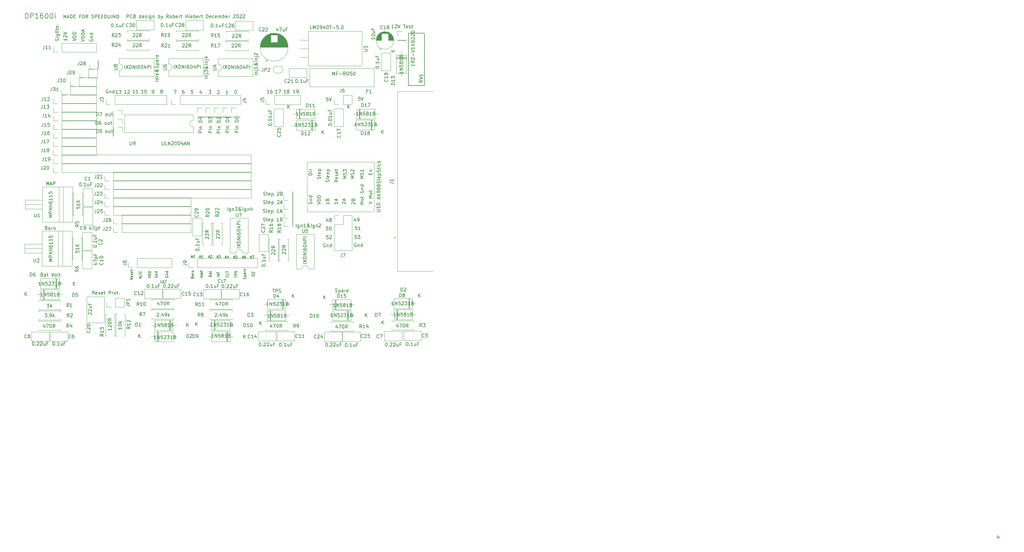
<source format=gbr>
%TF.GenerationSoftware,KiCad,Pcbnew,(5.1.6)-1*%
%TF.CreationDate,2022-12-03T16:25:55-08:00*%
%TF.ProjectId,DP1600i,44503136-3030-4692-9e6b-696361645f70,rev?*%
%TF.SameCoordinates,Original*%
%TF.FileFunction,Legend,Top*%
%TF.FilePolarity,Positive*%
%FSLAX46Y46*%
G04 Gerber Fmt 4.6, Leading zero omitted, Abs format (unit mm)*
G04 Created by KiCad (PCBNEW (5.1.6)-1) date 2022-12-03 16:25:55*
%MOMM*%
%LPD*%
G01*
G04 APERTURE LIST*
%ADD10C,0.177800*%
%ADD11C,0.150000*%
%ADD12C,0.127000*%
%ADD13C,0.120000*%
G04 APERTURE END LIST*
D10*
X89832542Y-39627628D02*
X89832542Y-38103628D01*
X90195400Y-38103628D01*
X90413114Y-38176200D01*
X90558257Y-38321342D01*
X90630828Y-38466485D01*
X90703400Y-38756771D01*
X90703400Y-38974485D01*
X90630828Y-39264771D01*
X90558257Y-39409914D01*
X90413114Y-39555057D01*
X90195400Y-39627628D01*
X89832542Y-39627628D01*
X91356542Y-39627628D02*
X91356542Y-38103628D01*
X91937114Y-38103628D01*
X92082257Y-38176200D01*
X92154828Y-38248771D01*
X92227400Y-38393914D01*
X92227400Y-38611628D01*
X92154828Y-38756771D01*
X92082257Y-38829342D01*
X91937114Y-38901914D01*
X91356542Y-38901914D01*
X93678828Y-39627628D02*
X92807971Y-39627628D01*
X93243400Y-39627628D02*
X93243400Y-38103628D01*
X93098257Y-38321342D01*
X92953114Y-38466485D01*
X92807971Y-38539057D01*
X94985114Y-38103628D02*
X94694828Y-38103628D01*
X94549685Y-38176200D01*
X94477114Y-38248771D01*
X94331971Y-38466485D01*
X94259400Y-38756771D01*
X94259400Y-39337342D01*
X94331971Y-39482485D01*
X94404542Y-39555057D01*
X94549685Y-39627628D01*
X94839971Y-39627628D01*
X94985114Y-39555057D01*
X95057685Y-39482485D01*
X95130257Y-39337342D01*
X95130257Y-38974485D01*
X95057685Y-38829342D01*
X94985114Y-38756771D01*
X94839971Y-38684200D01*
X94549685Y-38684200D01*
X94404542Y-38756771D01*
X94331971Y-38829342D01*
X94259400Y-38974485D01*
X96073685Y-38103628D02*
X96218828Y-38103628D01*
X96363971Y-38176200D01*
X96436542Y-38248771D01*
X96509114Y-38393914D01*
X96581685Y-38684200D01*
X96581685Y-39047057D01*
X96509114Y-39337342D01*
X96436542Y-39482485D01*
X96363971Y-39555057D01*
X96218828Y-39627628D01*
X96073685Y-39627628D01*
X95928542Y-39555057D01*
X95855971Y-39482485D01*
X95783400Y-39337342D01*
X95710828Y-39047057D01*
X95710828Y-38684200D01*
X95783400Y-38393914D01*
X95855971Y-38248771D01*
X95928542Y-38176200D01*
X96073685Y-38103628D01*
X97525114Y-38103628D02*
X97670257Y-38103628D01*
X97815400Y-38176200D01*
X97887971Y-38248771D01*
X97960542Y-38393914D01*
X98033114Y-38684200D01*
X98033114Y-39047057D01*
X97960542Y-39337342D01*
X97887971Y-39482485D01*
X97815400Y-39555057D01*
X97670257Y-39627628D01*
X97525114Y-39627628D01*
X97379971Y-39555057D01*
X97307400Y-39482485D01*
X97234828Y-39337342D01*
X97162257Y-39047057D01*
X97162257Y-38684200D01*
X97234828Y-38393914D01*
X97307400Y-38248771D01*
X97379971Y-38176200D01*
X97525114Y-38103628D01*
X98686257Y-39627628D02*
X98686257Y-38611628D01*
X98686257Y-38103628D02*
X98613685Y-38176200D01*
X98686257Y-38248771D01*
X98758828Y-38176200D01*
X98686257Y-38103628D01*
X98686257Y-38248771D01*
D11*
X119834619Y-39492180D02*
X119834619Y-38492180D01*
X120215571Y-38492180D01*
X120310809Y-38539800D01*
X120358428Y-38587419D01*
X120406047Y-38682657D01*
X120406047Y-38825514D01*
X120358428Y-38920752D01*
X120310809Y-38968371D01*
X120215571Y-39015990D01*
X119834619Y-39015990D01*
X121406047Y-39396942D02*
X121358428Y-39444561D01*
X121215571Y-39492180D01*
X121120333Y-39492180D01*
X120977476Y-39444561D01*
X120882238Y-39349323D01*
X120834619Y-39254085D01*
X120787000Y-39063609D01*
X120787000Y-38920752D01*
X120834619Y-38730276D01*
X120882238Y-38635038D01*
X120977476Y-38539800D01*
X121120333Y-38492180D01*
X121215571Y-38492180D01*
X121358428Y-38539800D01*
X121406047Y-38587419D01*
X122167952Y-38968371D02*
X122310809Y-39015990D01*
X122358428Y-39063609D01*
X122406047Y-39158847D01*
X122406047Y-39301704D01*
X122358428Y-39396942D01*
X122310809Y-39444561D01*
X122215571Y-39492180D01*
X121834619Y-39492180D01*
X121834619Y-38492180D01*
X122167952Y-38492180D01*
X122263190Y-38539800D01*
X122310809Y-38587419D01*
X122358428Y-38682657D01*
X122358428Y-38777895D01*
X122310809Y-38873133D01*
X122263190Y-38920752D01*
X122167952Y-38968371D01*
X121834619Y-38968371D01*
X124025095Y-39492180D02*
X124025095Y-38492180D01*
X124025095Y-39444561D02*
X123929857Y-39492180D01*
X123739380Y-39492180D01*
X123644142Y-39444561D01*
X123596523Y-39396942D01*
X123548904Y-39301704D01*
X123548904Y-39015990D01*
X123596523Y-38920752D01*
X123644142Y-38873133D01*
X123739380Y-38825514D01*
X123929857Y-38825514D01*
X124025095Y-38873133D01*
X124882238Y-39444561D02*
X124787000Y-39492180D01*
X124596523Y-39492180D01*
X124501285Y-39444561D01*
X124453666Y-39349323D01*
X124453666Y-38968371D01*
X124501285Y-38873133D01*
X124596523Y-38825514D01*
X124787000Y-38825514D01*
X124882238Y-38873133D01*
X124929857Y-38968371D01*
X124929857Y-39063609D01*
X124453666Y-39158847D01*
X125310809Y-39444561D02*
X125406047Y-39492180D01*
X125596523Y-39492180D01*
X125691761Y-39444561D01*
X125739380Y-39349323D01*
X125739380Y-39301704D01*
X125691761Y-39206466D01*
X125596523Y-39158847D01*
X125453666Y-39158847D01*
X125358428Y-39111228D01*
X125310809Y-39015990D01*
X125310809Y-38968371D01*
X125358428Y-38873133D01*
X125453666Y-38825514D01*
X125596523Y-38825514D01*
X125691761Y-38873133D01*
X126167952Y-39492180D02*
X126167952Y-38825514D01*
X126167952Y-38492180D02*
X126120333Y-38539800D01*
X126167952Y-38587419D01*
X126215571Y-38539800D01*
X126167952Y-38492180D01*
X126167952Y-38587419D01*
X127072714Y-38825514D02*
X127072714Y-39635038D01*
X127025095Y-39730276D01*
X126977476Y-39777895D01*
X126882238Y-39825514D01*
X126739380Y-39825514D01*
X126644142Y-39777895D01*
X127072714Y-39444561D02*
X126977476Y-39492180D01*
X126787000Y-39492180D01*
X126691761Y-39444561D01*
X126644142Y-39396942D01*
X126596523Y-39301704D01*
X126596523Y-39015990D01*
X126644142Y-38920752D01*
X126691761Y-38873133D01*
X126787000Y-38825514D01*
X126977476Y-38825514D01*
X127072714Y-38873133D01*
X127548904Y-38825514D02*
X127548904Y-39492180D01*
X127548904Y-38920752D02*
X127596523Y-38873133D01*
X127691761Y-38825514D01*
X127834619Y-38825514D01*
X127929857Y-38873133D01*
X127977476Y-38968371D01*
X127977476Y-39492180D01*
X129215571Y-39492180D02*
X129215571Y-38492180D01*
X129215571Y-38873133D02*
X129310809Y-38825514D01*
X129501285Y-38825514D01*
X129596523Y-38873133D01*
X129644142Y-38920752D01*
X129691761Y-39015990D01*
X129691761Y-39301704D01*
X129644142Y-39396942D01*
X129596523Y-39444561D01*
X129501285Y-39492180D01*
X129310809Y-39492180D01*
X129215571Y-39444561D01*
X130025095Y-38825514D02*
X130263190Y-39492180D01*
X130501285Y-38825514D02*
X130263190Y-39492180D01*
X130167952Y-39730276D01*
X130120333Y-39777895D01*
X130025095Y-39825514D01*
X132215571Y-39492180D02*
X131882238Y-39015990D01*
X131644142Y-39492180D02*
X131644142Y-38492180D01*
X132025095Y-38492180D01*
X132120333Y-38539800D01*
X132167952Y-38587419D01*
X132215571Y-38682657D01*
X132215571Y-38825514D01*
X132167952Y-38920752D01*
X132120333Y-38968371D01*
X132025095Y-39015990D01*
X131644142Y-39015990D01*
X132787000Y-39492180D02*
X132691761Y-39444561D01*
X132644142Y-39396942D01*
X132596523Y-39301704D01*
X132596523Y-39015990D01*
X132644142Y-38920752D01*
X132691761Y-38873133D01*
X132787000Y-38825514D01*
X132929857Y-38825514D01*
X133025095Y-38873133D01*
X133072714Y-38920752D01*
X133120333Y-39015990D01*
X133120333Y-39301704D01*
X133072714Y-39396942D01*
X133025095Y-39444561D01*
X132929857Y-39492180D01*
X132787000Y-39492180D01*
X133548904Y-39492180D02*
X133548904Y-38492180D01*
X133548904Y-38873133D02*
X133644142Y-38825514D01*
X133834619Y-38825514D01*
X133929857Y-38873133D01*
X133977476Y-38920752D01*
X134025095Y-39015990D01*
X134025095Y-39301704D01*
X133977476Y-39396942D01*
X133929857Y-39444561D01*
X133834619Y-39492180D01*
X133644142Y-39492180D01*
X133548904Y-39444561D01*
X134834619Y-39444561D02*
X134739380Y-39492180D01*
X134548904Y-39492180D01*
X134453666Y-39444561D01*
X134406047Y-39349323D01*
X134406047Y-38968371D01*
X134453666Y-38873133D01*
X134548904Y-38825514D01*
X134739380Y-38825514D01*
X134834619Y-38873133D01*
X134882238Y-38968371D01*
X134882238Y-39063609D01*
X134406047Y-39158847D01*
X135310809Y-39492180D02*
X135310809Y-38825514D01*
X135310809Y-39015990D02*
X135358428Y-38920752D01*
X135406047Y-38873133D01*
X135501285Y-38825514D01*
X135596523Y-38825514D01*
X135787000Y-38825514D02*
X136167952Y-38825514D01*
X135929857Y-38492180D02*
X135929857Y-39349323D01*
X135977476Y-39444561D01*
X136072714Y-39492180D01*
X136167952Y-39492180D01*
X137263190Y-39492180D02*
X137263190Y-38492180D01*
X137263190Y-38968371D02*
X137834619Y-38968371D01*
X137834619Y-39492180D02*
X137834619Y-38492180D01*
X138310809Y-39492180D02*
X138310809Y-38825514D01*
X138310809Y-38492180D02*
X138263190Y-38539800D01*
X138310809Y-38587419D01*
X138358428Y-38539800D01*
X138310809Y-38492180D01*
X138310809Y-38587419D01*
X139167952Y-39444561D02*
X139072714Y-39492180D01*
X138882238Y-39492180D01*
X138787000Y-39444561D01*
X138739380Y-39349323D01*
X138739380Y-38968371D01*
X138787000Y-38873133D01*
X138882238Y-38825514D01*
X139072714Y-38825514D01*
X139167952Y-38873133D01*
X139215571Y-38968371D01*
X139215571Y-39063609D01*
X138739380Y-39158847D01*
X139644142Y-39492180D02*
X139644142Y-38492180D01*
X139644142Y-38873133D02*
X139739380Y-38825514D01*
X139929857Y-38825514D01*
X140025095Y-38873133D01*
X140072714Y-38920752D01*
X140120333Y-39015990D01*
X140120333Y-39301704D01*
X140072714Y-39396942D01*
X140025095Y-39444561D01*
X139929857Y-39492180D01*
X139739380Y-39492180D01*
X139644142Y-39444561D01*
X140929857Y-39444561D02*
X140834619Y-39492180D01*
X140644142Y-39492180D01*
X140548904Y-39444561D01*
X140501285Y-39349323D01*
X140501285Y-38968371D01*
X140548904Y-38873133D01*
X140644142Y-38825514D01*
X140834619Y-38825514D01*
X140929857Y-38873133D01*
X140977476Y-38968371D01*
X140977476Y-39063609D01*
X140501285Y-39158847D01*
X141406047Y-39492180D02*
X141406047Y-38825514D01*
X141406047Y-39015990D02*
X141453666Y-38920752D01*
X141501285Y-38873133D01*
X141596523Y-38825514D01*
X141691761Y-38825514D01*
X141882238Y-38825514D02*
X142263190Y-38825514D01*
X142025095Y-38492180D02*
X142025095Y-39349323D01*
X142072714Y-39444561D01*
X142167952Y-39492180D01*
X142263190Y-39492180D01*
X143358428Y-39492180D02*
X143358428Y-38492180D01*
X143596523Y-38492180D01*
X143739380Y-38539800D01*
X143834619Y-38635038D01*
X143882238Y-38730276D01*
X143929857Y-38920752D01*
X143929857Y-39063609D01*
X143882238Y-39254085D01*
X143834619Y-39349323D01*
X143739380Y-39444561D01*
X143596523Y-39492180D01*
X143358428Y-39492180D01*
X144739380Y-39444561D02*
X144644142Y-39492180D01*
X144453666Y-39492180D01*
X144358428Y-39444561D01*
X144310809Y-39349323D01*
X144310809Y-38968371D01*
X144358428Y-38873133D01*
X144453666Y-38825514D01*
X144644142Y-38825514D01*
X144739380Y-38873133D01*
X144787000Y-38968371D01*
X144787000Y-39063609D01*
X144310809Y-39158847D01*
X145644142Y-39444561D02*
X145548904Y-39492180D01*
X145358428Y-39492180D01*
X145263190Y-39444561D01*
X145215571Y-39396942D01*
X145167952Y-39301704D01*
X145167952Y-39015990D01*
X145215571Y-38920752D01*
X145263190Y-38873133D01*
X145358428Y-38825514D01*
X145548904Y-38825514D01*
X145644142Y-38873133D01*
X146453666Y-39444561D02*
X146358428Y-39492180D01*
X146167952Y-39492180D01*
X146072714Y-39444561D01*
X146025095Y-39349323D01*
X146025095Y-38968371D01*
X146072714Y-38873133D01*
X146167952Y-38825514D01*
X146358428Y-38825514D01*
X146453666Y-38873133D01*
X146501285Y-38968371D01*
X146501285Y-39063609D01*
X146025095Y-39158847D01*
X146929857Y-39492180D02*
X146929857Y-38825514D01*
X146929857Y-38920752D02*
X146977476Y-38873133D01*
X147072714Y-38825514D01*
X147215571Y-38825514D01*
X147310809Y-38873133D01*
X147358428Y-38968371D01*
X147358428Y-39492180D01*
X147358428Y-38968371D02*
X147406047Y-38873133D01*
X147501285Y-38825514D01*
X147644142Y-38825514D01*
X147739380Y-38873133D01*
X147787000Y-38968371D01*
X147787000Y-39492180D01*
X148263190Y-39492180D02*
X148263190Y-38492180D01*
X148263190Y-38873133D02*
X148358428Y-38825514D01*
X148548904Y-38825514D01*
X148644142Y-38873133D01*
X148691761Y-38920752D01*
X148739380Y-39015990D01*
X148739380Y-39301704D01*
X148691761Y-39396942D01*
X148644142Y-39444561D01*
X148548904Y-39492180D01*
X148358428Y-39492180D01*
X148263190Y-39444561D01*
X149548904Y-39444561D02*
X149453666Y-39492180D01*
X149263190Y-39492180D01*
X149167952Y-39444561D01*
X149120333Y-39349323D01*
X149120333Y-38968371D01*
X149167952Y-38873133D01*
X149263190Y-38825514D01*
X149453666Y-38825514D01*
X149548904Y-38873133D01*
X149596523Y-38968371D01*
X149596523Y-39063609D01*
X149120333Y-39158847D01*
X150025095Y-39492180D02*
X150025095Y-38825514D01*
X150025095Y-39015990D02*
X150072714Y-38920752D01*
X150120333Y-38873133D01*
X150215571Y-38825514D01*
X150310809Y-38825514D01*
X151358428Y-38587419D02*
X151406047Y-38539800D01*
X151501285Y-38492180D01*
X151739380Y-38492180D01*
X151834619Y-38539800D01*
X151882238Y-38587419D01*
X151929857Y-38682657D01*
X151929857Y-38777895D01*
X151882238Y-38920752D01*
X151310809Y-39492180D01*
X151929857Y-39492180D01*
X152548904Y-38492180D02*
X152644142Y-38492180D01*
X152739380Y-38539800D01*
X152787000Y-38587419D01*
X152834619Y-38682657D01*
X152882238Y-38873133D01*
X152882238Y-39111228D01*
X152834619Y-39301704D01*
X152787000Y-39396942D01*
X152739380Y-39444561D01*
X152644142Y-39492180D01*
X152548904Y-39492180D01*
X152453666Y-39444561D01*
X152406047Y-39396942D01*
X152358428Y-39301704D01*
X152310809Y-39111228D01*
X152310809Y-38873133D01*
X152358428Y-38682657D01*
X152406047Y-38587419D01*
X152453666Y-38539800D01*
X152548904Y-38492180D01*
X153263190Y-38587419D02*
X153310809Y-38539800D01*
X153406047Y-38492180D01*
X153644142Y-38492180D01*
X153739380Y-38539800D01*
X153787000Y-38587419D01*
X153834619Y-38682657D01*
X153834619Y-38777895D01*
X153787000Y-38920752D01*
X153215571Y-39492180D01*
X153834619Y-39492180D01*
X154215571Y-38587419D02*
X154263190Y-38539800D01*
X154358428Y-38492180D01*
X154596523Y-38492180D01*
X154691761Y-38539800D01*
X154739380Y-38587419D01*
X154787000Y-38682657D01*
X154787000Y-38777895D01*
X154739380Y-38920752D01*
X154167952Y-39492180D01*
X154787000Y-39492180D01*
X101177152Y-39542980D02*
X101177152Y-38542980D01*
X101510485Y-39257266D01*
X101843819Y-38542980D01*
X101843819Y-39542980D01*
X102272390Y-39257266D02*
X102748580Y-39257266D01*
X102177152Y-39542980D02*
X102510485Y-38542980D01*
X102843819Y-39542980D01*
X103177152Y-39542980D02*
X103177152Y-38542980D01*
X103415247Y-38542980D01*
X103558104Y-38590600D01*
X103653342Y-38685838D01*
X103700961Y-38781076D01*
X103748580Y-38971552D01*
X103748580Y-39114409D01*
X103700961Y-39304885D01*
X103653342Y-39400123D01*
X103558104Y-39495361D01*
X103415247Y-39542980D01*
X103177152Y-39542980D01*
X104177152Y-39019171D02*
X104510485Y-39019171D01*
X104653342Y-39542980D02*
X104177152Y-39542980D01*
X104177152Y-38542980D01*
X104653342Y-38542980D01*
X106177152Y-39019171D02*
X105843819Y-39019171D01*
X105843819Y-39542980D02*
X105843819Y-38542980D01*
X106320009Y-38542980D01*
X106891438Y-38542980D02*
X107081914Y-38542980D01*
X107177152Y-38590600D01*
X107272390Y-38685838D01*
X107320009Y-38876314D01*
X107320009Y-39209647D01*
X107272390Y-39400123D01*
X107177152Y-39495361D01*
X107081914Y-39542980D01*
X106891438Y-39542980D01*
X106796199Y-39495361D01*
X106700961Y-39400123D01*
X106653342Y-39209647D01*
X106653342Y-38876314D01*
X106700961Y-38685838D01*
X106796199Y-38590600D01*
X106891438Y-38542980D01*
X108320009Y-39542980D02*
X107986676Y-39066790D01*
X107748580Y-39542980D02*
X107748580Y-38542980D01*
X108129533Y-38542980D01*
X108224771Y-38590600D01*
X108272390Y-38638219D01*
X108320009Y-38733457D01*
X108320009Y-38876314D01*
X108272390Y-38971552D01*
X108224771Y-39019171D01*
X108129533Y-39066790D01*
X107748580Y-39066790D01*
X109462866Y-39495361D02*
X109605723Y-39542980D01*
X109843819Y-39542980D01*
X109939057Y-39495361D01*
X109986676Y-39447742D01*
X110034295Y-39352504D01*
X110034295Y-39257266D01*
X109986676Y-39162028D01*
X109939057Y-39114409D01*
X109843819Y-39066790D01*
X109653342Y-39019171D01*
X109558104Y-38971552D01*
X109510485Y-38923933D01*
X109462866Y-38828695D01*
X109462866Y-38733457D01*
X109510485Y-38638219D01*
X109558104Y-38590600D01*
X109653342Y-38542980D01*
X109891438Y-38542980D01*
X110034295Y-38590600D01*
X110462866Y-39542980D02*
X110462866Y-38542980D01*
X110843819Y-38542980D01*
X110939057Y-38590600D01*
X110986676Y-38638219D01*
X111034295Y-38733457D01*
X111034295Y-38876314D01*
X110986676Y-38971552D01*
X110939057Y-39019171D01*
X110843819Y-39066790D01*
X110462866Y-39066790D01*
X111462866Y-39019171D02*
X111796199Y-39019171D01*
X111939057Y-39542980D02*
X111462866Y-39542980D01*
X111462866Y-38542980D01*
X111939057Y-38542980D01*
X112367628Y-39019171D02*
X112700961Y-39019171D01*
X112843819Y-39542980D02*
X112367628Y-39542980D01*
X112367628Y-38542980D01*
X112843819Y-38542980D01*
X113272390Y-39542980D02*
X113272390Y-38542980D01*
X113510485Y-38542980D01*
X113653342Y-38590600D01*
X113748580Y-38685838D01*
X113796199Y-38781076D01*
X113843819Y-38971552D01*
X113843819Y-39114409D01*
X113796199Y-39304885D01*
X113748580Y-39400123D01*
X113653342Y-39495361D01*
X113510485Y-39542980D01*
X113272390Y-39542980D01*
X114272390Y-38542980D02*
X114272390Y-39352504D01*
X114320009Y-39447742D01*
X114367628Y-39495361D01*
X114462866Y-39542980D01*
X114653342Y-39542980D01*
X114748580Y-39495361D01*
X114796199Y-39447742D01*
X114843819Y-39352504D01*
X114843819Y-38542980D01*
X115320009Y-39542980D02*
X115320009Y-38542980D01*
X115796199Y-39542980D02*
X115796199Y-38542980D01*
X116367628Y-39542980D01*
X116367628Y-38542980D01*
X117034295Y-38542980D02*
X117224771Y-38542980D01*
X117320009Y-38590600D01*
X117415247Y-38685838D01*
X117462866Y-38876314D01*
X117462866Y-39209647D01*
X117415247Y-39400123D01*
X117320009Y-39495361D01*
X117224771Y-39542980D01*
X117034295Y-39542980D01*
X116939057Y-39495361D01*
X116843819Y-39400123D01*
X116796199Y-39209647D01*
X116796199Y-38876314D01*
X116843819Y-38685838D01*
X116939057Y-38590600D01*
X117034295Y-38542980D01*
X149695352Y-96489780D02*
X149695352Y-95489780D01*
X150600114Y-95823114D02*
X150600114Y-96632638D01*
X150552495Y-96727876D01*
X150504876Y-96775495D01*
X150409638Y-96823114D01*
X150266780Y-96823114D01*
X150171542Y-96775495D01*
X150600114Y-96442161D02*
X150504876Y-96489780D01*
X150314400Y-96489780D01*
X150219161Y-96442161D01*
X150171542Y-96394542D01*
X150123923Y-96299304D01*
X150123923Y-96013590D01*
X150171542Y-95918352D01*
X150219161Y-95870733D01*
X150314400Y-95823114D01*
X150504876Y-95823114D01*
X150600114Y-95870733D01*
X151076304Y-95823114D02*
X151076304Y-96489780D01*
X151076304Y-95918352D02*
X151123923Y-95870733D01*
X151219161Y-95823114D01*
X151362019Y-95823114D01*
X151457257Y-95870733D01*
X151504876Y-95965971D01*
X151504876Y-96489780D01*
X151885828Y-95489780D02*
X152504876Y-95489780D01*
X152171542Y-95870733D01*
X152314400Y-95870733D01*
X152409638Y-95918352D01*
X152457257Y-95965971D01*
X152504876Y-96061209D01*
X152504876Y-96299304D01*
X152457257Y-96394542D01*
X152409638Y-96442161D01*
X152314400Y-96489780D01*
X152028685Y-96489780D01*
X151933447Y-96442161D01*
X151885828Y-96394542D01*
X153742971Y-96489780D02*
X153695352Y-96489780D01*
X153600114Y-96442161D01*
X153457257Y-96299304D01*
X153219161Y-96013590D01*
X153123923Y-95870733D01*
X153076304Y-95727876D01*
X153076304Y-95632638D01*
X153123923Y-95537400D01*
X153219161Y-95489780D01*
X153266780Y-95489780D01*
X153362019Y-95537400D01*
X153409638Y-95632638D01*
X153409638Y-95680257D01*
X153362019Y-95775495D01*
X153314400Y-95823114D01*
X153028685Y-96013590D01*
X152981066Y-96061209D01*
X152933447Y-96156447D01*
X152933447Y-96299304D01*
X152981066Y-96394542D01*
X153028685Y-96442161D01*
X153123923Y-96489780D01*
X153266780Y-96489780D01*
X153362019Y-96442161D01*
X153409638Y-96394542D01*
X153552495Y-96204066D01*
X153600114Y-96061209D01*
X153600114Y-95965971D01*
X154171542Y-96489780D02*
X154171542Y-95489780D01*
X155076304Y-95823114D02*
X155076304Y-96632638D01*
X155028685Y-96727876D01*
X154981066Y-96775495D01*
X154885828Y-96823114D01*
X154742971Y-96823114D01*
X154647733Y-96775495D01*
X155076304Y-96442161D02*
X154981066Y-96489780D01*
X154790590Y-96489780D01*
X154695352Y-96442161D01*
X154647733Y-96394542D01*
X154600114Y-96299304D01*
X154600114Y-96013590D01*
X154647733Y-95918352D01*
X154695352Y-95870733D01*
X154790590Y-95823114D01*
X154981066Y-95823114D01*
X155076304Y-95870733D01*
X155552495Y-95823114D02*
X155552495Y-96489780D01*
X155552495Y-95918352D02*
X155600114Y-95870733D01*
X155695352Y-95823114D01*
X155838209Y-95823114D01*
X155933447Y-95870733D01*
X155981066Y-95965971D01*
X155981066Y-96489780D01*
X156885828Y-95823114D02*
X156885828Y-96489780D01*
X156647733Y-95442161D02*
X156409638Y-96156447D01*
X157028685Y-96156447D01*
X169939152Y-101366580D02*
X169939152Y-100366580D01*
X170843914Y-100699914D02*
X170843914Y-101509438D01*
X170796295Y-101604676D01*
X170748676Y-101652295D01*
X170653438Y-101699914D01*
X170510580Y-101699914D01*
X170415342Y-101652295D01*
X170843914Y-101318961D02*
X170748676Y-101366580D01*
X170558200Y-101366580D01*
X170462961Y-101318961D01*
X170415342Y-101271342D01*
X170367723Y-101176104D01*
X170367723Y-100890390D01*
X170415342Y-100795152D01*
X170462961Y-100747533D01*
X170558200Y-100699914D01*
X170748676Y-100699914D01*
X170843914Y-100747533D01*
X171320104Y-100699914D02*
X171320104Y-101366580D01*
X171320104Y-100795152D02*
X171367723Y-100747533D01*
X171462961Y-100699914D01*
X171605819Y-100699914D01*
X171701057Y-100747533D01*
X171748676Y-100842771D01*
X171748676Y-101366580D01*
X172748676Y-101366580D02*
X172177247Y-101366580D01*
X172462961Y-101366580D02*
X172462961Y-100366580D01*
X172367723Y-100509438D01*
X172272485Y-100604676D01*
X172177247Y-100652295D01*
X173986771Y-101366580D02*
X173939152Y-101366580D01*
X173843914Y-101318961D01*
X173701057Y-101176104D01*
X173462961Y-100890390D01*
X173367723Y-100747533D01*
X173320104Y-100604676D01*
X173320104Y-100509438D01*
X173367723Y-100414200D01*
X173462961Y-100366580D01*
X173510580Y-100366580D01*
X173605819Y-100414200D01*
X173653438Y-100509438D01*
X173653438Y-100557057D01*
X173605819Y-100652295D01*
X173558200Y-100699914D01*
X173272485Y-100890390D01*
X173224866Y-100938009D01*
X173177247Y-101033247D01*
X173177247Y-101176104D01*
X173224866Y-101271342D01*
X173272485Y-101318961D01*
X173367723Y-101366580D01*
X173510580Y-101366580D01*
X173605819Y-101318961D01*
X173653438Y-101271342D01*
X173796295Y-101080866D01*
X173843914Y-100938009D01*
X173843914Y-100842771D01*
X174415342Y-101366580D02*
X174415342Y-100366580D01*
X175320104Y-100699914D02*
X175320104Y-101509438D01*
X175272485Y-101604676D01*
X175224866Y-101652295D01*
X175129628Y-101699914D01*
X174986771Y-101699914D01*
X174891533Y-101652295D01*
X175320104Y-101318961D02*
X175224866Y-101366580D01*
X175034390Y-101366580D01*
X174939152Y-101318961D01*
X174891533Y-101271342D01*
X174843914Y-101176104D01*
X174843914Y-100890390D01*
X174891533Y-100795152D01*
X174939152Y-100747533D01*
X175034390Y-100699914D01*
X175224866Y-100699914D01*
X175320104Y-100747533D01*
X175796295Y-100699914D02*
X175796295Y-101366580D01*
X175796295Y-100795152D02*
X175843914Y-100747533D01*
X175939152Y-100699914D01*
X176082009Y-100699914D01*
X176177247Y-100747533D01*
X176224866Y-100842771D01*
X176224866Y-101366580D01*
X176653438Y-100461819D02*
X176701057Y-100414200D01*
X176796295Y-100366580D01*
X177034390Y-100366580D01*
X177129628Y-100414200D01*
X177177247Y-100461819D01*
X177224866Y-100557057D01*
X177224866Y-100652295D01*
X177177247Y-100795152D01*
X176605819Y-101366580D01*
X177224866Y-101366580D01*
X96096295Y-88958680D02*
X96096295Y-87958680D01*
X96429628Y-88672966D01*
X96762961Y-87958680D01*
X96762961Y-88958680D01*
X97191533Y-88672966D02*
X97667723Y-88672966D01*
X97096295Y-88958680D02*
X97429628Y-87958680D01*
X97762961Y-88958680D01*
X98096295Y-88958680D02*
X98096295Y-87958680D01*
X98477247Y-87958680D01*
X98572485Y-88006300D01*
X98620104Y-88053919D01*
X98667723Y-88149157D01*
X98667723Y-88292014D01*
X98620104Y-88387252D01*
X98572485Y-88434871D01*
X98477247Y-88482490D01*
X98096295Y-88482490D01*
X96062942Y-101579371D02*
X96205800Y-101626990D01*
X96253419Y-101674609D01*
X96301038Y-101769847D01*
X96301038Y-101912704D01*
X96253419Y-102007942D01*
X96205800Y-102055561D01*
X96110561Y-102103180D01*
X95729609Y-102103180D01*
X95729609Y-101103180D01*
X96062942Y-101103180D01*
X96158180Y-101150800D01*
X96205800Y-101198419D01*
X96253419Y-101293657D01*
X96253419Y-101388895D01*
X96205800Y-101484133D01*
X96158180Y-101531752D01*
X96062942Y-101579371D01*
X95729609Y-101579371D01*
X97158180Y-102103180D02*
X97158180Y-101579371D01*
X97110561Y-101484133D01*
X97015323Y-101436514D01*
X96824847Y-101436514D01*
X96729609Y-101484133D01*
X97158180Y-102055561D02*
X97062942Y-102103180D01*
X96824847Y-102103180D01*
X96729609Y-102055561D01*
X96681990Y-101960323D01*
X96681990Y-101865085D01*
X96729609Y-101769847D01*
X96824847Y-101722228D01*
X97062942Y-101722228D01*
X97158180Y-101674609D01*
X97634371Y-102103180D02*
X97634371Y-101436514D01*
X97634371Y-101626990D02*
X97681990Y-101531752D01*
X97729609Y-101484133D01*
X97824847Y-101436514D01*
X97920085Y-101436514D01*
X98396276Y-102103180D02*
X98301038Y-102055561D01*
X98253419Y-102007942D01*
X98205800Y-101912704D01*
X98205800Y-101626990D01*
X98253419Y-101531752D01*
X98301038Y-101484133D01*
X98396276Y-101436514D01*
X98539133Y-101436514D01*
X98634371Y-101484133D01*
X98681990Y-101531752D01*
X98729609Y-101626990D01*
X98729609Y-101912704D01*
X98681990Y-102007942D01*
X98634371Y-102055561D01*
X98539133Y-102103180D01*
X98396276Y-102103180D01*
X201066471Y-119365780D02*
X201256947Y-119365780D01*
X201352185Y-119413400D01*
X201447423Y-119508638D01*
X201495042Y-119699114D01*
X201495042Y-120032447D01*
X201447423Y-120222923D01*
X201352185Y-120318161D01*
X201256947Y-120365780D01*
X201066471Y-120365780D01*
X200971233Y-120318161D01*
X200875995Y-120222923D01*
X200828376Y-120032447D01*
X200828376Y-119699114D01*
X200875995Y-119508638D01*
X200971233Y-119413400D01*
X201066471Y-119365780D01*
X201875995Y-119461019D02*
X201923614Y-119413400D01*
X202018852Y-119365780D01*
X202256947Y-119365780D01*
X202352185Y-119413400D01*
X202399804Y-119461019D01*
X202447423Y-119556257D01*
X202447423Y-119651495D01*
X202399804Y-119794352D01*
X201828376Y-120365780D01*
X202447423Y-120365780D01*
X181535628Y-120572161D02*
X181678485Y-120619780D01*
X181916580Y-120619780D01*
X182011819Y-120572161D01*
X182059438Y-120524542D01*
X182107057Y-120429304D01*
X182107057Y-120334066D01*
X182059438Y-120238828D01*
X182011819Y-120191209D01*
X181916580Y-120143590D01*
X181726104Y-120095971D01*
X181630866Y-120048352D01*
X181583247Y-120000733D01*
X181535628Y-119905495D01*
X181535628Y-119810257D01*
X181583247Y-119715019D01*
X181630866Y-119667400D01*
X181726104Y-119619780D01*
X181964200Y-119619780D01*
X182107057Y-119667400D01*
X182535628Y-119953114D02*
X182535628Y-120953114D01*
X182535628Y-120000733D02*
X182630866Y-119953114D01*
X182821342Y-119953114D01*
X182916580Y-120000733D01*
X182964200Y-120048352D01*
X183011819Y-120143590D01*
X183011819Y-120429304D01*
X182964200Y-120524542D01*
X182916580Y-120572161D01*
X182821342Y-120619780D01*
X182630866Y-120619780D01*
X182535628Y-120572161D01*
X183868961Y-120619780D02*
X183868961Y-120095971D01*
X183821342Y-120000733D01*
X183726104Y-119953114D01*
X183535628Y-119953114D01*
X183440390Y-120000733D01*
X183868961Y-120572161D02*
X183773723Y-120619780D01*
X183535628Y-120619780D01*
X183440390Y-120572161D01*
X183392771Y-120476923D01*
X183392771Y-120381685D01*
X183440390Y-120286447D01*
X183535628Y-120238828D01*
X183773723Y-120238828D01*
X183868961Y-120191209D01*
X184345152Y-120619780D02*
X184345152Y-119953114D01*
X184345152Y-120143590D02*
X184392771Y-120048352D01*
X184440390Y-120000733D01*
X184535628Y-119953114D01*
X184630866Y-119953114D01*
X185345152Y-120572161D02*
X185249914Y-120619780D01*
X185059438Y-120619780D01*
X184964200Y-120572161D01*
X184916580Y-120476923D01*
X184916580Y-120095971D01*
X184964200Y-120000733D01*
X185059438Y-119953114D01*
X185249914Y-119953114D01*
X185345152Y-120000733D01*
X185392771Y-120095971D01*
X185392771Y-120191209D01*
X184916580Y-120286447D01*
X162961795Y-119721380D02*
X163533223Y-119721380D01*
X163247509Y-120721380D02*
X163247509Y-119721380D01*
X163866557Y-120721380D02*
X163866557Y-119721380D01*
X164247509Y-119721380D01*
X164342747Y-119769000D01*
X164390366Y-119816619D01*
X164437985Y-119911857D01*
X164437985Y-120054714D01*
X164390366Y-120149952D01*
X164342747Y-120197571D01*
X164247509Y-120245190D01*
X163866557Y-120245190D01*
X164818938Y-120673761D02*
X164961795Y-120721380D01*
X165199890Y-120721380D01*
X165295128Y-120673761D01*
X165342747Y-120626142D01*
X165390366Y-120530904D01*
X165390366Y-120435666D01*
X165342747Y-120340428D01*
X165295128Y-120292809D01*
X165199890Y-120245190D01*
X165009414Y-120197571D01*
X164914176Y-120149952D01*
X164866557Y-120102333D01*
X164818938Y-120007095D01*
X164818938Y-119911857D01*
X164866557Y-119816619D01*
X164914176Y-119769000D01*
X165009414Y-119721380D01*
X165247509Y-119721380D01*
X165390366Y-119769000D01*
X147478809Y-117679742D02*
X147431190Y-117727361D01*
X147288333Y-117774980D01*
X147193095Y-117774980D01*
X147050238Y-117727361D01*
X146955000Y-117632123D01*
X146907380Y-117536885D01*
X146859761Y-117346409D01*
X146859761Y-117203552D01*
X146907380Y-117013076D01*
X146955000Y-116917838D01*
X147050238Y-116822600D01*
X147193095Y-116774980D01*
X147288333Y-116774980D01*
X147431190Y-116822600D01*
X147478809Y-116870219D01*
X148383571Y-117774980D02*
X147907380Y-117774980D01*
X147907380Y-116774980D01*
X148574047Y-116774980D02*
X149145476Y-116774980D01*
X148859761Y-117774980D02*
X148859761Y-116774980D01*
X129898876Y-118028980D02*
X129898876Y-117028980D01*
X130327447Y-117743266D02*
X130803638Y-117743266D01*
X130232209Y-118028980D02*
X130565542Y-117028980D01*
X130898876Y-118028980D01*
X131089352Y-117028980D02*
X131660780Y-117028980D01*
X131375066Y-118028980D02*
X131375066Y-117028980D01*
X94780409Y-115409671D02*
X94923266Y-115457290D01*
X94970885Y-115504909D01*
X95018504Y-115600147D01*
X95018504Y-115743004D01*
X94970885Y-115838242D01*
X94923266Y-115885861D01*
X94828028Y-115933480D01*
X94447076Y-115933480D01*
X94447076Y-114933480D01*
X94780409Y-114933480D01*
X94875647Y-114981100D01*
X94923266Y-115028719D01*
X94970885Y-115123957D01*
X94970885Y-115219195D01*
X94923266Y-115314433D01*
X94875647Y-115362052D01*
X94780409Y-115409671D01*
X94447076Y-115409671D01*
X95875647Y-115933480D02*
X95875647Y-115409671D01*
X95828028Y-115314433D01*
X95732790Y-115266814D01*
X95542314Y-115266814D01*
X95447076Y-115314433D01*
X95875647Y-115885861D02*
X95780409Y-115933480D01*
X95542314Y-115933480D01*
X95447076Y-115885861D01*
X95399457Y-115790623D01*
X95399457Y-115695385D01*
X95447076Y-115600147D01*
X95542314Y-115552528D01*
X95780409Y-115552528D01*
X95875647Y-115504909D01*
X96208980Y-115266814D02*
X96589933Y-115266814D01*
X96351838Y-114933480D02*
X96351838Y-115790623D01*
X96399457Y-115885861D01*
X96494695Y-115933480D01*
X96589933Y-115933480D01*
X97542314Y-114933480D02*
X97875647Y-115933480D01*
X98208980Y-114933480D01*
X98685171Y-115933480D02*
X98589933Y-115885861D01*
X98542314Y-115838242D01*
X98494695Y-115743004D01*
X98494695Y-115457290D01*
X98542314Y-115362052D01*
X98589933Y-115314433D01*
X98685171Y-115266814D01*
X98828028Y-115266814D01*
X98923266Y-115314433D01*
X98970885Y-115362052D01*
X99018504Y-115457290D01*
X99018504Y-115743004D01*
X98970885Y-115838242D01*
X98923266Y-115885861D01*
X98828028Y-115933480D01*
X98685171Y-115933480D01*
X99589933Y-115933480D02*
X99494695Y-115885861D01*
X99447076Y-115790623D01*
X99447076Y-114933480D01*
X99828028Y-115266814D02*
X100208980Y-115266814D01*
X99970885Y-114933480D02*
X99970885Y-115790623D01*
X100018504Y-115885861D01*
X100113742Y-115933480D01*
X100208980Y-115933480D01*
X110260238Y-121254780D02*
X109926904Y-120778590D01*
X109688809Y-121254780D02*
X109688809Y-120254780D01*
X110069761Y-120254780D01*
X110165000Y-120302400D01*
X110212619Y-120350019D01*
X110260238Y-120445257D01*
X110260238Y-120588114D01*
X110212619Y-120683352D01*
X110165000Y-120730971D01*
X110069761Y-120778590D01*
X109688809Y-120778590D01*
X111069761Y-121207161D02*
X110974523Y-121254780D01*
X110784047Y-121254780D01*
X110688809Y-121207161D01*
X110641190Y-121111923D01*
X110641190Y-120730971D01*
X110688809Y-120635733D01*
X110784047Y-120588114D01*
X110974523Y-120588114D01*
X111069761Y-120635733D01*
X111117380Y-120730971D01*
X111117380Y-120826209D01*
X110641190Y-120921447D01*
X111498333Y-121207161D02*
X111593571Y-121254780D01*
X111784047Y-121254780D01*
X111879285Y-121207161D01*
X111926904Y-121111923D01*
X111926904Y-121064304D01*
X111879285Y-120969066D01*
X111784047Y-120921447D01*
X111641190Y-120921447D01*
X111545952Y-120873828D01*
X111498333Y-120778590D01*
X111498333Y-120730971D01*
X111545952Y-120635733D01*
X111641190Y-120588114D01*
X111784047Y-120588114D01*
X111879285Y-120635733D01*
X112736428Y-121207161D02*
X112641190Y-121254780D01*
X112450714Y-121254780D01*
X112355476Y-121207161D01*
X112307857Y-121111923D01*
X112307857Y-120730971D01*
X112355476Y-120635733D01*
X112450714Y-120588114D01*
X112641190Y-120588114D01*
X112736428Y-120635733D01*
X112784047Y-120730971D01*
X112784047Y-120826209D01*
X112307857Y-120921447D01*
X113069761Y-120588114D02*
X113450714Y-120588114D01*
X113212619Y-120254780D02*
X113212619Y-121111923D01*
X113260238Y-121207161D01*
X113355476Y-121254780D01*
X113450714Y-121254780D01*
X114545952Y-121254780D02*
X114545952Y-120254780D01*
X114926904Y-120254780D01*
X115022142Y-120302400D01*
X115069761Y-120350019D01*
X115117380Y-120445257D01*
X115117380Y-120588114D01*
X115069761Y-120683352D01*
X115022142Y-120730971D01*
X114926904Y-120778590D01*
X114545952Y-120778590D01*
X115545952Y-121254780D02*
X115545952Y-120588114D01*
X115545952Y-120778590D02*
X115593571Y-120683352D01*
X115641190Y-120635733D01*
X115736428Y-120588114D01*
X115831666Y-120588114D01*
X116307857Y-121254780D02*
X116212619Y-121207161D01*
X116165000Y-121159542D01*
X116117380Y-121064304D01*
X116117380Y-120778590D01*
X116165000Y-120683352D01*
X116212619Y-120635733D01*
X116307857Y-120588114D01*
X116450714Y-120588114D01*
X116545952Y-120635733D01*
X116593571Y-120683352D01*
X116641190Y-120778590D01*
X116641190Y-121064304D01*
X116593571Y-121159542D01*
X116545952Y-121207161D01*
X116450714Y-121254780D01*
X116307857Y-121254780D01*
X116926904Y-120588114D02*
X117307857Y-120588114D01*
X117069761Y-120254780D02*
X117069761Y-121111923D01*
X117117380Y-121207161D01*
X117212619Y-121254780D01*
X117307857Y-121254780D01*
X117641190Y-121159542D02*
X117688809Y-121207161D01*
X117641190Y-121254780D01*
X117593571Y-121207161D01*
X117641190Y-121159542D01*
X117641190Y-121254780D01*
X97772480Y-98454695D02*
X96772480Y-98454695D01*
X97486766Y-98121361D01*
X96772480Y-97788028D01*
X97772480Y-97788028D01*
X97772480Y-97311838D02*
X96772480Y-97311838D01*
X96772480Y-96930885D01*
X96820100Y-96835647D01*
X96867719Y-96788028D01*
X96962957Y-96740409D01*
X97105814Y-96740409D01*
X97201052Y-96788028D01*
X97248671Y-96835647D01*
X97296290Y-96930885D01*
X97296290Y-97311838D01*
X96772480Y-96407076D02*
X97772480Y-95740409D01*
X96772480Y-95740409D02*
X97772480Y-96407076D01*
X97772480Y-95359457D02*
X96772480Y-95359457D01*
X97248671Y-95359457D02*
X97248671Y-94788028D01*
X97772480Y-94788028D02*
X96772480Y-94788028D01*
X96772480Y-93883266D02*
X96772480Y-94073742D01*
X96820100Y-94168980D01*
X96867719Y-94216600D01*
X97010576Y-94311838D01*
X97201052Y-94359457D01*
X97582004Y-94359457D01*
X97677242Y-94311838D01*
X97724861Y-94264219D01*
X97772480Y-94168980D01*
X97772480Y-93978504D01*
X97724861Y-93883266D01*
X97677242Y-93835647D01*
X97582004Y-93788028D01*
X97343909Y-93788028D01*
X97248671Y-93835647D01*
X97201052Y-93883266D01*
X97153433Y-93978504D01*
X97153433Y-94168980D01*
X97201052Y-94264219D01*
X97248671Y-94311838D01*
X97343909Y-94359457D01*
X97772480Y-92835647D02*
X97772480Y-93407076D01*
X97772480Y-93121361D02*
X96772480Y-93121361D01*
X96915338Y-93216600D01*
X97010576Y-93311838D01*
X97058195Y-93407076D01*
X97772480Y-91883266D02*
X97772480Y-92454695D01*
X97772480Y-92168980D02*
X96772480Y-92168980D01*
X96915338Y-92264219D01*
X97010576Y-92359457D01*
X97058195Y-92454695D01*
X96772480Y-90978504D02*
X96772480Y-91454695D01*
X97248671Y-91502314D01*
X97201052Y-91454695D01*
X97153433Y-91359457D01*
X97153433Y-91121361D01*
X97201052Y-91026123D01*
X97248671Y-90978504D01*
X97343909Y-90930885D01*
X97582004Y-90930885D01*
X97677242Y-90978504D01*
X97724861Y-91026123D01*
X97772480Y-91121361D01*
X97772480Y-91359457D01*
X97724861Y-91454695D01*
X97677242Y-91502314D01*
X97823280Y-111446795D02*
X96823280Y-111446795D01*
X97537566Y-111113461D01*
X96823280Y-110780128D01*
X97823280Y-110780128D01*
X97823280Y-110303938D02*
X96823280Y-110303938D01*
X96823280Y-109922985D01*
X96870900Y-109827747D01*
X96918519Y-109780128D01*
X97013757Y-109732509D01*
X97156614Y-109732509D01*
X97251852Y-109780128D01*
X97299471Y-109827747D01*
X97347090Y-109922985D01*
X97347090Y-110303938D01*
X96823280Y-109399176D02*
X97823280Y-108732509D01*
X96823280Y-108732509D02*
X97823280Y-109399176D01*
X97823280Y-108351557D02*
X96823280Y-108351557D01*
X97299471Y-108351557D02*
X97299471Y-107780128D01*
X97823280Y-107780128D02*
X96823280Y-107780128D01*
X96823280Y-106875366D02*
X96823280Y-107065842D01*
X96870900Y-107161080D01*
X96918519Y-107208700D01*
X97061376Y-107303938D01*
X97251852Y-107351557D01*
X97632804Y-107351557D01*
X97728042Y-107303938D01*
X97775661Y-107256319D01*
X97823280Y-107161080D01*
X97823280Y-106970604D01*
X97775661Y-106875366D01*
X97728042Y-106827747D01*
X97632804Y-106780128D01*
X97394709Y-106780128D01*
X97299471Y-106827747D01*
X97251852Y-106875366D01*
X97204233Y-106970604D01*
X97204233Y-107161080D01*
X97251852Y-107256319D01*
X97299471Y-107303938D01*
X97394709Y-107351557D01*
X97823280Y-105827747D02*
X97823280Y-106399176D01*
X97823280Y-106113461D02*
X96823280Y-106113461D01*
X96966138Y-106208700D01*
X97061376Y-106303938D01*
X97108995Y-106399176D01*
X97823280Y-104875366D02*
X97823280Y-105446795D01*
X97823280Y-105161080D02*
X96823280Y-105161080D01*
X96966138Y-105256319D01*
X97061376Y-105351557D01*
X97108995Y-105446795D01*
X96823280Y-103970604D02*
X96823280Y-104446795D01*
X97299471Y-104494414D01*
X97251852Y-104446795D01*
X97204233Y-104351557D01*
X97204233Y-104113461D01*
X97251852Y-104018223D01*
X97299471Y-103970604D01*
X97394709Y-103922985D01*
X97632804Y-103922985D01*
X97728042Y-103970604D01*
X97775661Y-104018223D01*
X97823280Y-104113461D01*
X97823280Y-104351557D01*
X97775661Y-104446795D01*
X97728042Y-104494414D01*
X158516580Y-56314576D02*
X157516580Y-56314576D01*
X157849914Y-55838385D02*
X158516580Y-55838385D01*
X157945152Y-55838385D02*
X157897533Y-55790766D01*
X157849914Y-55695528D01*
X157849914Y-55552671D01*
X157897533Y-55457433D01*
X157992771Y-55409814D01*
X158516580Y-55409814D01*
X157849914Y-54933623D02*
X158707057Y-54933623D01*
X158802295Y-54981242D01*
X158849914Y-55076480D01*
X158849914Y-55124100D01*
X157516580Y-54933623D02*
X157564200Y-54981242D01*
X157611819Y-54933623D01*
X157564200Y-54886004D01*
X157516580Y-54933623D01*
X157611819Y-54933623D01*
X158516580Y-53933623D02*
X158516580Y-54505052D01*
X158516580Y-54219338D02*
X157516580Y-54219338D01*
X157659438Y-54314576D01*
X157754676Y-54409814D01*
X157802295Y-54505052D01*
X158516580Y-52695528D02*
X158516580Y-52743147D01*
X158468961Y-52838385D01*
X158326104Y-52981242D01*
X158040390Y-53219338D01*
X157897533Y-53314576D01*
X157754676Y-53362195D01*
X157659438Y-53362195D01*
X157564200Y-53314576D01*
X157516580Y-53219338D01*
X157516580Y-53171719D01*
X157564200Y-53076480D01*
X157659438Y-53028861D01*
X157707057Y-53028861D01*
X157802295Y-53076480D01*
X157849914Y-53124100D01*
X158040390Y-53409814D01*
X158088009Y-53457433D01*
X158183247Y-53505052D01*
X158326104Y-53505052D01*
X158421342Y-53457433D01*
X158468961Y-53409814D01*
X158516580Y-53314576D01*
X158516580Y-53171719D01*
X158468961Y-53076480D01*
X158421342Y-53028861D01*
X158230866Y-52886004D01*
X158088009Y-52838385D01*
X157992771Y-52838385D01*
X158516580Y-52266957D02*
X157516580Y-52266957D01*
X157849914Y-51790766D02*
X158516580Y-51790766D01*
X157945152Y-51790766D02*
X157897533Y-51743147D01*
X157849914Y-51647909D01*
X157849914Y-51505052D01*
X157897533Y-51409814D01*
X157992771Y-51362195D01*
X158516580Y-51362195D01*
X157849914Y-50886004D02*
X158707057Y-50886004D01*
X158802295Y-50933623D01*
X158849914Y-51028861D01*
X158849914Y-51076480D01*
X157516580Y-50886004D02*
X157564200Y-50933623D01*
X157611819Y-50886004D01*
X157564200Y-50838385D01*
X157516580Y-50886004D01*
X157611819Y-50886004D01*
X157611819Y-50457433D02*
X157564200Y-50409814D01*
X157516580Y-50314576D01*
X157516580Y-50076480D01*
X157564200Y-49981242D01*
X157611819Y-49933623D01*
X157707057Y-49886004D01*
X157802295Y-49886004D01*
X157945152Y-49933623D01*
X158516580Y-50505052D01*
X158516580Y-49886004D01*
X143809980Y-57330576D02*
X142809980Y-57330576D01*
X143143314Y-56854385D02*
X143809980Y-56854385D01*
X143238552Y-56854385D02*
X143190933Y-56806766D01*
X143143314Y-56711528D01*
X143143314Y-56568671D01*
X143190933Y-56473433D01*
X143286171Y-56425814D01*
X143809980Y-56425814D01*
X143143314Y-55949623D02*
X144000457Y-55949623D01*
X144095695Y-55997242D01*
X144143314Y-56092480D01*
X144143314Y-56140100D01*
X142809980Y-55949623D02*
X142857600Y-55997242D01*
X142905219Y-55949623D01*
X142857600Y-55902004D01*
X142809980Y-55949623D01*
X142905219Y-55949623D01*
X142809980Y-55568671D02*
X142809980Y-54949623D01*
X143190933Y-55282957D01*
X143190933Y-55140100D01*
X143238552Y-55044861D01*
X143286171Y-54997242D01*
X143381409Y-54949623D01*
X143619504Y-54949623D01*
X143714742Y-54997242D01*
X143762361Y-55044861D01*
X143809980Y-55140100D01*
X143809980Y-55425814D01*
X143762361Y-55521052D01*
X143714742Y-55568671D01*
X143809980Y-53711528D02*
X143809980Y-53759147D01*
X143762361Y-53854385D01*
X143619504Y-53997242D01*
X143333790Y-54235338D01*
X143190933Y-54330576D01*
X143048076Y-54378195D01*
X142952838Y-54378195D01*
X142857600Y-54330576D01*
X142809980Y-54235338D01*
X142809980Y-54187719D01*
X142857600Y-54092480D01*
X142952838Y-54044861D01*
X143000457Y-54044861D01*
X143095695Y-54092480D01*
X143143314Y-54140100D01*
X143333790Y-54425814D01*
X143381409Y-54473433D01*
X143476647Y-54521052D01*
X143619504Y-54521052D01*
X143714742Y-54473433D01*
X143762361Y-54425814D01*
X143809980Y-54330576D01*
X143809980Y-54187719D01*
X143762361Y-54092480D01*
X143714742Y-54044861D01*
X143524266Y-53902004D01*
X143381409Y-53854385D01*
X143286171Y-53854385D01*
X143809980Y-53282957D02*
X142809980Y-53282957D01*
X143143314Y-52806766D02*
X143809980Y-52806766D01*
X143238552Y-52806766D02*
X143190933Y-52759147D01*
X143143314Y-52663909D01*
X143143314Y-52521052D01*
X143190933Y-52425814D01*
X143286171Y-52378195D01*
X143809980Y-52378195D01*
X143143314Y-51902004D02*
X144000457Y-51902004D01*
X144095695Y-51949623D01*
X144143314Y-52044861D01*
X144143314Y-52092480D01*
X142809980Y-51902004D02*
X142857600Y-51949623D01*
X142905219Y-51902004D01*
X142857600Y-51854385D01*
X142809980Y-51902004D01*
X142905219Y-51902004D01*
X143143314Y-50997242D02*
X143809980Y-50997242D01*
X142762361Y-51235338D02*
X143476647Y-51473433D01*
X143476647Y-50854385D01*
X129192280Y-58224252D02*
X128192280Y-58224252D01*
X129192280Y-57319490D02*
X128192280Y-57319490D01*
X129144661Y-57319490D02*
X129192280Y-57414728D01*
X129192280Y-57605204D01*
X129144661Y-57700442D01*
X129097042Y-57748061D01*
X129001804Y-57795680D01*
X128716090Y-57795680D01*
X128620852Y-57748061D01*
X128573233Y-57700442D01*
X128525614Y-57605204D01*
X128525614Y-57414728D01*
X128573233Y-57319490D01*
X129192280Y-56700442D02*
X129144661Y-56795680D01*
X129049423Y-56843300D01*
X128192280Y-56843300D01*
X129144661Y-55938538D02*
X129192280Y-56033776D01*
X129192280Y-56224252D01*
X129144661Y-56319490D01*
X129049423Y-56367109D01*
X128668471Y-56367109D01*
X128573233Y-56319490D01*
X128525614Y-56224252D01*
X128525614Y-56033776D01*
X128573233Y-55938538D01*
X128668471Y-55890919D01*
X128763709Y-55890919D01*
X128858947Y-56367109D01*
X129192280Y-54652823D02*
X129192280Y-54700442D01*
X129144661Y-54795680D01*
X129001804Y-54938538D01*
X128716090Y-55176633D01*
X128573233Y-55271871D01*
X128430376Y-55319490D01*
X128335138Y-55319490D01*
X128239900Y-55271871D01*
X128192280Y-55176633D01*
X128192280Y-55129014D01*
X128239900Y-55033776D01*
X128335138Y-54986157D01*
X128382757Y-54986157D01*
X128477995Y-55033776D01*
X128525614Y-55081395D01*
X128716090Y-55367109D01*
X128763709Y-55414728D01*
X128858947Y-55462347D01*
X129001804Y-55462347D01*
X129097042Y-55414728D01*
X129144661Y-55367109D01*
X129192280Y-55271871D01*
X129192280Y-55129014D01*
X129144661Y-55033776D01*
X129097042Y-54986157D01*
X128906566Y-54843300D01*
X128763709Y-54795680D01*
X128668471Y-54795680D01*
X129144661Y-54271871D02*
X129192280Y-54129014D01*
X129192280Y-53890919D01*
X129144661Y-53795680D01*
X129097042Y-53748061D01*
X129001804Y-53700442D01*
X128906566Y-53700442D01*
X128811328Y-53748061D01*
X128763709Y-53795680D01*
X128716090Y-53890919D01*
X128668471Y-54081395D01*
X128620852Y-54176633D01*
X128573233Y-54224252D01*
X128477995Y-54271871D01*
X128382757Y-54271871D01*
X128287519Y-54224252D01*
X128239900Y-54176633D01*
X128192280Y-54081395D01*
X128192280Y-53843300D01*
X128239900Y-53700442D01*
X128525614Y-53271871D02*
X129525614Y-53271871D01*
X128573233Y-53271871D02*
X128525614Y-53176633D01*
X128525614Y-52986157D01*
X128573233Y-52890919D01*
X128620852Y-52843300D01*
X128716090Y-52795680D01*
X129001804Y-52795680D01*
X129097042Y-52843300D01*
X129144661Y-52890919D01*
X129192280Y-52986157D01*
X129192280Y-53176633D01*
X129144661Y-53271871D01*
X129192280Y-51938538D02*
X128668471Y-51938538D01*
X128573233Y-51986157D01*
X128525614Y-52081395D01*
X128525614Y-52271871D01*
X128573233Y-52367109D01*
X129144661Y-51938538D02*
X129192280Y-52033776D01*
X129192280Y-52271871D01*
X129144661Y-52367109D01*
X129049423Y-52414728D01*
X128954185Y-52414728D01*
X128858947Y-52367109D01*
X128811328Y-52271871D01*
X128811328Y-52033776D01*
X128763709Y-51938538D01*
X129192280Y-51462347D02*
X128525614Y-51462347D01*
X128716090Y-51462347D02*
X128620852Y-51414728D01*
X128573233Y-51367109D01*
X128525614Y-51271871D01*
X128525614Y-51176633D01*
X129144661Y-50462347D02*
X129192280Y-50557585D01*
X129192280Y-50748061D01*
X129144661Y-50843300D01*
X129049423Y-50890919D01*
X128668471Y-50890919D01*
X128573233Y-50843300D01*
X128525614Y-50748061D01*
X128525614Y-50557585D01*
X128573233Y-50462347D01*
X128668471Y-50414728D01*
X128763709Y-50414728D01*
X128858947Y-50890919D01*
X108872400Y-45816757D02*
X108824780Y-45911995D01*
X108824780Y-46054852D01*
X108872400Y-46197709D01*
X108967638Y-46292947D01*
X109062876Y-46340566D01*
X109253352Y-46388185D01*
X109396209Y-46388185D01*
X109586685Y-46340566D01*
X109681923Y-46292947D01*
X109777161Y-46197709D01*
X109824780Y-46054852D01*
X109824780Y-45959614D01*
X109777161Y-45816757D01*
X109729542Y-45769138D01*
X109396209Y-45769138D01*
X109396209Y-45959614D01*
X109158114Y-45340566D02*
X109824780Y-45340566D01*
X109253352Y-45340566D02*
X109205733Y-45292947D01*
X109158114Y-45197709D01*
X109158114Y-45054852D01*
X109205733Y-44959614D01*
X109300971Y-44911995D01*
X109824780Y-44911995D01*
X109824780Y-44007233D02*
X108824780Y-44007233D01*
X109777161Y-44007233D02*
X109824780Y-44102471D01*
X109824780Y-44292947D01*
X109777161Y-44388185D01*
X109729542Y-44435804D01*
X109634304Y-44483423D01*
X109348590Y-44483423D01*
X109253352Y-44435804D01*
X109205733Y-44388185D01*
X109158114Y-44292947D01*
X109158114Y-44102471D01*
X109205733Y-44007233D01*
X106335580Y-46427804D02*
X107335580Y-46094471D01*
X106335580Y-45761138D01*
X107335580Y-45427804D02*
X106335580Y-45427804D01*
X106335580Y-45189709D01*
X106383200Y-45046852D01*
X106478438Y-44951614D01*
X106573676Y-44903995D01*
X106764152Y-44856376D01*
X106907009Y-44856376D01*
X107097485Y-44903995D01*
X107192723Y-44951614D01*
X107287961Y-45046852D01*
X107335580Y-45189709D01*
X107335580Y-45427804D01*
X107335580Y-44427804D02*
X106335580Y-44427804D01*
X106335580Y-44189709D01*
X106383200Y-44046852D01*
X106478438Y-43951614D01*
X106573676Y-43903995D01*
X106764152Y-43856376D01*
X106907009Y-43856376D01*
X107097485Y-43903995D01*
X107192723Y-43951614D01*
X107287961Y-44046852D01*
X107335580Y-44189709D01*
X107335580Y-44427804D01*
X107049866Y-43475423D02*
X107049866Y-42999233D01*
X107335580Y-43570661D02*
X106335580Y-43237328D01*
X107335580Y-42903995D01*
X103846380Y-46253233D02*
X104846380Y-45919900D01*
X103846380Y-45586566D01*
X104846380Y-45253233D02*
X103846380Y-45253233D01*
X103846380Y-45015138D01*
X103894000Y-44872280D01*
X103989238Y-44777042D01*
X104084476Y-44729423D01*
X104274952Y-44681804D01*
X104417809Y-44681804D01*
X104608285Y-44729423D01*
X104703523Y-44777042D01*
X104798761Y-44872280D01*
X104846380Y-45015138D01*
X104846380Y-45253233D01*
X104846380Y-44253233D02*
X103846380Y-44253233D01*
X103846380Y-44015138D01*
X103894000Y-43872280D01*
X103989238Y-43777042D01*
X104084476Y-43729423D01*
X104274952Y-43681804D01*
X104417809Y-43681804D01*
X104608285Y-43729423D01*
X104703523Y-43777042D01*
X104798761Y-43872280D01*
X104846380Y-44015138D01*
X104846380Y-44253233D01*
X102153980Y-45589747D02*
X102153980Y-46161176D01*
X102153980Y-45875461D02*
X101153980Y-45875461D01*
X101296838Y-45970700D01*
X101392076Y-46065938D01*
X101439695Y-46161176D01*
X101249219Y-45208795D02*
X101201600Y-45161176D01*
X101153980Y-45065938D01*
X101153980Y-44827842D01*
X101201600Y-44732604D01*
X101249219Y-44684985D01*
X101344457Y-44637366D01*
X101439695Y-44637366D01*
X101582552Y-44684985D01*
X102153980Y-45256414D01*
X102153980Y-44637366D01*
X101153980Y-44351652D02*
X102153980Y-44018319D01*
X101153980Y-43684985D01*
X99667961Y-46219785D02*
X99715580Y-46076928D01*
X99715580Y-45838833D01*
X99667961Y-45743595D01*
X99620342Y-45695976D01*
X99525104Y-45648357D01*
X99429866Y-45648357D01*
X99334628Y-45695976D01*
X99287009Y-45743595D01*
X99239390Y-45838833D01*
X99191771Y-46029309D01*
X99144152Y-46124547D01*
X99096533Y-46172166D01*
X99001295Y-46219785D01*
X98906057Y-46219785D01*
X98810819Y-46172166D01*
X98763200Y-46124547D01*
X98715580Y-46029309D01*
X98715580Y-45791214D01*
X98763200Y-45648357D01*
X99715580Y-45219785D02*
X99048914Y-45219785D01*
X98715580Y-45219785D02*
X98763200Y-45267404D01*
X98810819Y-45219785D01*
X98763200Y-45172166D01*
X98715580Y-45219785D01*
X98810819Y-45219785D01*
X99048914Y-44315023D02*
X99858438Y-44315023D01*
X99953676Y-44362642D01*
X100001295Y-44410261D01*
X100048914Y-44505500D01*
X100048914Y-44648357D01*
X100001295Y-44743595D01*
X99667961Y-44315023D02*
X99715580Y-44410261D01*
X99715580Y-44600738D01*
X99667961Y-44695976D01*
X99620342Y-44743595D01*
X99525104Y-44791214D01*
X99239390Y-44791214D01*
X99144152Y-44743595D01*
X99096533Y-44695976D01*
X99048914Y-44600738D01*
X99048914Y-44410261D01*
X99096533Y-44315023D01*
X99715580Y-43267404D02*
X99239390Y-43600738D01*
X99715580Y-43838833D02*
X98715580Y-43838833D01*
X98715580Y-43457880D01*
X98763200Y-43362642D01*
X98810819Y-43315023D01*
X98906057Y-43267404D01*
X99048914Y-43267404D01*
X99144152Y-43315023D01*
X99191771Y-43362642D01*
X99239390Y-43457880D01*
X99239390Y-43838833D01*
X99048914Y-42981690D02*
X99048914Y-42600738D01*
X98715580Y-42838833D02*
X99572723Y-42838833D01*
X99667961Y-42791214D01*
X99715580Y-42695976D01*
X99715580Y-42600738D01*
X99048914Y-42267404D02*
X99715580Y-42267404D01*
X99144152Y-42267404D02*
X99096533Y-42219785D01*
X99048914Y-42124547D01*
X99048914Y-41981690D01*
X99096533Y-41886452D01*
X99191771Y-41838833D01*
X99715580Y-41838833D01*
X188887123Y-62901580D02*
X188410933Y-62901580D01*
X188363314Y-63377771D01*
X188410933Y-63330152D01*
X188506171Y-63282533D01*
X188744266Y-63282533D01*
X188839504Y-63330152D01*
X188887123Y-63377771D01*
X188934742Y-63473009D01*
X188934742Y-63711104D01*
X188887123Y-63806342D01*
X188839504Y-63853961D01*
X188744266Y-63901580D01*
X188506171Y-63901580D01*
X188410933Y-63853961D01*
X188363314Y-63806342D01*
X189220457Y-62901580D02*
X189553790Y-63901580D01*
X189887123Y-62901580D01*
X179387523Y-63053980D02*
X178911333Y-63053980D01*
X178863714Y-63530171D01*
X178911333Y-63482552D01*
X179006571Y-63434933D01*
X179244666Y-63434933D01*
X179339904Y-63482552D01*
X179387523Y-63530171D01*
X179435142Y-63625409D01*
X179435142Y-63863504D01*
X179387523Y-63958742D01*
X179339904Y-64006361D01*
X179244666Y-64053980D01*
X179006571Y-64053980D01*
X178911333Y-64006361D01*
X178863714Y-63958742D01*
X179720857Y-63053980D02*
X180054190Y-64053980D01*
X180387523Y-63053980D01*
X169646623Y-61729880D02*
X169075195Y-61729880D01*
X169360909Y-61729880D02*
X169360909Y-60729880D01*
X169265671Y-60872738D01*
X169170433Y-60967976D01*
X169075195Y-61015595D01*
X170122814Y-61729880D02*
X170313290Y-61729880D01*
X170408528Y-61682261D01*
X170456147Y-61634642D01*
X170551385Y-61491785D01*
X170599004Y-61301309D01*
X170599004Y-60920357D01*
X170551385Y-60825119D01*
X170503766Y-60777500D01*
X170408528Y-60729880D01*
X170218052Y-60729880D01*
X170122814Y-60777500D01*
X170075195Y-60825119D01*
X170027576Y-60920357D01*
X170027576Y-61158452D01*
X170075195Y-61253690D01*
X170122814Y-61301309D01*
X170218052Y-61348928D01*
X170408528Y-61348928D01*
X170503766Y-61301309D01*
X170551385Y-61253690D01*
X170599004Y-61158452D01*
X166903423Y-61780680D02*
X166331995Y-61780680D01*
X166617709Y-61780680D02*
X166617709Y-60780680D01*
X166522471Y-60923538D01*
X166427233Y-61018776D01*
X166331995Y-61066395D01*
X167474852Y-61209252D02*
X167379614Y-61161633D01*
X167331995Y-61114014D01*
X167284376Y-61018776D01*
X167284376Y-60971157D01*
X167331995Y-60875919D01*
X167379614Y-60828300D01*
X167474852Y-60780680D01*
X167665328Y-60780680D01*
X167760566Y-60828300D01*
X167808185Y-60875919D01*
X167855804Y-60971157D01*
X167855804Y-61018776D01*
X167808185Y-61114014D01*
X167760566Y-61161633D01*
X167665328Y-61209252D01*
X167474852Y-61209252D01*
X167379614Y-61256871D01*
X167331995Y-61304490D01*
X167284376Y-61399728D01*
X167284376Y-61590204D01*
X167331995Y-61685442D01*
X167379614Y-61733061D01*
X167474852Y-61780680D01*
X167665328Y-61780680D01*
X167760566Y-61733061D01*
X167808185Y-61685442D01*
X167855804Y-61590204D01*
X167855804Y-61399728D01*
X167808185Y-61304490D01*
X167760566Y-61256871D01*
X167665328Y-61209252D01*
X164363423Y-61780680D02*
X163791995Y-61780680D01*
X164077709Y-61780680D02*
X164077709Y-60780680D01*
X163982471Y-60923538D01*
X163887233Y-61018776D01*
X163791995Y-61066395D01*
X164696757Y-60780680D02*
X165363423Y-60780680D01*
X164934852Y-61780680D01*
X161937723Y-61780680D02*
X161366295Y-61780680D01*
X161652009Y-61780680D02*
X161652009Y-60780680D01*
X161556771Y-60923538D01*
X161461533Y-61018776D01*
X161366295Y-61066395D01*
X162794866Y-60780680D02*
X162604390Y-60780680D01*
X162509152Y-60828300D01*
X162461533Y-60875919D01*
X162366295Y-61018776D01*
X162318676Y-61209252D01*
X162318676Y-61590204D01*
X162366295Y-61685442D01*
X162413914Y-61733061D01*
X162509152Y-61780680D01*
X162699628Y-61780680D01*
X162794866Y-61733061D01*
X162842485Y-61685442D01*
X162890104Y-61590204D01*
X162890104Y-61352109D01*
X162842485Y-61256871D01*
X162794866Y-61209252D01*
X162699628Y-61161633D01*
X162509152Y-61161633D01*
X162413914Y-61209252D01*
X162366295Y-61256871D01*
X162318676Y-61352109D01*
X152022180Y-60831480D02*
X152117419Y-60831480D01*
X152212657Y-60879100D01*
X152260276Y-60926719D01*
X152307895Y-61021957D01*
X152355514Y-61212433D01*
X152355514Y-61450528D01*
X152307895Y-61641004D01*
X152260276Y-61736242D01*
X152212657Y-61783861D01*
X152117419Y-61831480D01*
X152022180Y-61831480D01*
X151926942Y-61783861D01*
X151879323Y-61736242D01*
X151831704Y-61641004D01*
X151784085Y-61450528D01*
X151784085Y-61212433D01*
X151831704Y-61021957D01*
X151879323Y-60926719D01*
X151926942Y-60879100D01*
X152022180Y-60831480D01*
X149726614Y-61933080D02*
X149155185Y-61933080D01*
X149440900Y-61933080D02*
X149440900Y-60933080D01*
X149345661Y-61075938D01*
X149250423Y-61171176D01*
X149155185Y-61218795D01*
X146665985Y-61079119D02*
X146713604Y-61031500D01*
X146808842Y-60983880D01*
X147046938Y-60983880D01*
X147142176Y-61031500D01*
X147189795Y-61079119D01*
X147237414Y-61174357D01*
X147237414Y-61269595D01*
X147189795Y-61412452D01*
X146618366Y-61983880D01*
X147237414Y-61983880D01*
X144129166Y-60882280D02*
X144748214Y-60882280D01*
X144414880Y-61263233D01*
X144557738Y-61263233D01*
X144652976Y-61310852D01*
X144700595Y-61358471D01*
X144748214Y-61453709D01*
X144748214Y-61691804D01*
X144700595Y-61787042D01*
X144652976Y-61834661D01*
X144557738Y-61882280D01*
X144272023Y-61882280D01*
X144176785Y-61834661D01*
X144129166Y-61787042D01*
X141909776Y-61266414D02*
X141909776Y-61933080D01*
X141671680Y-60885461D02*
X141433585Y-61599747D01*
X142052633Y-61599747D01*
X139366595Y-60882280D02*
X138890404Y-60882280D01*
X138842785Y-61358471D01*
X138890404Y-61310852D01*
X138985642Y-61263233D01*
X139223738Y-61263233D01*
X139318976Y-61310852D01*
X139366595Y-61358471D01*
X139414214Y-61453709D01*
X139414214Y-61691804D01*
X139366595Y-61787042D01*
X139318976Y-61834661D01*
X139223738Y-61882280D01*
X138985642Y-61882280D01*
X138890404Y-61834661D01*
X138842785Y-61787042D01*
X136740876Y-60882280D02*
X136550400Y-60882280D01*
X136455161Y-60929900D01*
X136407542Y-60977519D01*
X136312304Y-61120376D01*
X136264685Y-61310852D01*
X136264685Y-61691804D01*
X136312304Y-61787042D01*
X136359923Y-61834661D01*
X136455161Y-61882280D01*
X136645638Y-61882280D01*
X136740876Y-61834661D01*
X136788495Y-61787042D01*
X136836114Y-61691804D01*
X136836114Y-61453709D01*
X136788495Y-61358471D01*
X136740876Y-61310852D01*
X136645638Y-61263233D01*
X136455161Y-61263233D01*
X136359923Y-61310852D01*
X136312304Y-61358471D01*
X136264685Y-61453709D01*
X133829466Y-60882280D02*
X134496133Y-60882280D01*
X134067561Y-61882280D01*
X130054361Y-61209252D02*
X129959123Y-61161633D01*
X129911504Y-61114014D01*
X129863885Y-61018776D01*
X129863885Y-60971157D01*
X129911504Y-60875919D01*
X129959123Y-60828300D01*
X130054361Y-60780680D01*
X130244838Y-60780680D01*
X130340076Y-60828300D01*
X130387695Y-60875919D01*
X130435314Y-60971157D01*
X130435314Y-61018776D01*
X130387695Y-61114014D01*
X130340076Y-61161633D01*
X130244838Y-61209252D01*
X130054361Y-61209252D01*
X129959123Y-61256871D01*
X129911504Y-61304490D01*
X129863885Y-61399728D01*
X129863885Y-61590204D01*
X129911504Y-61685442D01*
X129959123Y-61733061D01*
X130054361Y-61780680D01*
X130244838Y-61780680D01*
X130340076Y-61733061D01*
X130387695Y-61685442D01*
X130435314Y-61590204D01*
X130435314Y-61399728D01*
X130387695Y-61304490D01*
X130340076Y-61256871D01*
X130244838Y-61209252D01*
X127419123Y-61831480D02*
X127609600Y-61831480D01*
X127704838Y-61783861D01*
X127752457Y-61736242D01*
X127847695Y-61593385D01*
X127895314Y-61402909D01*
X127895314Y-61021957D01*
X127847695Y-60926719D01*
X127800076Y-60879100D01*
X127704838Y-60831480D01*
X127514361Y-60831480D01*
X127419123Y-60879100D01*
X127371504Y-60926719D01*
X127323885Y-61021957D01*
X127323885Y-61260052D01*
X127371504Y-61355290D01*
X127419123Y-61402909D01*
X127514361Y-61450528D01*
X127704838Y-61450528D01*
X127800076Y-61402909D01*
X127847695Y-61355290D01*
X127895314Y-61260052D01*
X124739423Y-61780680D02*
X124167995Y-61780680D01*
X124453709Y-61780680D02*
X124453709Y-60780680D01*
X124358471Y-60923538D01*
X124263233Y-61018776D01*
X124167995Y-61066395D01*
X125358471Y-60780680D02*
X125453709Y-60780680D01*
X125548947Y-60828300D01*
X125596566Y-60875919D01*
X125644185Y-60971157D01*
X125691804Y-61161633D01*
X125691804Y-61399728D01*
X125644185Y-61590204D01*
X125596566Y-61685442D01*
X125548947Y-61733061D01*
X125453709Y-61780680D01*
X125358471Y-61780680D01*
X125263233Y-61733061D01*
X125215614Y-61685442D01*
X125167995Y-61590204D01*
X125120376Y-61399728D01*
X125120376Y-61161633D01*
X125167995Y-60971157D01*
X125215614Y-60875919D01*
X125263233Y-60828300D01*
X125358471Y-60780680D01*
X122250223Y-61729880D02*
X121678795Y-61729880D01*
X121964509Y-61729880D02*
X121964509Y-60729880D01*
X121869271Y-60872738D01*
X121774033Y-60967976D01*
X121678795Y-61015595D01*
X123202604Y-61729880D02*
X122631176Y-61729880D01*
X122916890Y-61729880D02*
X122916890Y-60729880D01*
X122821652Y-60872738D01*
X122726414Y-60967976D01*
X122631176Y-61015595D01*
X119710223Y-61831480D02*
X119138795Y-61831480D01*
X119424509Y-61831480D02*
X119424509Y-60831480D01*
X119329271Y-60974338D01*
X119234033Y-61069576D01*
X119138795Y-61117195D01*
X120091176Y-60926719D02*
X120138795Y-60879100D01*
X120234033Y-60831480D01*
X120472128Y-60831480D01*
X120567366Y-60879100D01*
X120614985Y-60926719D01*
X120662604Y-61021957D01*
X120662604Y-61117195D01*
X120614985Y-61260052D01*
X120043557Y-61831480D01*
X120662604Y-61831480D01*
X117221023Y-61882280D02*
X116649595Y-61882280D01*
X116935309Y-61882280D02*
X116935309Y-60882280D01*
X116840071Y-61025138D01*
X116744833Y-61120376D01*
X116649595Y-61167995D01*
X117554357Y-60882280D02*
X118173404Y-60882280D01*
X117840071Y-61263233D01*
X117982928Y-61263233D01*
X118078166Y-61310852D01*
X118125785Y-61358471D01*
X118173404Y-61453709D01*
X118173404Y-61691804D01*
X118125785Y-61787042D01*
X118078166Y-61834661D01*
X117982928Y-61882280D01*
X117697214Y-61882280D01*
X117601976Y-61834661D01*
X117554357Y-61787042D01*
X114279442Y-60777500D02*
X114184204Y-60729880D01*
X114041347Y-60729880D01*
X113898490Y-60777500D01*
X113803252Y-60872738D01*
X113755633Y-60967976D01*
X113708014Y-61158452D01*
X113708014Y-61301309D01*
X113755633Y-61491785D01*
X113803252Y-61587023D01*
X113898490Y-61682261D01*
X114041347Y-61729880D01*
X114136585Y-61729880D01*
X114279442Y-61682261D01*
X114327061Y-61634642D01*
X114327061Y-61301309D01*
X114136585Y-61301309D01*
X114755633Y-61063214D02*
X114755633Y-61729880D01*
X114755633Y-61158452D02*
X114803252Y-61110833D01*
X114898490Y-61063214D01*
X115041347Y-61063214D01*
X115136585Y-61110833D01*
X115184204Y-61206071D01*
X115184204Y-61729880D01*
X116088966Y-61729880D02*
X116088966Y-60729880D01*
X116088966Y-61682261D02*
X115993728Y-61729880D01*
X115803252Y-61729880D01*
X115708014Y-61682261D01*
X115660395Y-61634642D01*
X115612776Y-61539404D01*
X115612776Y-61253690D01*
X115660395Y-61158452D01*
X115708014Y-61110833D01*
X115803252Y-61063214D01*
X115993728Y-61063214D01*
X116088966Y-61110833D01*
X187723542Y-106230800D02*
X187628304Y-106183180D01*
X187485447Y-106183180D01*
X187342590Y-106230800D01*
X187247352Y-106326038D01*
X187199733Y-106421276D01*
X187152114Y-106611752D01*
X187152114Y-106754609D01*
X187199733Y-106945085D01*
X187247352Y-107040323D01*
X187342590Y-107135561D01*
X187485447Y-107183180D01*
X187580685Y-107183180D01*
X187723542Y-107135561D01*
X187771161Y-107087942D01*
X187771161Y-106754609D01*
X187580685Y-106754609D01*
X188199733Y-106516514D02*
X188199733Y-107183180D01*
X188199733Y-106611752D02*
X188247352Y-106564133D01*
X188342590Y-106516514D01*
X188485447Y-106516514D01*
X188580685Y-106564133D01*
X188628304Y-106659371D01*
X188628304Y-107183180D01*
X189533066Y-107183180D02*
X189533066Y-106183180D01*
X189533066Y-107135561D02*
X189437828Y-107183180D01*
X189247352Y-107183180D01*
X189152114Y-107135561D01*
X189104495Y-107087942D01*
X189056876Y-106992704D01*
X189056876Y-106706990D01*
X189104495Y-106611752D01*
X189152114Y-106564133D01*
X189247352Y-106516514D01*
X189437828Y-106516514D01*
X189533066Y-106564133D01*
X178579542Y-106307000D02*
X178484304Y-106259380D01*
X178341447Y-106259380D01*
X178198590Y-106307000D01*
X178103352Y-106402238D01*
X178055733Y-106497476D01*
X178008114Y-106687952D01*
X178008114Y-106830809D01*
X178055733Y-107021285D01*
X178103352Y-107116523D01*
X178198590Y-107211761D01*
X178341447Y-107259380D01*
X178436685Y-107259380D01*
X178579542Y-107211761D01*
X178627161Y-107164142D01*
X178627161Y-106830809D01*
X178436685Y-106830809D01*
X179055733Y-106592714D02*
X179055733Y-107259380D01*
X179055733Y-106687952D02*
X179103352Y-106640333D01*
X179198590Y-106592714D01*
X179341447Y-106592714D01*
X179436685Y-106640333D01*
X179484304Y-106735571D01*
X179484304Y-107259380D01*
X180389066Y-107259380D02*
X180389066Y-106259380D01*
X180389066Y-107211761D02*
X180293828Y-107259380D01*
X180103352Y-107259380D01*
X180008114Y-107211761D01*
X179960495Y-107164142D01*
X179912876Y-107068904D01*
X179912876Y-106783190D01*
X179960495Y-106687952D01*
X180008114Y-106640333D01*
X180103352Y-106592714D01*
X180293828Y-106592714D01*
X180389066Y-106640333D01*
X187823504Y-103795580D02*
X187347314Y-103795580D01*
X187299695Y-104271771D01*
X187347314Y-104224152D01*
X187442552Y-104176533D01*
X187680647Y-104176533D01*
X187775885Y-104224152D01*
X187823504Y-104271771D01*
X187871123Y-104367009D01*
X187871123Y-104605104D01*
X187823504Y-104700342D01*
X187775885Y-104747961D01*
X187680647Y-104795580D01*
X187442552Y-104795580D01*
X187347314Y-104747961D01*
X187299695Y-104700342D01*
X188204457Y-103795580D02*
X188823504Y-103795580D01*
X188490171Y-104176533D01*
X188633028Y-104176533D01*
X188728266Y-104224152D01*
X188775885Y-104271771D01*
X188823504Y-104367009D01*
X188823504Y-104605104D01*
X188775885Y-104700342D01*
X188728266Y-104747961D01*
X188633028Y-104795580D01*
X188347314Y-104795580D01*
X188252076Y-104747961D01*
X188204457Y-104700342D01*
X179403404Y-103846380D02*
X178927214Y-103846380D01*
X178879595Y-104322571D01*
X178927214Y-104274952D01*
X179022452Y-104227333D01*
X179260547Y-104227333D01*
X179355785Y-104274952D01*
X179403404Y-104322571D01*
X179451023Y-104417809D01*
X179451023Y-104655904D01*
X179403404Y-104751142D01*
X179355785Y-104798761D01*
X179260547Y-104846380D01*
X179022452Y-104846380D01*
X178927214Y-104798761D01*
X178879595Y-104751142D01*
X179831976Y-103941619D02*
X179879595Y-103894000D01*
X179974833Y-103846380D01*
X180212928Y-103846380D01*
X180308166Y-103894000D01*
X180355785Y-103941619D01*
X180403404Y-104036857D01*
X180403404Y-104132095D01*
X180355785Y-104274952D01*
X179784357Y-104846380D01*
X180403404Y-104846380D01*
X187925104Y-101204780D02*
X187448914Y-101204780D01*
X187401295Y-101680971D01*
X187448914Y-101633352D01*
X187544152Y-101585733D01*
X187782247Y-101585733D01*
X187877485Y-101633352D01*
X187925104Y-101680971D01*
X187972723Y-101776209D01*
X187972723Y-102014304D01*
X187925104Y-102109542D01*
X187877485Y-102157161D01*
X187782247Y-102204780D01*
X187544152Y-102204780D01*
X187448914Y-102157161D01*
X187401295Y-102109542D01*
X188925104Y-102204780D02*
X188353676Y-102204780D01*
X188639390Y-102204780D02*
X188639390Y-101204780D01*
X188544152Y-101347638D01*
X188448914Y-101442876D01*
X188353676Y-101490495D01*
X179352604Y-101255580D02*
X178876414Y-101255580D01*
X178828795Y-101731771D01*
X178876414Y-101684152D01*
X178971652Y-101636533D01*
X179209747Y-101636533D01*
X179304985Y-101684152D01*
X179352604Y-101731771D01*
X179400223Y-101827009D01*
X179400223Y-102065104D01*
X179352604Y-102160342D01*
X179304985Y-102207961D01*
X179209747Y-102255580D01*
X178971652Y-102255580D01*
X178876414Y-102207961D01*
X178828795Y-102160342D01*
X180019271Y-101255580D02*
X180114509Y-101255580D01*
X180209747Y-101303200D01*
X180257366Y-101350819D01*
X180304985Y-101446057D01*
X180352604Y-101636533D01*
X180352604Y-101874628D01*
X180304985Y-102065104D01*
X180257366Y-102160342D01*
X180209747Y-102207961D01*
X180114509Y-102255580D01*
X180019271Y-102255580D01*
X179924033Y-102207961D01*
X179876414Y-102160342D01*
X179828795Y-102065104D01*
X179781176Y-101874628D01*
X179781176Y-101636533D01*
X179828795Y-101446057D01*
X179876414Y-101350819D01*
X179924033Y-101303200D01*
X180019271Y-101255580D01*
X187572685Y-98998114D02*
X187572685Y-99664780D01*
X187334590Y-98617161D02*
X187096495Y-99331447D01*
X187715542Y-99331447D01*
X188144114Y-99664780D02*
X188334590Y-99664780D01*
X188429828Y-99617161D01*
X188477447Y-99569542D01*
X188572685Y-99426685D01*
X188620304Y-99236209D01*
X188620304Y-98855257D01*
X188572685Y-98760019D01*
X188525066Y-98712400D01*
X188429828Y-98664780D01*
X188239352Y-98664780D01*
X188144114Y-98712400D01*
X188096495Y-98760019D01*
X188048876Y-98855257D01*
X188048876Y-99093352D01*
X188096495Y-99188590D01*
X188144114Y-99236209D01*
X188239352Y-99283828D01*
X188429828Y-99283828D01*
X188525066Y-99236209D01*
X188572685Y-99188590D01*
X188620304Y-99093352D01*
X179355785Y-99099714D02*
X179355785Y-99766380D01*
X179117690Y-98718761D02*
X178879595Y-99433047D01*
X179498642Y-99433047D01*
X180022452Y-99194952D02*
X179927214Y-99147333D01*
X179879595Y-99099714D01*
X179831976Y-99004476D01*
X179831976Y-98956857D01*
X179879595Y-98861619D01*
X179927214Y-98814000D01*
X180022452Y-98766380D01*
X180212928Y-98766380D01*
X180308166Y-98814000D01*
X180355785Y-98861619D01*
X180403404Y-98956857D01*
X180403404Y-99004476D01*
X180355785Y-99099714D01*
X180308166Y-99147333D01*
X180212928Y-99194952D01*
X180022452Y-99194952D01*
X179927214Y-99242571D01*
X179879595Y-99290190D01*
X179831976Y-99385428D01*
X179831976Y-99575904D01*
X179879595Y-99671142D01*
X179927214Y-99718761D01*
X180022452Y-99766380D01*
X180212928Y-99766380D01*
X180308166Y-99718761D01*
X180355785Y-99671142D01*
X180403404Y-99575904D01*
X180403404Y-99385428D01*
X180355785Y-99290190D01*
X180308166Y-99242571D01*
X180212928Y-99194952D01*
D12*
X156427714Y-110302040D02*
X156790571Y-110302040D01*
X156355142Y-110519754D02*
X156609142Y-109757754D01*
X156863142Y-110519754D01*
X157044571Y-109757754D02*
X157552571Y-109757754D01*
X157226000Y-110519754D01*
X153994394Y-110342680D02*
X154357251Y-110342680D01*
X153921822Y-110560394D02*
X154175822Y-109798394D01*
X154429822Y-110560394D01*
X155010394Y-109798394D02*
X154865251Y-109798394D01*
X154792680Y-109834680D01*
X154756394Y-109870965D01*
X154683822Y-109979822D01*
X154647537Y-110124965D01*
X154647537Y-110415251D01*
X154683822Y-110487822D01*
X154720108Y-110524108D01*
X154792680Y-110560394D01*
X154937822Y-110560394D01*
X155010394Y-110524108D01*
X155046680Y-110487822D01*
X155082965Y-110415251D01*
X155082965Y-110233822D01*
X155046680Y-110161251D01*
X155010394Y-110124965D01*
X154937822Y-110088680D01*
X154792680Y-110088680D01*
X154720108Y-110124965D01*
X154683822Y-110161251D01*
X154647537Y-110233822D01*
X151393434Y-110342680D02*
X151756291Y-110342680D01*
X151320862Y-110560394D02*
X151574862Y-109798394D01*
X151828862Y-110560394D01*
X152445720Y-109798394D02*
X152082862Y-109798394D01*
X152046577Y-110161251D01*
X152082862Y-110124965D01*
X152155434Y-110088680D01*
X152336862Y-110088680D01*
X152409434Y-110124965D01*
X152445720Y-110161251D01*
X152482005Y-110233822D01*
X152482005Y-110415251D01*
X152445720Y-110487822D01*
X152409434Y-110524108D01*
X152336862Y-110560394D01*
X152155434Y-110560394D01*
X152082862Y-110524108D01*
X152046577Y-110487822D01*
X148960114Y-110322360D02*
X149322971Y-110322360D01*
X148887542Y-110540074D02*
X149141542Y-109778074D01*
X149395542Y-110540074D01*
X149976114Y-110032074D02*
X149976114Y-110540074D01*
X149794685Y-109741788D02*
X149613257Y-110286074D01*
X150084971Y-110286074D01*
X146460754Y-110261400D02*
X146823611Y-110261400D01*
X146388182Y-110479114D02*
X146642182Y-109717114D01*
X146896182Y-110479114D01*
X147077611Y-109717114D02*
X147549325Y-109717114D01*
X147295325Y-110007400D01*
X147404182Y-110007400D01*
X147476754Y-110043685D01*
X147513040Y-110079971D01*
X147549325Y-110152542D01*
X147549325Y-110333971D01*
X147513040Y-110406542D01*
X147476754Y-110442828D01*
X147404182Y-110479114D01*
X147186468Y-110479114D01*
X147113897Y-110442828D01*
X147077611Y-110406542D01*
X144007114Y-110281720D02*
X144369971Y-110281720D01*
X143934542Y-110499434D02*
X144188542Y-109737434D01*
X144442542Y-110499434D01*
X144660257Y-109810005D02*
X144696542Y-109773720D01*
X144769114Y-109737434D01*
X144950542Y-109737434D01*
X145023114Y-109773720D01*
X145059400Y-109810005D01*
X145095685Y-109882577D01*
X145095685Y-109955148D01*
X145059400Y-110064005D01*
X144623971Y-110499434D01*
X145095685Y-110499434D01*
X141304554Y-110261400D02*
X141667411Y-110261400D01*
X141231982Y-110479114D02*
X141485982Y-109717114D01*
X141739982Y-110479114D01*
X142393125Y-110479114D02*
X141957697Y-110479114D01*
X142175411Y-110479114D02*
X142175411Y-109717114D01*
X142102840Y-109825971D01*
X142030268Y-109898542D01*
X141957697Y-109934828D01*
X138850914Y-110230920D02*
X139213771Y-110230920D01*
X138778342Y-110448634D02*
X139032342Y-109686634D01*
X139286342Y-110448634D01*
X139685485Y-109686634D02*
X139758057Y-109686634D01*
X139830628Y-109722920D01*
X139866914Y-109759205D01*
X139903200Y-109831777D01*
X139939485Y-109976920D01*
X139939485Y-110158348D01*
X139903200Y-110303491D01*
X139866914Y-110376062D01*
X139830628Y-110412348D01*
X139758057Y-110448634D01*
X139685485Y-110448634D01*
X139612914Y-110412348D01*
X139576628Y-110376062D01*
X139540342Y-110303491D01*
X139504057Y-110158348D01*
X139504057Y-109976920D01*
X139540342Y-109831777D01*
X139576628Y-109759205D01*
X139612914Y-109722920D01*
X139685485Y-109686634D01*
X156834114Y-115680308D02*
X156834114Y-115535165D01*
X156870400Y-115462594D01*
X156942971Y-115390022D01*
X157088114Y-115353737D01*
X157342114Y-115353737D01*
X157487257Y-115390022D01*
X157559828Y-115462594D01*
X157596114Y-115535165D01*
X157596114Y-115680308D01*
X157559828Y-115752880D01*
X157487257Y-115825451D01*
X157342114Y-115861737D01*
X157088114Y-115861737D01*
X156942971Y-115825451D01*
X156870400Y-115752880D01*
X156834114Y-115680308D01*
X156906685Y-115063451D02*
X156870400Y-115027165D01*
X156834114Y-114954594D01*
X156834114Y-114773165D01*
X156870400Y-114700594D01*
X156906685Y-114664308D01*
X156979257Y-114628022D01*
X157051828Y-114628022D01*
X157160685Y-114664308D01*
X157596114Y-115099737D01*
X157596114Y-114628022D01*
X155019828Y-116714451D02*
X155056114Y-116605594D01*
X155056114Y-116424165D01*
X155019828Y-116351594D01*
X154983542Y-116315308D01*
X154910971Y-116279022D01*
X154838400Y-116279022D01*
X154765828Y-116315308D01*
X154729542Y-116351594D01*
X154693257Y-116424165D01*
X154656971Y-116569308D01*
X154620685Y-116641880D01*
X154584400Y-116678165D01*
X154511828Y-116714451D01*
X154439257Y-116714451D01*
X154366685Y-116678165D01*
X154330400Y-116641880D01*
X154294114Y-116569308D01*
X154294114Y-116387880D01*
X154330400Y-116279022D01*
X154548114Y-115952451D02*
X155310114Y-115952451D01*
X154584400Y-115952451D02*
X154548114Y-115879880D01*
X154548114Y-115734737D01*
X154584400Y-115662165D01*
X154620685Y-115625880D01*
X154693257Y-115589594D01*
X154910971Y-115589594D01*
X154983542Y-115625880D01*
X155019828Y-115662165D01*
X155056114Y-115734737D01*
X155056114Y-115879880D01*
X155019828Y-115952451D01*
X155056114Y-114936451D02*
X154656971Y-114936451D01*
X154584400Y-114972737D01*
X154548114Y-115045308D01*
X154548114Y-115190451D01*
X154584400Y-115263022D01*
X155019828Y-114936451D02*
X155056114Y-115009022D01*
X155056114Y-115190451D01*
X155019828Y-115263022D01*
X154947257Y-115299308D01*
X154874685Y-115299308D01*
X154802114Y-115263022D01*
X154765828Y-115190451D01*
X154765828Y-115009022D01*
X154729542Y-114936451D01*
X155056114Y-114573594D02*
X154548114Y-114573594D01*
X154693257Y-114573594D02*
X154620685Y-114537308D01*
X154584400Y-114501022D01*
X154548114Y-114428451D01*
X154548114Y-114355880D01*
X155019828Y-113811594D02*
X155056114Y-113884165D01*
X155056114Y-114029308D01*
X155019828Y-114101880D01*
X154947257Y-114138165D01*
X154656971Y-114138165D01*
X154584400Y-114101880D01*
X154548114Y-114029308D01*
X154548114Y-113884165D01*
X154584400Y-113811594D01*
X154656971Y-113775308D01*
X154729542Y-113775308D01*
X154802114Y-114138165D01*
X151723634Y-116236931D02*
X151723634Y-115801502D01*
X152485634Y-116019217D02*
X151723634Y-116019217D01*
X152485634Y-115547502D02*
X151723634Y-115547502D01*
X151723634Y-115257217D01*
X151759920Y-115184645D01*
X151796205Y-115148360D01*
X151868777Y-115112074D01*
X151977634Y-115112074D01*
X152050205Y-115148360D01*
X152086491Y-115184645D01*
X152122777Y-115257217D01*
X152122777Y-115547502D01*
X152449348Y-114821788D02*
X152485634Y-114712931D01*
X152485634Y-114531502D01*
X152449348Y-114458931D01*
X152413062Y-114422645D01*
X152340491Y-114386360D01*
X152267920Y-114386360D01*
X152195348Y-114422645D01*
X152159062Y-114458931D01*
X152122777Y-114531502D01*
X152086491Y-114676645D01*
X152050205Y-114749217D01*
X152013920Y-114785502D01*
X151941348Y-114821788D01*
X151868777Y-114821788D01*
X151796205Y-114785502D01*
X151759920Y-114749217D01*
X151723634Y-114676645D01*
X151723634Y-114495217D01*
X151759920Y-114386360D01*
X149807022Y-115673777D02*
X149843308Y-115710062D01*
X149879594Y-115818920D01*
X149879594Y-115891491D01*
X149843308Y-116000348D01*
X149770737Y-116072920D01*
X149698165Y-116109205D01*
X149553022Y-116145491D01*
X149444165Y-116145491D01*
X149299022Y-116109205D01*
X149226451Y-116072920D01*
X149153880Y-116000348D01*
X149117594Y-115891491D01*
X149117594Y-115818920D01*
X149153880Y-115710062D01*
X149190165Y-115673777D01*
X149879594Y-114984348D02*
X149879594Y-115347205D01*
X149117594Y-115347205D01*
X149117594Y-114839205D02*
X149117594Y-114403777D01*
X149879594Y-114621491D02*
X149117594Y-114621491D01*
X147309114Y-115993817D02*
X146547114Y-115993817D01*
X147091400Y-115667245D02*
X147091400Y-115304388D01*
X147309114Y-115739817D02*
X146547114Y-115485817D01*
X147309114Y-115231817D01*
X146547114Y-115086674D02*
X146547114Y-114651245D01*
X147309114Y-114868960D02*
X146547114Y-114868960D01*
X144532531Y-115783360D02*
X144568817Y-115674502D01*
X144605102Y-115638217D01*
X144677674Y-115601931D01*
X144786531Y-115601931D01*
X144859102Y-115638217D01*
X144895388Y-115674502D01*
X144931674Y-115747074D01*
X144931674Y-116037360D01*
X144169674Y-116037360D01*
X144169674Y-115783360D01*
X144205960Y-115710788D01*
X144242245Y-115674502D01*
X144314817Y-115638217D01*
X144387388Y-115638217D01*
X144459960Y-115674502D01*
X144496245Y-115710788D01*
X144532531Y-115783360D01*
X144532531Y-116037360D01*
X144931674Y-114948788D02*
X144532531Y-114948788D01*
X144459960Y-114985074D01*
X144423674Y-115057645D01*
X144423674Y-115202788D01*
X144459960Y-115275360D01*
X144895388Y-114948788D02*
X144931674Y-115021360D01*
X144931674Y-115202788D01*
X144895388Y-115275360D01*
X144822817Y-115311645D01*
X144750245Y-115311645D01*
X144677674Y-115275360D01*
X144641388Y-115202788D01*
X144641388Y-115021360D01*
X144605102Y-114948788D01*
X144423674Y-114694788D02*
X144423674Y-114404502D01*
X144169674Y-114585931D02*
X144822817Y-114585931D01*
X144895388Y-114549645D01*
X144931674Y-114477074D01*
X144931674Y-114404502D01*
X142356114Y-116206451D02*
X141594114Y-116206451D01*
X142138400Y-115952451D01*
X141594114Y-115698451D01*
X142356114Y-115698451D01*
X142138400Y-115371880D02*
X142138400Y-115009022D01*
X142356114Y-115444451D02*
X141594114Y-115190451D01*
X142356114Y-114936451D01*
X142356114Y-114682451D02*
X141594114Y-114682451D01*
X141594114Y-114392165D01*
X141630400Y-114319594D01*
X141666685Y-114283308D01*
X141739257Y-114247022D01*
X141848114Y-114247022D01*
X141920685Y-114283308D01*
X141956971Y-114319594D01*
X141993257Y-114392165D01*
X141993257Y-114682451D01*
X139223931Y-116278297D02*
X139260217Y-116169440D01*
X139296502Y-116133154D01*
X139369074Y-116096868D01*
X139477931Y-116096868D01*
X139550502Y-116133154D01*
X139586788Y-116169440D01*
X139623074Y-116242011D01*
X139623074Y-116532297D01*
X138861074Y-116532297D01*
X138861074Y-116278297D01*
X138897360Y-116205725D01*
X138933645Y-116169440D01*
X139006217Y-116133154D01*
X139078788Y-116133154D01*
X139151360Y-116169440D01*
X139187645Y-116205725D01*
X139223931Y-116278297D01*
X139223931Y-116532297D01*
X139623074Y-115443725D02*
X139223931Y-115443725D01*
X139151360Y-115480011D01*
X139115074Y-115552582D01*
X139115074Y-115697725D01*
X139151360Y-115770297D01*
X139586788Y-115443725D02*
X139623074Y-115516297D01*
X139623074Y-115697725D01*
X139586788Y-115770297D01*
X139514217Y-115806582D01*
X139441645Y-115806582D01*
X139369074Y-115770297D01*
X139332788Y-115697725D01*
X139332788Y-115516297D01*
X139296502Y-115443725D01*
X139623074Y-115080868D02*
X139115074Y-115080868D01*
X139260217Y-115080868D02*
X139187645Y-115044582D01*
X139151360Y-115008297D01*
X139115074Y-114935725D01*
X139115074Y-114863154D01*
X139623074Y-114500297D02*
X139586788Y-114572868D01*
X139550502Y-114609154D01*
X139477931Y-114645440D01*
X139260217Y-114645440D01*
X139187645Y-114609154D01*
X139151360Y-114572868D01*
X139115074Y-114500297D01*
X139115074Y-114391440D01*
X139151360Y-114318868D01*
X139187645Y-114282582D01*
X139260217Y-114246297D01*
X139477931Y-114246297D01*
X139550502Y-114282582D01*
X139586788Y-114318868D01*
X139623074Y-114391440D01*
X139623074Y-114500297D01*
X131343400Y-115831257D02*
X131307114Y-115903828D01*
X131307114Y-116012685D01*
X131343400Y-116121542D01*
X131415971Y-116194114D01*
X131488542Y-116230400D01*
X131633685Y-116266685D01*
X131742542Y-116266685D01*
X131887685Y-116230400D01*
X131960257Y-116194114D01*
X132032828Y-116121542D01*
X132069114Y-116012685D01*
X132069114Y-115940114D01*
X132032828Y-115831257D01*
X131996542Y-115794971D01*
X131742542Y-115794971D01*
X131742542Y-115940114D01*
X131561114Y-115468400D02*
X132069114Y-115468400D01*
X131633685Y-115468400D02*
X131597400Y-115432114D01*
X131561114Y-115359542D01*
X131561114Y-115250685D01*
X131597400Y-115178114D01*
X131669971Y-115141828D01*
X132069114Y-115141828D01*
X132069114Y-114452400D02*
X131307114Y-114452400D01*
X132032828Y-114452400D02*
X132069114Y-114524971D01*
X132069114Y-114670114D01*
X132032828Y-114742685D01*
X131996542Y-114778971D01*
X131923971Y-114815257D01*
X131706257Y-114815257D01*
X131633685Y-114778971D01*
X131597400Y-114742685D01*
X131561114Y-114670114D01*
X131561114Y-114524971D01*
X131597400Y-114452400D01*
X128168400Y-115866817D02*
X128132114Y-115939388D01*
X128132114Y-116048245D01*
X128168400Y-116157102D01*
X128240971Y-116229674D01*
X128313542Y-116265960D01*
X128458685Y-116302245D01*
X128567542Y-116302245D01*
X128712685Y-116265960D01*
X128785257Y-116229674D01*
X128857828Y-116157102D01*
X128894114Y-116048245D01*
X128894114Y-115975674D01*
X128857828Y-115866817D01*
X128821542Y-115830531D01*
X128567542Y-115830531D01*
X128567542Y-115975674D01*
X128386114Y-115503960D02*
X128894114Y-115503960D01*
X128458685Y-115503960D02*
X128422400Y-115467674D01*
X128386114Y-115395102D01*
X128386114Y-115286245D01*
X128422400Y-115213674D01*
X128494971Y-115177388D01*
X128894114Y-115177388D01*
X128894114Y-114487960D02*
X128132114Y-114487960D01*
X128857828Y-114487960D02*
X128894114Y-114560531D01*
X128894114Y-114705674D01*
X128857828Y-114778245D01*
X128821542Y-114814531D01*
X128748971Y-114850817D01*
X128531257Y-114850817D01*
X128458685Y-114814531D01*
X128422400Y-114778245D01*
X128386114Y-114705674D01*
X128386114Y-114560531D01*
X128422400Y-114487960D01*
X126191554Y-116423440D02*
X126953554Y-116169440D01*
X126191554Y-115915440D01*
X126953554Y-115661440D02*
X126191554Y-115661440D01*
X126191554Y-115480011D01*
X126227840Y-115371154D01*
X126300411Y-115298582D01*
X126372982Y-115262297D01*
X126518125Y-115226011D01*
X126626982Y-115226011D01*
X126772125Y-115262297D01*
X126844697Y-115298582D01*
X126917268Y-115371154D01*
X126953554Y-115480011D01*
X126953554Y-115661440D01*
X126953554Y-114899440D02*
X126191554Y-114899440D01*
X126191554Y-114718011D01*
X126227840Y-114609154D01*
X126300411Y-114536582D01*
X126372982Y-114500297D01*
X126518125Y-114464011D01*
X126626982Y-114464011D01*
X126772125Y-114500297D01*
X126844697Y-114536582D01*
X126917268Y-114609154D01*
X126953554Y-114718011D01*
X126953554Y-114899440D01*
X124215434Y-116471337D02*
X123453434Y-116471337D01*
X124215434Y-116035908D01*
X123453434Y-116035908D01*
X123417148Y-115128765D02*
X124396862Y-115781908D01*
X124142862Y-114439337D02*
X124179148Y-114475622D01*
X124215434Y-114584480D01*
X124215434Y-114657051D01*
X124179148Y-114765908D01*
X124106577Y-114838480D01*
X124034005Y-114874765D01*
X123888862Y-114911051D01*
X123780005Y-114911051D01*
X123634862Y-114874765D01*
X123562291Y-114838480D01*
X123489720Y-114765908D01*
X123453434Y-114657051D01*
X123453434Y-114584480D01*
X123489720Y-114475622D01*
X123526005Y-114439337D01*
X121644954Y-116386428D02*
X121282097Y-116640428D01*
X121644954Y-116821857D02*
X120882954Y-116821857D01*
X120882954Y-116531571D01*
X120919240Y-116459000D01*
X120955525Y-116422714D01*
X121028097Y-116386428D01*
X121136954Y-116386428D01*
X121209525Y-116422714D01*
X121245811Y-116459000D01*
X121282097Y-116531571D01*
X121282097Y-116821857D01*
X121608668Y-115769571D02*
X121644954Y-115842142D01*
X121644954Y-115987285D01*
X121608668Y-116059857D01*
X121536097Y-116096142D01*
X121245811Y-116096142D01*
X121173240Y-116059857D01*
X121136954Y-115987285D01*
X121136954Y-115842142D01*
X121173240Y-115769571D01*
X121245811Y-115733285D01*
X121318382Y-115733285D01*
X121390954Y-116096142D01*
X121608668Y-115443000D02*
X121644954Y-115370428D01*
X121644954Y-115225285D01*
X121608668Y-115152714D01*
X121536097Y-115116428D01*
X121499811Y-115116428D01*
X121427240Y-115152714D01*
X121390954Y-115225285D01*
X121390954Y-115334142D01*
X121354668Y-115406714D01*
X121282097Y-115443000D01*
X121245811Y-115443000D01*
X121173240Y-115406714D01*
X121136954Y-115334142D01*
X121136954Y-115225285D01*
X121173240Y-115152714D01*
X121608668Y-114499571D02*
X121644954Y-114572142D01*
X121644954Y-114717285D01*
X121608668Y-114789857D01*
X121536097Y-114826142D01*
X121245811Y-114826142D01*
X121173240Y-114789857D01*
X121136954Y-114717285D01*
X121136954Y-114572142D01*
X121173240Y-114499571D01*
X121245811Y-114463285D01*
X121318382Y-114463285D01*
X121390954Y-114826142D01*
X121136954Y-114245571D02*
X121136954Y-113955285D01*
X120882954Y-114136714D02*
X121536097Y-114136714D01*
X121608668Y-114100428D01*
X121644954Y-114027857D01*
X121644954Y-113955285D01*
D13*
%TO.C,D18*%
X192338400Y-72590000D02*
X192338400Y-69650000D01*
X192098400Y-72590000D02*
X192098400Y-69650000D01*
X192218400Y-72590000D02*
X192218400Y-69650000D01*
X186658400Y-71120000D02*
X187678400Y-71120000D01*
X194138400Y-71120000D02*
X193118400Y-71120000D01*
X187678400Y-72590000D02*
X193118400Y-72590000D01*
X187678400Y-69650000D02*
X187678400Y-72590000D01*
X193118400Y-69650000D02*
X187678400Y-69650000D01*
X193118400Y-72590000D02*
X193118400Y-69650000D01*
%TO.C,D12*%
X174710800Y-72691600D02*
X174710800Y-69751600D01*
X174470800Y-72691600D02*
X174470800Y-69751600D01*
X174590800Y-72691600D02*
X174590800Y-69751600D01*
X169030800Y-71221600D02*
X170050800Y-71221600D01*
X176510800Y-71221600D02*
X175490800Y-71221600D01*
X170050800Y-72691600D02*
X175490800Y-72691600D01*
X170050800Y-69751600D02*
X170050800Y-72691600D01*
X175490800Y-69751600D02*
X170050800Y-69751600D01*
X175490800Y-72691600D02*
X175490800Y-69751600D01*
%TO.C,D16*%
X185353400Y-129003400D02*
X185353400Y-126063400D01*
X185113400Y-129003400D02*
X185113400Y-126063400D01*
X185233400Y-129003400D02*
X185233400Y-126063400D01*
X179673400Y-127533400D02*
X180693400Y-127533400D01*
X187153400Y-127533400D02*
X186133400Y-127533400D01*
X180693400Y-129003400D02*
X186133400Y-129003400D01*
X180693400Y-126063400D02*
X180693400Y-129003400D01*
X186133400Y-126063400D02*
X180693400Y-126063400D01*
X186133400Y-129003400D02*
X186133400Y-126063400D01*
%TO.C,D10*%
X145659400Y-128959000D02*
X145659400Y-131899000D01*
X145899400Y-128959000D02*
X145899400Y-131899000D01*
X145779400Y-128959000D02*
X145779400Y-131899000D01*
X151339400Y-130429000D02*
X150319400Y-130429000D01*
X143859400Y-130429000D02*
X144879400Y-130429000D01*
X150319400Y-128959000D02*
X144879400Y-128959000D01*
X150319400Y-131899000D02*
X150319400Y-128959000D01*
X144879400Y-131899000D02*
X150319400Y-131899000D01*
X144879400Y-128959000D02*
X144879400Y-131899000D01*
%TO.C,D8*%
X203514400Y-125447400D02*
X203514400Y-122507400D01*
X203274400Y-125447400D02*
X203274400Y-122507400D01*
X203394400Y-125447400D02*
X203394400Y-122507400D01*
X197834400Y-123977400D02*
X198854400Y-123977400D01*
X205314400Y-123977400D02*
X204294400Y-123977400D01*
X198854400Y-125447400D02*
X204294400Y-125447400D01*
X198854400Y-122507400D02*
X198854400Y-125447400D01*
X204294400Y-122507400D02*
X198854400Y-122507400D01*
X204294400Y-125447400D02*
X204294400Y-122507400D01*
%TO.C,D6*%
X99044200Y-119503800D02*
X99044200Y-116563800D01*
X98804200Y-119503800D02*
X98804200Y-116563800D01*
X98924200Y-119503800D02*
X98924200Y-116563800D01*
X93364200Y-118033800D02*
X94384200Y-118033800D01*
X100844200Y-118033800D02*
X99824200Y-118033800D01*
X94384200Y-119503800D02*
X99824200Y-119503800D01*
X94384200Y-116563800D02*
X94384200Y-119503800D01*
X99824200Y-116563800D02*
X94384200Y-116563800D01*
X99824200Y-119503800D02*
X99824200Y-116563800D01*
%TO.C,D4*%
X166074800Y-125650600D02*
X166074800Y-122710600D01*
X165834800Y-125650600D02*
X165834800Y-122710600D01*
X165954800Y-125650600D02*
X165954800Y-122710600D01*
X160394800Y-124180600D02*
X161414800Y-124180600D01*
X167874800Y-124180600D02*
X166854800Y-124180600D01*
X161414800Y-125650600D02*
X166854800Y-125650600D01*
X161414800Y-122710600D02*
X161414800Y-125650600D01*
X166854800Y-122710600D02*
X161414800Y-122710600D01*
X166854800Y-125650600D02*
X166854800Y-122710600D01*
%TO.C,D2*%
X128870000Y-132311800D02*
X128870000Y-135251800D01*
X129110000Y-132311800D02*
X129110000Y-135251800D01*
X128990000Y-132311800D02*
X128990000Y-135251800D01*
X134550000Y-133781800D02*
X133530000Y-133781800D01*
X127070000Y-133781800D02*
X128090000Y-133781800D01*
X133530000Y-132311800D02*
X128090000Y-132311800D01*
X133530000Y-135251800D02*
X133530000Y-132311800D01*
X128090000Y-135251800D02*
X133530000Y-135251800D01*
X128090000Y-132311800D02*
X128090000Y-135251800D01*
%TO.C,J31*%
X100600200Y-62290000D02*
X100600200Y-60960000D01*
X101930200Y-62290000D02*
X100600200Y-62290000D01*
X103200200Y-62290000D02*
X103200200Y-59630000D01*
X103200200Y-59630000D02*
X110880200Y-59630000D01*
X103200200Y-62290000D02*
X110880200Y-62290000D01*
X110880200Y-62290000D02*
X110880200Y-59630000D01*
%TO.C,J30*%
X103140200Y-59750000D02*
X103140200Y-58420000D01*
X104470200Y-59750000D02*
X103140200Y-59750000D01*
X105740200Y-59750000D02*
X105740200Y-57090000D01*
X105740200Y-57090000D02*
X110880200Y-57090000D01*
X105740200Y-59750000D02*
X110880200Y-59750000D01*
X110880200Y-59750000D02*
X110880200Y-57090000D01*
%TO.C,J29*%
X105934200Y-57210000D02*
X105934200Y-55880000D01*
X107264200Y-57210000D02*
X105934200Y-57210000D01*
X108534200Y-57210000D02*
X108534200Y-54550000D01*
X108534200Y-54550000D02*
X111134200Y-54550000D01*
X108534200Y-57210000D02*
X111134200Y-57210000D01*
X111134200Y-57210000D02*
X111134200Y-54550000D01*
%TO.C,J28*%
X108728200Y-54670000D02*
X108728200Y-53340000D01*
X110058200Y-54670000D02*
X108728200Y-54670000D01*
X111328200Y-54670000D02*
X111328200Y-52010000D01*
X111328200Y-52010000D02*
X111388200Y-52010000D01*
X111328200Y-54670000D02*
X111388200Y-54670000D01*
X111388200Y-54670000D02*
X111388200Y-52010000D01*
%TO.C,J27*%
X138820200Y-102930000D02*
X138820200Y-100270000D01*
X118440200Y-102930000D02*
X138820200Y-102930000D01*
X118440200Y-100270000D02*
X138820200Y-100270000D01*
X118440200Y-102930000D02*
X118440200Y-100270000D01*
X117170200Y-102930000D02*
X115840200Y-102930000D01*
X115840200Y-102930000D02*
X115840200Y-101600000D01*
%TO.C,J26*%
X115840200Y-100390000D02*
X115840200Y-99060000D01*
X117170200Y-100390000D02*
X115840200Y-100390000D01*
X118440200Y-100390000D02*
X118440200Y-97730000D01*
X118440200Y-97730000D02*
X138820200Y-97730000D01*
X118440200Y-100390000D02*
X138820200Y-100390000D01*
X138820200Y-100390000D02*
X138820200Y-97730000D01*
%TO.C,J25*%
X113300200Y-97850000D02*
X113300200Y-96520000D01*
X114630200Y-97850000D02*
X113300200Y-97850000D01*
X115900200Y-97850000D02*
X115900200Y-95190000D01*
X115900200Y-95190000D02*
X138820200Y-95190000D01*
X115900200Y-97850000D02*
X138820200Y-97850000D01*
X138820200Y-97850000D02*
X138820200Y-95190000D01*
%TO.C,J24*%
X138820200Y-95310000D02*
X138820200Y-92650000D01*
X115900200Y-95310000D02*
X138820200Y-95310000D01*
X115900200Y-92650000D02*
X138820200Y-92650000D01*
X115900200Y-95310000D02*
X115900200Y-92650000D01*
X114630200Y-95310000D02*
X113300200Y-95310000D01*
X113300200Y-95310000D02*
X113300200Y-93980000D01*
%TO.C,J23*%
X113300200Y-92770000D02*
X113300200Y-91440000D01*
X114630200Y-92770000D02*
X113300200Y-92770000D01*
X115900200Y-92770000D02*
X115900200Y-90110000D01*
X115900200Y-90110000D02*
X156600200Y-90110000D01*
X115900200Y-92770000D02*
X156600200Y-92770000D01*
X156600200Y-92770000D02*
X156600200Y-90110000D01*
%TO.C,J22*%
X113300200Y-90230000D02*
X113300200Y-88900000D01*
X114630200Y-90230000D02*
X113300200Y-90230000D01*
X115900200Y-90230000D02*
X115900200Y-87570000D01*
X115900200Y-87570000D02*
X156600200Y-87570000D01*
X115900200Y-90230000D02*
X156600200Y-90230000D01*
X156600200Y-90230000D02*
X156600200Y-87570000D01*
%TO.C,J21*%
X156600200Y-87690000D02*
X156600200Y-85030000D01*
X115900200Y-87690000D02*
X156600200Y-87690000D01*
X115900200Y-85030000D02*
X156600200Y-85030000D01*
X115900200Y-87690000D02*
X115900200Y-85030000D01*
X114630200Y-87690000D02*
X113300200Y-87690000D01*
X113300200Y-87690000D02*
X113300200Y-86360000D01*
%TO.C,J20*%
X156600200Y-85150000D02*
X156600200Y-82490000D01*
X100660200Y-85150000D02*
X156600200Y-85150000D01*
X100660200Y-82490000D02*
X156600200Y-82490000D01*
X100660200Y-85150000D02*
X100660200Y-82490000D01*
X99390200Y-85150000D02*
X98060200Y-85150000D01*
X98060200Y-85150000D02*
X98060200Y-83820000D01*
%TO.C,J19*%
X98060200Y-82610000D02*
X98060200Y-81280000D01*
X99390200Y-82610000D02*
X98060200Y-82610000D01*
X100660200Y-82610000D02*
X100660200Y-79950000D01*
X100660200Y-79950000D02*
X156600200Y-79950000D01*
X100660200Y-82610000D02*
X156600200Y-82610000D01*
X156600200Y-82610000D02*
X156600200Y-79950000D01*
%TO.C,J18*%
X110880200Y-80070000D02*
X110880200Y-77410000D01*
X100660200Y-80070000D02*
X110880200Y-80070000D01*
X100660200Y-77410000D02*
X110880200Y-77410000D01*
X100660200Y-80070000D02*
X100660200Y-77410000D01*
X99390200Y-80070000D02*
X98060200Y-80070000D01*
X98060200Y-80070000D02*
X98060200Y-78740000D01*
%TO.C,J17*%
X98060200Y-77530000D02*
X98060200Y-76200000D01*
X99390200Y-77530000D02*
X98060200Y-77530000D01*
X100660200Y-77530000D02*
X100660200Y-74870000D01*
X100660200Y-74870000D02*
X110880200Y-74870000D01*
X100660200Y-77530000D02*
X110880200Y-77530000D01*
X110880200Y-77530000D02*
X110880200Y-74870000D01*
%TO.C,J16*%
X110880200Y-74990000D02*
X110880200Y-72330000D01*
X100660200Y-74990000D02*
X110880200Y-74990000D01*
X100660200Y-72330000D02*
X110880200Y-72330000D01*
X100660200Y-74990000D02*
X100660200Y-72330000D01*
X99390200Y-74990000D02*
X98060200Y-74990000D01*
X98060200Y-74990000D02*
X98060200Y-73660000D01*
%TO.C,J15*%
X110880200Y-72450000D02*
X110880200Y-69790000D01*
X100660200Y-72450000D02*
X110880200Y-72450000D01*
X100660200Y-69790000D02*
X110880200Y-69790000D01*
X100660200Y-72450000D02*
X100660200Y-69790000D01*
X99390200Y-72450000D02*
X98060200Y-72450000D01*
X98060200Y-72450000D02*
X98060200Y-71120000D01*
%TO.C,J14*%
X110880200Y-69910000D02*
X110880200Y-67250000D01*
X100660200Y-69910000D02*
X110880200Y-69910000D01*
X100660200Y-67250000D02*
X110880200Y-67250000D01*
X100660200Y-69910000D02*
X100660200Y-67250000D01*
X99390200Y-69910000D02*
X98060200Y-69910000D01*
X98060200Y-69910000D02*
X98060200Y-68580000D01*
%TO.C,J13*%
X110880200Y-67370000D02*
X110880200Y-64710000D01*
X100660200Y-67370000D02*
X110880200Y-67370000D01*
X100660200Y-64710000D02*
X110880200Y-64710000D01*
X100660200Y-67370000D02*
X100660200Y-64710000D01*
X99390200Y-67370000D02*
X98060200Y-67370000D01*
X98060200Y-67370000D02*
X98060200Y-66040000D01*
%TO.C,J12*%
X110880200Y-64830000D02*
X110880200Y-62170000D01*
X100660200Y-64830000D02*
X110880200Y-64830000D01*
X100660200Y-62170000D02*
X110880200Y-62170000D01*
X100660200Y-64830000D02*
X100660200Y-62170000D01*
X99390200Y-64830000D02*
X98060200Y-64830000D01*
X98060200Y-64830000D02*
X98060200Y-63500000D01*
%TO.C,J11*%
X98060200Y-49590000D02*
X98060200Y-48260000D01*
X99390200Y-49590000D02*
X98060200Y-49590000D01*
X100660200Y-49590000D02*
X100660200Y-46930000D01*
X100660200Y-46930000D02*
X110880200Y-46930000D01*
X100660200Y-49590000D02*
X110880200Y-49590000D01*
X110880200Y-49590000D02*
X110880200Y-46930000D01*
%TO.C,JP2*%
X163877000Y-53762400D02*
X165277000Y-53762400D01*
X165977000Y-54462400D02*
X165977000Y-55062400D01*
X165277000Y-55762400D02*
X163877000Y-55762400D01*
X163177000Y-55062400D02*
X163177000Y-54462400D01*
X163177000Y-54462400D02*
G75*
G02*
X163877000Y-53762400I700000J0D01*
G01*
X163877000Y-55762400D02*
G75*
G02*
X163177000Y-55062400I0J700000D01*
G01*
X165977000Y-55062400D02*
G75*
G02*
X165277000Y-55762400I-700000J0D01*
G01*
X165277000Y-53762400D02*
G75*
G02*
X165977000Y-54462400I0J-700000D01*
G01*
%TO.C,R5*%
X104278560Y-97885000D02*
X103948560Y-97885000D01*
X103948560Y-97885000D02*
X103948560Y-91345000D01*
X103948560Y-91345000D02*
X104278560Y-91345000D01*
X106358560Y-97885000D02*
X106688560Y-97885000D01*
X106688560Y-97885000D02*
X106688560Y-91345000D01*
X106688560Y-91345000D02*
X106358560Y-91345000D01*
%TO.C,J4*%
X133010600Y-65058600D02*
X133010600Y-63728600D01*
X134340600Y-65058600D02*
X133010600Y-65058600D01*
X135610600Y-65058600D02*
X135610600Y-62398600D01*
X135610600Y-62398600D02*
X153450600Y-62398600D01*
X135610600Y-65058600D02*
X153450600Y-65058600D01*
X153450600Y-65058600D02*
X153450600Y-62398600D01*
%TO.C,J1*%
X210396760Y-114444960D02*
X199916760Y-114444960D01*
X199916760Y-114444960D02*
X199916760Y-61224960D01*
X199916760Y-61224960D02*
X210396760Y-61224960D01*
X199022422Y-104704960D02*
X199022422Y-104204960D01*
X199022422Y-104204960D02*
X199455435Y-104454960D01*
X199455435Y-104454960D02*
X199022422Y-104704960D01*
D11*
%TO.C,RV1*%
X207865720Y-59514240D02*
X207865720Y-44014240D01*
X203165720Y-59514240D02*
X203165720Y-44014240D01*
X203165720Y-44014240D02*
X207865720Y-44014240D01*
X203165720Y-59514240D02*
X207865720Y-59514240D01*
D13*
%TO.C,F1*%
X192949280Y-54389000D02*
X173949280Y-54389000D01*
X173949280Y-59789000D02*
X173949280Y-54389000D01*
X192949280Y-59789000D02*
X192949280Y-54389000D01*
X192949280Y-59789000D02*
X173949280Y-59789000D01*
%TO.C,D13*%
X202556720Y-50391400D02*
X199616720Y-50391400D01*
X199616720Y-50391400D02*
X199616720Y-55831400D01*
X199616720Y-55831400D02*
X202556720Y-55831400D01*
X202556720Y-55831400D02*
X202556720Y-50391400D01*
X201086720Y-49371400D02*
X201086720Y-50391400D01*
X201086720Y-56851400D02*
X201086720Y-55831400D01*
X202556720Y-51291400D02*
X199616720Y-51291400D01*
X202556720Y-51411400D02*
X199616720Y-51411400D01*
X202556720Y-51171400D02*
X199616720Y-51171400D01*
%TO.C,J9*%
X138090600Y-113318600D02*
X138090600Y-111988600D01*
X139420600Y-113318600D02*
X138090600Y-113318600D01*
X140690600Y-113318600D02*
X140690600Y-110658600D01*
X140690600Y-110658600D02*
X158530600Y-110658600D01*
X140690600Y-113318600D02*
X158530600Y-113318600D01*
X158530600Y-113318600D02*
X158530600Y-110658600D01*
%TO.C,J8*%
X120310600Y-113318600D02*
X120310600Y-111988600D01*
X121640600Y-113318600D02*
X120310600Y-113318600D01*
X122910600Y-113318600D02*
X122910600Y-110658600D01*
X122910600Y-110658600D02*
X133130600Y-110658600D01*
X122910600Y-113318600D02*
X133130600Y-113318600D01*
X133130600Y-113318600D02*
X133130600Y-110658600D01*
%TO.C,J7*%
X181270600Y-97958600D02*
X182600600Y-97958600D01*
X181270600Y-99288600D02*
X181270600Y-97958600D01*
X183870600Y-97958600D02*
X186470600Y-97958600D01*
X183870600Y-100558600D02*
X183870600Y-97958600D01*
X181270600Y-100558600D02*
X183870600Y-100558600D01*
X186470600Y-97958600D02*
X186470600Y-108238600D01*
X181270600Y-100558600D02*
X181270600Y-108238600D01*
X181270600Y-108238600D02*
X186470600Y-108238600D01*
%TO.C,J6*%
X181270600Y-65058600D02*
X181270600Y-63728600D01*
X182600600Y-65058600D02*
X181270600Y-65058600D01*
X183870600Y-65058600D02*
X183870600Y-62398600D01*
X183870600Y-62398600D02*
X186470600Y-62398600D01*
X183870600Y-65058600D02*
X186470600Y-65058600D01*
X186470600Y-65058600D02*
X186470600Y-62398600D01*
%TO.C,J5*%
X160950600Y-65058600D02*
X160950600Y-63728600D01*
X162280600Y-65058600D02*
X160950600Y-65058600D01*
X163550600Y-65058600D02*
X163550600Y-62398600D01*
X163550600Y-62398600D02*
X171230600Y-62398600D01*
X163550600Y-65058600D02*
X171230600Y-65058600D01*
X171230600Y-65058600D02*
X171230600Y-62398600D01*
%TO.C,J3*%
X113706600Y-65058600D02*
X113706600Y-63728600D01*
X115036600Y-65058600D02*
X113706600Y-65058600D01*
X116306600Y-65058600D02*
X116306600Y-62398600D01*
X116306600Y-62398600D02*
X131606600Y-62398600D01*
X116306600Y-65058600D02*
X131606600Y-65058600D01*
X131606600Y-65058600D02*
X131606600Y-62398600D01*
%TO.C,U10*%
X193001900Y-82105500D02*
X193001900Y-96837500D01*
X193001900Y-96837500D02*
X173189900Y-96837500D01*
X173189900Y-96837500D02*
X173189900Y-82105500D01*
X173189900Y-82105500D02*
X193001900Y-82105500D01*
%TO.C,J98*%
X168942060Y-101162160D02*
X168942060Y-98502160D01*
X168882060Y-101162160D02*
X168942060Y-101162160D01*
X168882060Y-98502160D02*
X168942060Y-98502160D01*
X168882060Y-101162160D02*
X168882060Y-98502160D01*
X167612060Y-101162160D02*
X166282060Y-101162160D01*
X166282060Y-101162160D02*
X166282060Y-99832160D01*
%TO.C,J97*%
X168942060Y-98672960D02*
X168942060Y-96012960D01*
X168882060Y-98672960D02*
X168942060Y-98672960D01*
X168882060Y-96012960D02*
X168942060Y-96012960D01*
X168882060Y-98672960D02*
X168882060Y-96012960D01*
X167612060Y-98672960D02*
X166282060Y-98672960D01*
X166282060Y-98672960D02*
X166282060Y-97342960D01*
%TO.C,J96*%
X168942060Y-96097400D02*
X168942060Y-93437400D01*
X168882060Y-96097400D02*
X168942060Y-96097400D01*
X168882060Y-93437400D02*
X168942060Y-93437400D01*
X168882060Y-96097400D02*
X168882060Y-93437400D01*
X167612060Y-96097400D02*
X166282060Y-96097400D01*
X166282060Y-96097400D02*
X166282060Y-94767400D01*
%TO.C,J95*%
X168931900Y-93506600D02*
X168931900Y-90846600D01*
X168871900Y-93506600D02*
X168931900Y-93506600D01*
X168871900Y-90846600D02*
X168931900Y-90846600D01*
X168871900Y-93506600D02*
X168871900Y-90846600D01*
X167601900Y-93506600D02*
X166271900Y-93506600D01*
X166271900Y-93506600D02*
X166271900Y-92176600D01*
%TO.C,J94*%
X115791940Y-71791520D02*
X115791940Y-74451520D01*
X115851940Y-71791520D02*
X115791940Y-71791520D01*
X115851940Y-74451520D02*
X115791940Y-74451520D01*
X115851940Y-71791520D02*
X115851940Y-74451520D01*
X117121940Y-71791520D02*
X118451940Y-71791520D01*
X118451940Y-71791520D02*
X118451940Y-73121520D01*
%TO.C,J93*%
X115741140Y-69358200D02*
X115741140Y-72018200D01*
X115801140Y-69358200D02*
X115741140Y-69358200D01*
X115801140Y-72018200D02*
X115741140Y-72018200D01*
X115801140Y-69358200D02*
X115801140Y-72018200D01*
X117071140Y-69358200D02*
X118401140Y-69358200D01*
X118401140Y-69358200D02*
X118401140Y-70688200D01*
%TO.C,J92*%
X115741140Y-66818200D02*
X115741140Y-69478200D01*
X115801140Y-66818200D02*
X115741140Y-66818200D01*
X115801140Y-69478200D02*
X115741140Y-69478200D01*
X115801140Y-66818200D02*
X115801140Y-69478200D01*
X117071140Y-66818200D02*
X118401140Y-66818200D01*
X118401140Y-66818200D02*
X118401140Y-68148200D01*
%TO.C,J91*%
X150775360Y-68751760D02*
X153435360Y-68751760D01*
X150775360Y-68691760D02*
X150775360Y-68751760D01*
X153435360Y-68691760D02*
X153435360Y-68751760D01*
X150775360Y-68691760D02*
X153435360Y-68691760D01*
X150775360Y-67421760D02*
X150775360Y-66091760D01*
X150775360Y-66091760D02*
X152105360Y-66091760D01*
%TO.C,J90*%
X148199800Y-68782240D02*
X150859800Y-68782240D01*
X148199800Y-68722240D02*
X148199800Y-68782240D01*
X150859800Y-68722240D02*
X150859800Y-68782240D01*
X148199800Y-68722240D02*
X150859800Y-68722240D01*
X148199800Y-67452240D02*
X148199800Y-66122240D01*
X148199800Y-66122240D02*
X149529800Y-66122240D01*
%TO.C,J89*%
X145761400Y-68782240D02*
X148421400Y-68782240D01*
X145761400Y-68722240D02*
X145761400Y-68782240D01*
X148421400Y-68722240D02*
X148421400Y-68782240D01*
X145761400Y-68722240D02*
X148421400Y-68722240D01*
X145761400Y-67452240D02*
X145761400Y-66122240D01*
X145761400Y-66122240D02*
X147091400Y-66122240D01*
%TO.C,J88*%
X143185840Y-68782240D02*
X145845840Y-68782240D01*
X143185840Y-68722240D02*
X143185840Y-68782240D01*
X145845840Y-68722240D02*
X145845840Y-68782240D01*
X143185840Y-68722240D02*
X145845840Y-68722240D01*
X143185840Y-67452240D02*
X143185840Y-66122240D01*
X143185840Y-66122240D02*
X144515840Y-66122240D01*
%TO.C,J87*%
X140645840Y-68782240D02*
X143305840Y-68782240D01*
X140645840Y-68722240D02*
X140645840Y-68782240D01*
X143305840Y-68722240D02*
X143305840Y-68782240D01*
X140645840Y-68722240D02*
X143305840Y-68722240D01*
X140645840Y-67452240D02*
X140645840Y-66122240D01*
X140645840Y-66122240D02*
X141975840Y-66122240D01*
%TO.C,J2*%
X199893880Y-46079720D02*
X202553880Y-46079720D01*
X199893880Y-46019720D02*
X199893880Y-46079720D01*
X202553880Y-46019720D02*
X202553880Y-46079720D01*
X199893880Y-46019720D02*
X202553880Y-46019720D01*
X199893880Y-44749720D02*
X199893880Y-43419720D01*
X199893880Y-43419720D02*
X201223880Y-43419720D01*
%TO.C,U2*%
X99585780Y-112913160D02*
X99585780Y-102524560D01*
X103649780Y-112786160D02*
X103649780Y-112913160D01*
X103649780Y-112760760D02*
X103649780Y-112786160D01*
X94734380Y-112913160D02*
X95420180Y-112913160D01*
X100855780Y-112786160D02*
X100855780Y-112913160D01*
X100855780Y-102600760D02*
X100855780Y-102524560D01*
X103649780Y-102499160D02*
X103649780Y-102626160D01*
X94734380Y-102499160D02*
X103649780Y-102499160D01*
X89603580Y-106436160D02*
X94683580Y-106436160D01*
X89603580Y-109001560D02*
X89603580Y-106436160D01*
X94734380Y-107680760D02*
X89628980Y-107680760D01*
X94734380Y-109001560D02*
X89603580Y-109001560D01*
X94734380Y-112913160D02*
X94734380Y-102499160D01*
X103624380Y-112913160D02*
X95420180Y-112913160D01*
X100855780Y-112786160D02*
X100855780Y-102600760D01*
X103649780Y-112786160D02*
X103649780Y-102626160D01*
%TO.C,U1*%
X99730560Y-99872800D02*
X99730560Y-89484200D01*
X103794560Y-99745800D02*
X103794560Y-99872800D01*
X103794560Y-99720400D02*
X103794560Y-99745800D01*
X94879160Y-99872800D02*
X95564960Y-99872800D01*
X101000560Y-99745800D02*
X101000560Y-99872800D01*
X101000560Y-89560400D02*
X101000560Y-89484200D01*
X103794560Y-89458800D02*
X103794560Y-89585800D01*
X94879160Y-89458800D02*
X103794560Y-89458800D01*
X89748360Y-93395800D02*
X94828360Y-93395800D01*
X89748360Y-95961200D02*
X89748360Y-93395800D01*
X94879160Y-94640400D02*
X89773760Y-94640400D01*
X94879160Y-95961200D02*
X89748360Y-95961200D01*
X94879160Y-99872800D02*
X94879160Y-89458800D01*
X103769160Y-99872800D02*
X95564960Y-99872800D01*
X101000560Y-99745800D02*
X101000560Y-89560400D01*
X103794560Y-99745800D02*
X103794560Y-89585800D01*
%TO.C,U9*%
X139500920Y-69749160D02*
X139500920Y-68099160D01*
X139500920Y-68099160D02*
X119060920Y-68099160D01*
X119060920Y-68099160D02*
X119060920Y-73399160D01*
X119060920Y-73399160D02*
X139500920Y-73399160D01*
X139500920Y-73399160D02*
X139500920Y-71749160D01*
X139500920Y-71749160D02*
G75*
G02*
X139500920Y-69749160I0J1000000D01*
G01*
%TO.C,U8*%
X117582640Y-55066440D02*
X117582640Y-56716440D01*
X117582640Y-56716440D02*
X127862640Y-56716440D01*
X127862640Y-56716440D02*
X127862640Y-51416440D01*
X127862640Y-51416440D02*
X117582640Y-51416440D01*
X117582640Y-51416440D02*
X117582640Y-53066440D01*
X117582640Y-53066440D02*
G75*
G02*
X117582640Y-55066440I0J-1000000D01*
G01*
%TO.C,U7*%
X154093420Y-109008220D02*
X155743420Y-109008220D01*
X155743420Y-109008220D02*
X155743420Y-98728220D01*
X155743420Y-98728220D02*
X150443420Y-98728220D01*
X150443420Y-98728220D02*
X150443420Y-109008220D01*
X150443420Y-109008220D02*
X152093420Y-109008220D01*
X152093420Y-109008220D02*
G75*
G02*
X154093420Y-109008220I1000000J0D01*
G01*
%TO.C,U6*%
X132162240Y-55066440D02*
X132162240Y-56716440D01*
X132162240Y-56716440D02*
X142442240Y-56716440D01*
X142442240Y-56716440D02*
X142442240Y-51416440D01*
X142442240Y-51416440D02*
X132162240Y-51416440D01*
X132162240Y-51416440D02*
X132162240Y-53066440D01*
X132162240Y-53066440D02*
G75*
G02*
X132162240Y-55066440I0J-1000000D01*
G01*
%TO.C,U5*%
X173676820Y-113765640D02*
X175326820Y-113765640D01*
X175326820Y-113765640D02*
X175326820Y-103485640D01*
X175326820Y-103485640D02*
X170026820Y-103485640D01*
X170026820Y-103485640D02*
X170026820Y-113765640D01*
X170026820Y-113765640D02*
X171676820Y-113765640D01*
X171676820Y-113765640D02*
G75*
G02*
X173676820Y-113765640I1000000J0D01*
G01*
%TO.C,U4*%
X146843440Y-55168040D02*
X146843440Y-56818040D01*
X146843440Y-56818040D02*
X157123440Y-56818040D01*
X157123440Y-56818040D02*
X157123440Y-51518040D01*
X157123440Y-51518040D02*
X146843440Y-51518040D01*
X146843440Y-51518040D02*
X146843440Y-53168040D01*
X146843440Y-53168040D02*
G75*
G02*
X146843440Y-55168040I0J-1000000D01*
G01*
%TO.C,U3*%
X173514400Y-43434640D02*
X173514400Y-53674640D01*
X189404400Y-43434640D02*
X189404400Y-53674640D01*
X189404400Y-43434640D02*
X173514400Y-43434640D01*
X189404400Y-53674640D02*
X173514400Y-53674640D01*
X173514400Y-46014640D02*
X170974400Y-46014640D01*
X173514400Y-48554640D02*
X170974400Y-48554640D01*
X173514400Y-51094640D02*
X170974400Y-51094640D01*
%TO.C,R24*%
X119909840Y-46574840D02*
X119909840Y-46244840D01*
X119909840Y-46244840D02*
X126449840Y-46244840D01*
X126449840Y-46244840D02*
X126449840Y-46574840D01*
X119909840Y-48654840D02*
X119909840Y-48984840D01*
X119909840Y-48984840D02*
X126449840Y-48984840D01*
X126449840Y-48984840D02*
X126449840Y-48654840D01*
%TO.C,R23*%
X126449840Y-45657640D02*
X126449840Y-45987640D01*
X126449840Y-45987640D02*
X119909840Y-45987640D01*
X119909840Y-45987640D02*
X119909840Y-45657640D01*
X126449840Y-43577640D02*
X126449840Y-43247640D01*
X126449840Y-43247640D02*
X119909840Y-43247640D01*
X119909840Y-43247640D02*
X119909840Y-43577640D01*
%TO.C,R22*%
X145652620Y-106681020D02*
X145322620Y-106681020D01*
X145322620Y-106681020D02*
X145322620Y-100141020D01*
X145322620Y-100141020D02*
X145652620Y-100141020D01*
X147732620Y-106681020D02*
X148062620Y-106681020D01*
X148062620Y-106681020D02*
X148062620Y-100141020D01*
X148062620Y-100141020D02*
X147732620Y-100141020D01*
%TO.C,R21*%
X134489440Y-46625640D02*
X134489440Y-46295640D01*
X134489440Y-46295640D02*
X141029440Y-46295640D01*
X141029440Y-46295640D02*
X141029440Y-46625640D01*
X134489440Y-48705640D02*
X134489440Y-49035640D01*
X134489440Y-49035640D02*
X141029440Y-49035640D01*
X141029440Y-49035640D02*
X141029440Y-48705640D01*
%TO.C,R20*%
X144684620Y-100141020D02*
X145014620Y-100141020D01*
X145014620Y-100141020D02*
X145014620Y-106681020D01*
X145014620Y-106681020D02*
X144684620Y-106681020D01*
X142604620Y-100141020D02*
X142274620Y-100141020D01*
X142274620Y-100141020D02*
X142274620Y-106681020D01*
X142274620Y-106681020D02*
X142604620Y-106681020D01*
%TO.C,R19*%
X141029440Y-45708440D02*
X141029440Y-46038440D01*
X141029440Y-46038440D02*
X134489440Y-46038440D01*
X134489440Y-46038440D02*
X134489440Y-45708440D01*
X141029440Y-43628440D02*
X141029440Y-43298440D01*
X141029440Y-43298440D02*
X134489440Y-43298440D01*
X134489440Y-43298440D02*
X134489440Y-43628440D01*
%TO.C,R18*%
X165236020Y-111387640D02*
X164906020Y-111387640D01*
X164906020Y-111387640D02*
X164906020Y-104847640D01*
X164906020Y-104847640D02*
X165236020Y-104847640D01*
X167316020Y-111387640D02*
X167646020Y-111387640D01*
X167646020Y-111387640D02*
X167646020Y-104847640D01*
X167646020Y-104847640D02*
X167316020Y-104847640D01*
%TO.C,R17*%
X149170640Y-46727240D02*
X149170640Y-46397240D01*
X149170640Y-46397240D02*
X155710640Y-46397240D01*
X155710640Y-46397240D02*
X155710640Y-46727240D01*
X149170640Y-48807240D02*
X149170640Y-49137240D01*
X149170640Y-49137240D02*
X155710640Y-49137240D01*
X155710640Y-49137240D02*
X155710640Y-48807240D01*
%TO.C,R16*%
X164318820Y-104847640D02*
X164648820Y-104847640D01*
X164648820Y-104847640D02*
X164648820Y-111387640D01*
X164648820Y-111387640D02*
X164318820Y-111387640D01*
X162238820Y-104847640D02*
X161908820Y-104847640D01*
X161908820Y-104847640D02*
X161908820Y-111387640D01*
X161908820Y-111387640D02*
X162238820Y-111387640D01*
%TO.C,R15*%
X155710640Y-45810040D02*
X155710640Y-46140040D01*
X155710640Y-46140040D02*
X149170640Y-46140040D01*
X149170640Y-46140040D02*
X149170640Y-45810040D01*
X155710640Y-43730040D02*
X155710640Y-43400040D01*
X155710640Y-43400040D02*
X149170640Y-43400040D01*
X149170640Y-43400040D02*
X149170640Y-43730040D01*
%TO.C,R14*%
X180265320Y-129688720D02*
X180265320Y-129358720D01*
X180265320Y-129358720D02*
X186805320Y-129358720D01*
X186805320Y-129358720D02*
X186805320Y-129688720D01*
X180265320Y-131768720D02*
X180265320Y-132098720D01*
X180265320Y-132098720D02*
X186805320Y-132098720D01*
X186805320Y-132098720D02*
X186805320Y-131768720D01*
%TO.C,R13*%
X115975000Y-127032000D02*
X116305000Y-127032000D01*
X116305000Y-127032000D02*
X116305000Y-133572000D01*
X116305000Y-133572000D02*
X115975000Y-133572000D01*
X113895000Y-127032000D02*
X113565000Y-127032000D01*
X113565000Y-127032000D02*
X113565000Y-133572000D01*
X113565000Y-133572000D02*
X113895000Y-133572000D01*
%TO.C,R12*%
X119023000Y-127032000D02*
X119353000Y-127032000D01*
X119353000Y-127032000D02*
X119353000Y-133572000D01*
X119353000Y-133572000D02*
X119023000Y-133572000D01*
X116943000Y-127032000D02*
X116613000Y-127032000D01*
X116613000Y-127032000D02*
X116613000Y-133572000D01*
X116613000Y-133572000D02*
X116943000Y-133572000D01*
%TO.C,R11*%
X150960840Y-125266320D02*
X150960840Y-125596320D01*
X150960840Y-125596320D02*
X144420840Y-125596320D01*
X144420840Y-125596320D02*
X144420840Y-125266320D01*
X150960840Y-123186320D02*
X150960840Y-122856320D01*
X150960840Y-122856320D02*
X144420840Y-122856320D01*
X144420840Y-122856320D02*
X144420840Y-123186320D01*
%TO.C,R10*%
X133744720Y-125179960D02*
X133744720Y-125509960D01*
X133744720Y-125509960D02*
X127204720Y-125509960D01*
X127204720Y-125509960D02*
X127204720Y-125179960D01*
X133744720Y-123099960D02*
X133744720Y-122769960D01*
X133744720Y-122769960D02*
X127204720Y-122769960D01*
X127204720Y-122769960D02*
X127204720Y-123099960D01*
%TO.C,R9*%
X160829240Y-129582040D02*
X160829240Y-129252040D01*
X160829240Y-129252040D02*
X167369240Y-129252040D01*
X167369240Y-129252040D02*
X167369240Y-129582040D01*
X160829240Y-131662040D02*
X160829240Y-131992040D01*
X160829240Y-131992040D02*
X167369240Y-131992040D01*
X167369240Y-131992040D02*
X167369240Y-131662040D01*
%TO.C,R8*%
X144420840Y-126234320D02*
X144420840Y-125904320D01*
X144420840Y-125904320D02*
X150960840Y-125904320D01*
X150960840Y-125904320D02*
X150960840Y-126234320D01*
X144420840Y-128314320D02*
X144420840Y-128644320D01*
X144420840Y-128644320D02*
X150960840Y-128644320D01*
X150960840Y-128644320D02*
X150960840Y-128314320D01*
%TO.C,R7*%
X127204720Y-126147960D02*
X127204720Y-125817960D01*
X127204720Y-125817960D02*
X133744720Y-125817960D01*
X133744720Y-125817960D02*
X133744720Y-126147960D01*
X127204720Y-128227960D02*
X127204720Y-128557960D01*
X127204720Y-128557960D02*
X133744720Y-128557960D01*
X133744720Y-128557960D02*
X133744720Y-128227960D01*
%TO.C,R6*%
X104133780Y-110976160D02*
X103803780Y-110976160D01*
X103803780Y-110976160D02*
X103803780Y-104436160D01*
X103803780Y-104436160D02*
X104133780Y-104436160D01*
X106213780Y-110976160D02*
X106543780Y-110976160D01*
X106543780Y-110976160D02*
X106543780Y-104436160D01*
X106543780Y-104436160D02*
X106213780Y-104436160D01*
%TO.C,R4*%
X93737680Y-129505840D02*
X93737680Y-129175840D01*
X93737680Y-129175840D02*
X100277680Y-129175840D01*
X100277680Y-129175840D02*
X100277680Y-129505840D01*
X93737680Y-131585840D02*
X93737680Y-131915840D01*
X93737680Y-131915840D02*
X100277680Y-131915840D01*
X100277680Y-131915840D02*
X100277680Y-131585840D01*
%TO.C,R3*%
X198202800Y-129394080D02*
X198202800Y-129064080D01*
X198202800Y-129064080D02*
X204742800Y-129064080D01*
X204742800Y-129064080D02*
X204742800Y-129394080D01*
X198202800Y-131474080D02*
X198202800Y-131804080D01*
X198202800Y-131804080D02*
X204742800Y-131804080D01*
X204742800Y-131804080D02*
X204742800Y-131474080D01*
%TO.C,R2*%
X100277680Y-128537840D02*
X100277680Y-128867840D01*
X100277680Y-128867840D02*
X93737680Y-128867840D01*
X93737680Y-128867840D02*
X93737680Y-128537840D01*
X100277680Y-126457840D02*
X100277680Y-126127840D01*
X100277680Y-126127840D02*
X93737680Y-126127840D01*
X93737680Y-126127840D02*
X93737680Y-126457840D01*
%TO.C,R1*%
X93737680Y-123409840D02*
X93737680Y-123079840D01*
X93737680Y-123079840D02*
X100277680Y-123079840D01*
X100277680Y-123079840D02*
X100277680Y-123409840D01*
X93737680Y-125489840D02*
X93737680Y-125819840D01*
X93737680Y-125819840D02*
X100277680Y-125819840D01*
X100277680Y-125819840D02*
X100277680Y-125489840D01*
%TO.C,JP1*%
X119059000Y-125028000D02*
X119059000Y-122368000D01*
X116459000Y-125028000D02*
X119059000Y-125028000D01*
X116459000Y-122368000D02*
X119059000Y-122368000D01*
X116459000Y-125028000D02*
X116459000Y-122368000D01*
X115189000Y-125028000D02*
X113859000Y-125028000D01*
X113859000Y-125028000D02*
X113859000Y-123698000D01*
%TO.C,D17*%
X187800320Y-66398800D02*
X187800320Y-69338800D01*
X187800320Y-69338800D02*
X193240320Y-69338800D01*
X193240320Y-69338800D02*
X193240320Y-66398800D01*
X193240320Y-66398800D02*
X187800320Y-66398800D01*
X186780320Y-67868800D02*
X187800320Y-67868800D01*
X194260320Y-67868800D02*
X193240320Y-67868800D01*
X188700320Y-66398800D02*
X188700320Y-69338800D01*
X188820320Y-66398800D02*
X188820320Y-69338800D01*
X188580320Y-66398800D02*
X188580320Y-69338800D01*
%TO.C,D15*%
X180688320Y-122781720D02*
X180688320Y-125721720D01*
X180688320Y-125721720D02*
X186128320Y-125721720D01*
X186128320Y-125721720D02*
X186128320Y-122781720D01*
X186128320Y-122781720D02*
X180688320Y-122781720D01*
X179668320Y-124251720D02*
X180688320Y-124251720D01*
X187148320Y-124251720D02*
X186128320Y-124251720D01*
X181588320Y-122781720D02*
X181588320Y-125721720D01*
X181708320Y-122781720D02*
X181708320Y-125721720D01*
X181468320Y-122781720D02*
X181468320Y-125721720D01*
%TO.C,D11*%
X170040640Y-66414040D02*
X170040640Y-69354040D01*
X170040640Y-69354040D02*
X175480640Y-69354040D01*
X175480640Y-69354040D02*
X175480640Y-66414040D01*
X175480640Y-66414040D02*
X170040640Y-66414040D01*
X169020640Y-67884040D02*
X170040640Y-67884040D01*
X176500640Y-67884040D02*
X175480640Y-67884040D01*
X170940640Y-66414040D02*
X170940640Y-69354040D01*
X171060640Y-66414040D02*
X171060640Y-69354040D01*
X170820640Y-66414040D02*
X170820640Y-69354040D01*
%TO.C,D9*%
X150385440Y-135267040D02*
X150385440Y-132327040D01*
X150385440Y-132327040D02*
X144945440Y-132327040D01*
X144945440Y-132327040D02*
X144945440Y-135267040D01*
X144945440Y-135267040D02*
X150385440Y-135267040D01*
X151405440Y-133797040D02*
X150385440Y-133797040D01*
X143925440Y-133797040D02*
X144945440Y-133797040D01*
X149485440Y-135267040D02*
X149485440Y-132327040D01*
X149365440Y-135267040D02*
X149365440Y-132327040D01*
X149605440Y-135267040D02*
X149605440Y-132327040D01*
%TO.C,D7*%
X198879800Y-125789080D02*
X198879800Y-128729080D01*
X198879800Y-128729080D02*
X204319800Y-128729080D01*
X204319800Y-128729080D02*
X204319800Y-125789080D01*
X204319800Y-125789080D02*
X198879800Y-125789080D01*
X197859800Y-127259080D02*
X198879800Y-127259080D01*
X205339800Y-127259080D02*
X204319800Y-127259080D01*
X199779800Y-125789080D02*
X199779800Y-128729080D01*
X199899800Y-125789080D02*
X199899800Y-128729080D01*
X199659800Y-125789080D02*
X199659800Y-128729080D01*
%TO.C,D5*%
X94363880Y-119865800D02*
X94363880Y-122805800D01*
X94363880Y-122805800D02*
X99803880Y-122805800D01*
X99803880Y-122805800D02*
X99803880Y-119865800D01*
X99803880Y-119865800D02*
X94363880Y-119865800D01*
X93343880Y-121335800D02*
X94363880Y-121335800D01*
X100823880Y-121335800D02*
X99803880Y-121335800D01*
X95263880Y-119865800D02*
X95263880Y-122805800D01*
X95383880Y-119865800D02*
X95383880Y-122805800D01*
X95143880Y-119865800D02*
X95143880Y-122805800D01*
%TO.C,D3*%
X161384320Y-126027840D02*
X161384320Y-128967840D01*
X161384320Y-128967840D02*
X166824320Y-128967840D01*
X166824320Y-128967840D02*
X166824320Y-126027840D01*
X166824320Y-126027840D02*
X161384320Y-126027840D01*
X160364320Y-127497840D02*
X161384320Y-127497840D01*
X167844320Y-127497840D02*
X166824320Y-127497840D01*
X162284320Y-126027840D02*
X162284320Y-128967840D01*
X162404320Y-126027840D02*
X162404320Y-128967840D01*
X162164320Y-126027840D02*
X162164320Y-128967840D01*
%TO.C,D1*%
X133509680Y-131873600D02*
X133509680Y-128933600D01*
X133509680Y-128933600D02*
X128069680Y-128933600D01*
X128069680Y-128933600D02*
X128069680Y-131873600D01*
X128069680Y-131873600D02*
X133509680Y-131873600D01*
X134529680Y-130403600D02*
X133509680Y-130403600D01*
X127049680Y-130403600D02*
X128069680Y-130403600D01*
X132609680Y-131873600D02*
X132609680Y-128933600D01*
X132489680Y-131873600D02*
X132489680Y-128933600D01*
X132729680Y-131873600D02*
X132729680Y-128933600D01*
%TO.C,C30*%
X127902640Y-42939640D02*
X122662640Y-42939640D01*
X127902640Y-40199640D02*
X122662640Y-40199640D01*
X127902640Y-42939640D02*
X127902640Y-40199640D01*
X122662640Y-42939640D02*
X122662640Y-40199640D01*
%TO.C,C29*%
X142017420Y-98688220D02*
X142017420Y-103928220D01*
X139277420Y-98688220D02*
X139277420Y-103928220D01*
X142017420Y-98688220D02*
X139277420Y-98688220D01*
X142017420Y-103928220D02*
X139277420Y-103928220D01*
%TO.C,C28*%
X142482240Y-43041240D02*
X137242240Y-43041240D01*
X142482240Y-40301240D02*
X137242240Y-40301240D01*
X142482240Y-43041240D02*
X142482240Y-40301240D01*
X137242240Y-43041240D02*
X137242240Y-40301240D01*
%TO.C,C27*%
X161651620Y-103394840D02*
X161651620Y-108634840D01*
X158911620Y-103394840D02*
X158911620Y-108634840D01*
X161651620Y-103394840D02*
X158911620Y-103394840D01*
X161651620Y-108634840D02*
X158911620Y-108634840D01*
%TO.C,C26*%
X157163440Y-43142840D02*
X151923440Y-43142840D01*
X157163440Y-40402840D02*
X151923440Y-40402840D01*
X157163440Y-43142840D02*
X157163440Y-40402840D01*
X151923440Y-43142840D02*
X151923440Y-40402840D01*
%TO.C,C25*%
X166129640Y-66387040D02*
X166129640Y-71627040D01*
X163389640Y-66387040D02*
X163389640Y-71627040D01*
X166129640Y-66387040D02*
X163389640Y-66387040D01*
X166129640Y-71627040D02*
X163389640Y-71627040D01*
%TO.C,C24*%
X183508320Y-135146720D02*
X178268320Y-135146720D01*
X183508320Y-132406720D02*
X178268320Y-132406720D01*
X183508320Y-135146720D02*
X183508320Y-132406720D01*
X178268320Y-135146720D02*
X178268320Y-132406720D01*
%TO.C,C23*%
X183689320Y-132406720D02*
X188929320Y-132406720D01*
X183689320Y-135146720D02*
X188929320Y-135146720D01*
X183689320Y-132406720D02*
X183689320Y-135146720D01*
X188929320Y-132406720D02*
X188929320Y-135146720D01*
%TO.C,C22*%
X167548680Y-48106960D02*
G75*
G03*
X167548680Y-48106960I-4120000J0D01*
G01*
X159348680Y-48106960D02*
X167508680Y-48106960D01*
X159348680Y-48066960D02*
X167508680Y-48066960D01*
X159348680Y-48026960D02*
X167508680Y-48026960D01*
X159349680Y-47986960D02*
X167507680Y-47986960D01*
X159351680Y-47946960D02*
X167505680Y-47946960D01*
X159352680Y-47906960D02*
X167504680Y-47906960D01*
X159354680Y-47866960D02*
X167502680Y-47866960D01*
X159357680Y-47826960D02*
X167499680Y-47826960D01*
X159360680Y-47786960D02*
X167496680Y-47786960D01*
X159363680Y-47746960D02*
X167493680Y-47746960D01*
X159367680Y-47706960D02*
X167489680Y-47706960D01*
X159371680Y-47666960D02*
X167485680Y-47666960D01*
X159376680Y-47626960D02*
X167480680Y-47626960D01*
X159380680Y-47586960D02*
X167476680Y-47586960D01*
X159386680Y-47546960D02*
X167470680Y-47546960D01*
X159391680Y-47506960D02*
X167465680Y-47506960D01*
X159398680Y-47466960D02*
X167458680Y-47466960D01*
X159404680Y-47426960D02*
X167452680Y-47426960D01*
X159411680Y-47385960D02*
X167445680Y-47385960D01*
X159418680Y-47345960D02*
X167438680Y-47345960D01*
X159426680Y-47305960D02*
X167430680Y-47305960D01*
X159434680Y-47265960D02*
X167422680Y-47265960D01*
X159443680Y-47225960D02*
X167413680Y-47225960D01*
X159452680Y-47185960D02*
X167404680Y-47185960D01*
X159461680Y-47145960D02*
X167395680Y-47145960D01*
X159471680Y-47105960D02*
X167385680Y-47105960D01*
X159481680Y-47065960D02*
X167375680Y-47065960D01*
X159492680Y-47025960D02*
X167364680Y-47025960D01*
X159503680Y-46985960D02*
X167353680Y-46985960D01*
X159514680Y-46945960D02*
X167342680Y-46945960D01*
X159526680Y-46905960D02*
X167330680Y-46905960D01*
X159539680Y-46865960D02*
X167317680Y-46865960D01*
X159551680Y-46825960D02*
X167305680Y-46825960D01*
X159565680Y-46785960D02*
X167291680Y-46785960D01*
X159578680Y-46745960D02*
X167278680Y-46745960D01*
X159593680Y-46705960D02*
X167263680Y-46705960D01*
X159607680Y-46665960D02*
X167249680Y-46665960D01*
X159623680Y-46625960D02*
X162388680Y-46625960D01*
X164468680Y-46625960D02*
X167233680Y-46625960D01*
X159638680Y-46585960D02*
X162388680Y-46585960D01*
X164468680Y-46585960D02*
X167218680Y-46585960D01*
X159654680Y-46545960D02*
X162388680Y-46545960D01*
X164468680Y-46545960D02*
X167202680Y-46545960D01*
X159671680Y-46505960D02*
X162388680Y-46505960D01*
X164468680Y-46505960D02*
X167185680Y-46505960D01*
X159688680Y-46465960D02*
X162388680Y-46465960D01*
X164468680Y-46465960D02*
X167168680Y-46465960D01*
X159706680Y-46425960D02*
X162388680Y-46425960D01*
X164468680Y-46425960D02*
X167150680Y-46425960D01*
X159724680Y-46385960D02*
X162388680Y-46385960D01*
X164468680Y-46385960D02*
X167132680Y-46385960D01*
X159742680Y-46345960D02*
X162388680Y-46345960D01*
X164468680Y-46345960D02*
X167114680Y-46345960D01*
X159762680Y-46305960D02*
X162388680Y-46305960D01*
X164468680Y-46305960D02*
X167094680Y-46305960D01*
X159781680Y-46265960D02*
X162388680Y-46265960D01*
X164468680Y-46265960D02*
X167075680Y-46265960D01*
X159801680Y-46225960D02*
X162388680Y-46225960D01*
X164468680Y-46225960D02*
X167055680Y-46225960D01*
X159822680Y-46185960D02*
X162388680Y-46185960D01*
X164468680Y-46185960D02*
X167034680Y-46185960D01*
X159844680Y-46145960D02*
X162388680Y-46145960D01*
X164468680Y-46145960D02*
X167012680Y-46145960D01*
X159866680Y-46105960D02*
X162388680Y-46105960D01*
X164468680Y-46105960D02*
X166990680Y-46105960D01*
X159888680Y-46065960D02*
X162388680Y-46065960D01*
X164468680Y-46065960D02*
X166968680Y-46065960D01*
X159911680Y-46025960D02*
X162388680Y-46025960D01*
X164468680Y-46025960D02*
X166945680Y-46025960D01*
X159935680Y-45985960D02*
X162388680Y-45985960D01*
X164468680Y-45985960D02*
X166921680Y-45985960D01*
X159959680Y-45945960D02*
X162388680Y-45945960D01*
X164468680Y-45945960D02*
X166897680Y-45945960D01*
X159984680Y-45905960D02*
X162388680Y-45905960D01*
X164468680Y-45905960D02*
X166872680Y-45905960D01*
X160010680Y-45865960D02*
X162388680Y-45865960D01*
X164468680Y-45865960D02*
X166846680Y-45865960D01*
X160036680Y-45825960D02*
X162388680Y-45825960D01*
X164468680Y-45825960D02*
X166820680Y-45825960D01*
X160063680Y-45785960D02*
X162388680Y-45785960D01*
X164468680Y-45785960D02*
X166793680Y-45785960D01*
X160090680Y-45745960D02*
X162388680Y-45745960D01*
X164468680Y-45745960D02*
X166766680Y-45745960D01*
X160119680Y-45705960D02*
X162388680Y-45705960D01*
X164468680Y-45705960D02*
X166737680Y-45705960D01*
X160148680Y-45665960D02*
X162388680Y-45665960D01*
X164468680Y-45665960D02*
X166708680Y-45665960D01*
X160178680Y-45625960D02*
X162388680Y-45625960D01*
X164468680Y-45625960D02*
X166678680Y-45625960D01*
X160208680Y-45585960D02*
X162388680Y-45585960D01*
X164468680Y-45585960D02*
X166648680Y-45585960D01*
X160239680Y-45545960D02*
X162388680Y-45545960D01*
X164468680Y-45545960D02*
X166617680Y-45545960D01*
X160272680Y-45505960D02*
X162388680Y-45505960D01*
X164468680Y-45505960D02*
X166584680Y-45505960D01*
X160304680Y-45465960D02*
X162388680Y-45465960D01*
X164468680Y-45465960D02*
X166552680Y-45465960D01*
X160338680Y-45425960D02*
X162388680Y-45425960D01*
X164468680Y-45425960D02*
X166518680Y-45425960D01*
X160373680Y-45385960D02*
X162388680Y-45385960D01*
X164468680Y-45385960D02*
X166483680Y-45385960D01*
X160409680Y-45345960D02*
X162388680Y-45345960D01*
X164468680Y-45345960D02*
X166447680Y-45345960D01*
X160445680Y-45305960D02*
X162388680Y-45305960D01*
X164468680Y-45305960D02*
X166411680Y-45305960D01*
X160483680Y-45265960D02*
X162388680Y-45265960D01*
X164468680Y-45265960D02*
X166373680Y-45265960D01*
X160521680Y-45225960D02*
X162388680Y-45225960D01*
X164468680Y-45225960D02*
X166335680Y-45225960D01*
X160561680Y-45185960D02*
X162388680Y-45185960D01*
X164468680Y-45185960D02*
X166295680Y-45185960D01*
X160602680Y-45145960D02*
X162388680Y-45145960D01*
X164468680Y-45145960D02*
X166254680Y-45145960D01*
X160644680Y-45105960D02*
X162388680Y-45105960D01*
X164468680Y-45105960D02*
X166212680Y-45105960D01*
X160687680Y-45065960D02*
X162388680Y-45065960D01*
X164468680Y-45065960D02*
X166169680Y-45065960D01*
X160731680Y-45025960D02*
X162388680Y-45025960D01*
X164468680Y-45025960D02*
X166125680Y-45025960D01*
X160777680Y-44985960D02*
X162388680Y-44985960D01*
X164468680Y-44985960D02*
X166079680Y-44985960D01*
X160824680Y-44945960D02*
X162388680Y-44945960D01*
X164468680Y-44945960D02*
X166032680Y-44945960D01*
X160872680Y-44905960D02*
X162388680Y-44905960D01*
X164468680Y-44905960D02*
X165984680Y-44905960D01*
X160923680Y-44865960D02*
X162388680Y-44865960D01*
X164468680Y-44865960D02*
X165933680Y-44865960D01*
X160974680Y-44825960D02*
X162388680Y-44825960D01*
X164468680Y-44825960D02*
X165882680Y-44825960D01*
X161028680Y-44785960D02*
X162388680Y-44785960D01*
X164468680Y-44785960D02*
X165828680Y-44785960D01*
X161083680Y-44745960D02*
X162388680Y-44745960D01*
X164468680Y-44745960D02*
X165773680Y-44745960D01*
X161141680Y-44705960D02*
X162388680Y-44705960D01*
X164468680Y-44705960D02*
X165715680Y-44705960D01*
X161200680Y-44665960D02*
X162388680Y-44665960D01*
X164468680Y-44665960D02*
X165656680Y-44665960D01*
X161262680Y-44625960D02*
X162388680Y-44625960D01*
X164468680Y-44625960D02*
X165594680Y-44625960D01*
X161326680Y-44585960D02*
X162388680Y-44585960D01*
X164468680Y-44585960D02*
X165530680Y-44585960D01*
X161394680Y-44545960D02*
X165462680Y-44545960D01*
X161464680Y-44505960D02*
X165392680Y-44505960D01*
X161538680Y-44465960D02*
X165318680Y-44465960D01*
X161615680Y-44425960D02*
X165241680Y-44425960D01*
X161697680Y-44385960D02*
X165159680Y-44385960D01*
X161783680Y-44345960D02*
X165073680Y-44345960D01*
X161876680Y-44305960D02*
X164980680Y-44305960D01*
X161975680Y-44265960D02*
X164881680Y-44265960D01*
X162082680Y-44225960D02*
X164774680Y-44225960D01*
X162199680Y-44185960D02*
X164657680Y-44185960D01*
X162330680Y-44145960D02*
X164526680Y-44145960D01*
X162480680Y-44105960D02*
X164376680Y-44105960D01*
X162660680Y-44065960D02*
X164196680Y-44065960D01*
X162895680Y-44025960D02*
X163961680Y-44025960D01*
X161113680Y-52516658D02*
X161113680Y-51716658D01*
X160713680Y-52116658D02*
X161513680Y-52116658D01*
%TO.C,C21*%
X173119720Y-57128080D02*
X167879720Y-57128080D01*
X173119720Y-54388080D02*
X167879720Y-54388080D01*
X173119720Y-57128080D02*
X173119720Y-54388080D01*
X167879720Y-57128080D02*
X167879720Y-54388080D01*
%TO.C,C20*%
X113237000Y-121947000D02*
X113237000Y-129687000D01*
X107997000Y-121947000D02*
X107997000Y-129687000D01*
X113237000Y-121947000D02*
X107997000Y-121947000D01*
X113237000Y-129687000D02*
X107997000Y-129687000D01*
%TO.C,C19*%
X197884720Y-49871960D02*
X197884720Y-55111960D01*
X195144720Y-49871960D02*
X195144720Y-55111960D01*
X197884720Y-49871960D02*
X195144720Y-49871960D01*
X197884720Y-55111960D02*
X195144720Y-55111960D01*
%TO.C,C18*%
X198829920Y-46132240D02*
G75*
G03*
X198829920Y-46132240I-2620000J0D01*
G01*
X197249920Y-46132240D02*
X198789920Y-46132240D01*
X193629920Y-46132240D02*
X195169920Y-46132240D01*
X197249920Y-46092240D02*
X198789920Y-46092240D01*
X193629920Y-46092240D02*
X195169920Y-46092240D01*
X193630920Y-46052240D02*
X195169920Y-46052240D01*
X197249920Y-46052240D02*
X198788920Y-46052240D01*
X193631920Y-46012240D02*
X195169920Y-46012240D01*
X197249920Y-46012240D02*
X198787920Y-46012240D01*
X193633920Y-45972240D02*
X195169920Y-45972240D01*
X197249920Y-45972240D02*
X198785920Y-45972240D01*
X193636920Y-45932240D02*
X195169920Y-45932240D01*
X197249920Y-45932240D02*
X198782920Y-45932240D01*
X193640920Y-45892240D02*
X195169920Y-45892240D01*
X197249920Y-45892240D02*
X198778920Y-45892240D01*
X193644920Y-45852240D02*
X195169920Y-45852240D01*
X197249920Y-45852240D02*
X198774920Y-45852240D01*
X193648920Y-45812240D02*
X195169920Y-45812240D01*
X197249920Y-45812240D02*
X198770920Y-45812240D01*
X193653920Y-45772240D02*
X195169920Y-45772240D01*
X197249920Y-45772240D02*
X198765920Y-45772240D01*
X193659920Y-45732240D02*
X195169920Y-45732240D01*
X197249920Y-45732240D02*
X198759920Y-45732240D01*
X193666920Y-45692240D02*
X195169920Y-45692240D01*
X197249920Y-45692240D02*
X198752920Y-45692240D01*
X193673920Y-45652240D02*
X195169920Y-45652240D01*
X197249920Y-45652240D02*
X198745920Y-45652240D01*
X193681920Y-45612240D02*
X195169920Y-45612240D01*
X197249920Y-45612240D02*
X198737920Y-45612240D01*
X193689920Y-45572240D02*
X195169920Y-45572240D01*
X197249920Y-45572240D02*
X198729920Y-45572240D01*
X193698920Y-45532240D02*
X195169920Y-45532240D01*
X197249920Y-45532240D02*
X198720920Y-45532240D01*
X193708920Y-45492240D02*
X195169920Y-45492240D01*
X197249920Y-45492240D02*
X198710920Y-45492240D01*
X193718920Y-45452240D02*
X195169920Y-45452240D01*
X197249920Y-45452240D02*
X198700920Y-45452240D01*
X193729920Y-45411240D02*
X195169920Y-45411240D01*
X197249920Y-45411240D02*
X198689920Y-45411240D01*
X193741920Y-45371240D02*
X195169920Y-45371240D01*
X197249920Y-45371240D02*
X198677920Y-45371240D01*
X193754920Y-45331240D02*
X195169920Y-45331240D01*
X197249920Y-45331240D02*
X198664920Y-45331240D01*
X193767920Y-45291240D02*
X195169920Y-45291240D01*
X197249920Y-45291240D02*
X198651920Y-45291240D01*
X193781920Y-45251240D02*
X195169920Y-45251240D01*
X197249920Y-45251240D02*
X198637920Y-45251240D01*
X193795920Y-45211240D02*
X195169920Y-45211240D01*
X197249920Y-45211240D02*
X198623920Y-45211240D01*
X193811920Y-45171240D02*
X195169920Y-45171240D01*
X197249920Y-45171240D02*
X198607920Y-45171240D01*
X193827920Y-45131240D02*
X195169920Y-45131240D01*
X197249920Y-45131240D02*
X198591920Y-45131240D01*
X193844920Y-45091240D02*
X195169920Y-45091240D01*
X197249920Y-45091240D02*
X198574920Y-45091240D01*
X193861920Y-45051240D02*
X195169920Y-45051240D01*
X197249920Y-45051240D02*
X198557920Y-45051240D01*
X193880920Y-45011240D02*
X195169920Y-45011240D01*
X197249920Y-45011240D02*
X198538920Y-45011240D01*
X193899920Y-44971240D02*
X195169920Y-44971240D01*
X197249920Y-44971240D02*
X198519920Y-44971240D01*
X193919920Y-44931240D02*
X195169920Y-44931240D01*
X197249920Y-44931240D02*
X198499920Y-44931240D01*
X193941920Y-44891240D02*
X195169920Y-44891240D01*
X197249920Y-44891240D02*
X198477920Y-44891240D01*
X193962920Y-44851240D02*
X195169920Y-44851240D01*
X197249920Y-44851240D02*
X198456920Y-44851240D01*
X193985920Y-44811240D02*
X195169920Y-44811240D01*
X197249920Y-44811240D02*
X198433920Y-44811240D01*
X194009920Y-44771240D02*
X195169920Y-44771240D01*
X197249920Y-44771240D02*
X198409920Y-44771240D01*
X194034920Y-44731240D02*
X195169920Y-44731240D01*
X197249920Y-44731240D02*
X198384920Y-44731240D01*
X194060920Y-44691240D02*
X195169920Y-44691240D01*
X197249920Y-44691240D02*
X198358920Y-44691240D01*
X194087920Y-44651240D02*
X195169920Y-44651240D01*
X197249920Y-44651240D02*
X198331920Y-44651240D01*
X194114920Y-44611240D02*
X195169920Y-44611240D01*
X197249920Y-44611240D02*
X198304920Y-44611240D01*
X194144920Y-44571240D02*
X195169920Y-44571240D01*
X197249920Y-44571240D02*
X198274920Y-44571240D01*
X194174920Y-44531240D02*
X195169920Y-44531240D01*
X197249920Y-44531240D02*
X198244920Y-44531240D01*
X194205920Y-44491240D02*
X195169920Y-44491240D01*
X197249920Y-44491240D02*
X198213920Y-44491240D01*
X194238920Y-44451240D02*
X195169920Y-44451240D01*
X197249920Y-44451240D02*
X198180920Y-44451240D01*
X194272920Y-44411240D02*
X195169920Y-44411240D01*
X197249920Y-44411240D02*
X198146920Y-44411240D01*
X194308920Y-44371240D02*
X195169920Y-44371240D01*
X197249920Y-44371240D02*
X198110920Y-44371240D01*
X194345920Y-44331240D02*
X195169920Y-44331240D01*
X197249920Y-44331240D02*
X198073920Y-44331240D01*
X194383920Y-44291240D02*
X195169920Y-44291240D01*
X197249920Y-44291240D02*
X198035920Y-44291240D01*
X194424920Y-44251240D02*
X195169920Y-44251240D01*
X197249920Y-44251240D02*
X197994920Y-44251240D01*
X194466920Y-44211240D02*
X195169920Y-44211240D01*
X197249920Y-44211240D02*
X197952920Y-44211240D01*
X194510920Y-44171240D02*
X195169920Y-44171240D01*
X197249920Y-44171240D02*
X197908920Y-44171240D01*
X194556920Y-44131240D02*
X195169920Y-44131240D01*
X197249920Y-44131240D02*
X197862920Y-44131240D01*
X194604920Y-44091240D02*
X197814920Y-44091240D01*
X194655920Y-44051240D02*
X197763920Y-44051240D01*
X194709920Y-44011240D02*
X197709920Y-44011240D01*
X194766920Y-43971240D02*
X197652920Y-43971240D01*
X194826920Y-43931240D02*
X197592920Y-43931240D01*
X194890920Y-43891240D02*
X197528920Y-43891240D01*
X194958920Y-43851240D02*
X197460920Y-43851240D01*
X195031920Y-43811240D02*
X197387920Y-43811240D01*
X195111920Y-43771240D02*
X197307920Y-43771240D01*
X195198920Y-43731240D02*
X197220920Y-43731240D01*
X195294920Y-43691240D02*
X197124920Y-43691240D01*
X195404920Y-43651240D02*
X197014920Y-43651240D01*
X195532920Y-43611240D02*
X196886920Y-43611240D01*
X195691920Y-43571240D02*
X196727920Y-43571240D01*
X195925920Y-43531240D02*
X196493920Y-43531240D01*
X194734920Y-48937015D02*
X194734920Y-48437015D01*
X194484920Y-48687015D02*
X194984920Y-48687015D01*
%TO.C,C17*%
X183889320Y-66371800D02*
X183889320Y-71611800D01*
X181149320Y-66371800D02*
X181149320Y-71611800D01*
X183889320Y-66371800D02*
X181149320Y-66371800D01*
X183889320Y-71611800D02*
X181149320Y-71611800D01*
%TO.C,C16*%
X147844840Y-119808320D02*
X153084840Y-119808320D01*
X147844840Y-122548320D02*
X153084840Y-122548320D01*
X147844840Y-119808320D02*
X147844840Y-122548320D01*
X153084840Y-119808320D02*
X153084840Y-122548320D01*
%TO.C,C15*%
X130501720Y-119721960D02*
X135741720Y-119721960D01*
X130501720Y-122461960D02*
X135741720Y-122461960D01*
X130501720Y-119721960D02*
X130501720Y-122461960D01*
X135741720Y-119721960D02*
X135741720Y-122461960D01*
%TO.C,C14*%
X163945240Y-135040040D02*
X158705240Y-135040040D01*
X163945240Y-132300040D02*
X158705240Y-132300040D01*
X163945240Y-135040040D02*
X163945240Y-132300040D01*
X158705240Y-135040040D02*
X158705240Y-132300040D01*
%TO.C,C13*%
X147663840Y-122548320D02*
X142423840Y-122548320D01*
X147663840Y-119808320D02*
X142423840Y-119808320D01*
X147663840Y-122548320D02*
X147663840Y-119808320D01*
X142423840Y-122548320D02*
X142423840Y-119808320D01*
%TO.C,C12*%
X130320720Y-122461960D02*
X125080720Y-122461960D01*
X130320720Y-119721960D02*
X125080720Y-119721960D01*
X130320720Y-122461960D02*
X130320720Y-119721960D01*
X125080720Y-122461960D02*
X125080720Y-119721960D01*
%TO.C,C11*%
X164253240Y-132300040D02*
X169493240Y-132300040D01*
X164253240Y-135040040D02*
X169493240Y-135040040D01*
X164253240Y-132300040D02*
X164253240Y-135040040D01*
X169493240Y-132300040D02*
X169493240Y-135040040D01*
%TO.C,C10*%
X106750180Y-113698960D02*
X106750180Y-108458960D01*
X109490180Y-113698960D02*
X109490180Y-108458960D01*
X106750180Y-113698960D02*
X109490180Y-113698960D01*
X106750180Y-108458960D02*
X109490180Y-108458960D01*
%TO.C,C9*%
X106996560Y-100709400D02*
X106996560Y-95469400D01*
X109736560Y-100709400D02*
X109736560Y-95469400D01*
X106996560Y-100709400D02*
X109736560Y-100709400D01*
X106996560Y-95469400D02*
X109736560Y-95469400D01*
%TO.C,C8*%
X96853680Y-135090840D02*
X91613680Y-135090840D01*
X96853680Y-132350840D02*
X91613680Y-132350840D01*
X96853680Y-135090840D02*
X96853680Y-132350840D01*
X91613680Y-135090840D02*
X91613680Y-132350840D01*
%TO.C,C7*%
X201318800Y-134979080D02*
X196078800Y-134979080D01*
X201318800Y-132239080D02*
X196078800Y-132239080D01*
X201318800Y-134979080D02*
X201318800Y-132239080D01*
X196078800Y-134979080D02*
X196078800Y-132239080D01*
%TO.C,C6*%
X97161680Y-132350840D02*
X102401680Y-132350840D01*
X97161680Y-135090840D02*
X102401680Y-135090840D01*
X97161680Y-132350840D02*
X97161680Y-135090840D01*
X102401680Y-132350840D02*
X102401680Y-135090840D01*
%TO.C,C5*%
X201753800Y-132112080D02*
X206993800Y-132112080D01*
X201753800Y-134852080D02*
X206993800Y-134852080D01*
X201753800Y-132112080D02*
X201753800Y-134852080D01*
X206993800Y-132112080D02*
X206993800Y-134852080D01*
%TO.C,C2*%
X109490180Y-102932560D02*
X109490180Y-108172560D01*
X106750180Y-102932560D02*
X106750180Y-108172560D01*
X109490180Y-102932560D02*
X106750180Y-102932560D01*
X109490180Y-108172560D02*
X106750180Y-108172560D01*
%TO.C,C1*%
X109736560Y-89943000D02*
X109736560Y-95183000D01*
X106996560Y-89943000D02*
X106996560Y-95183000D01*
X109736560Y-89943000D02*
X106996560Y-89943000D01*
X109736560Y-95183000D02*
X106996560Y-95183000D01*
%TO.C,D18*%
D11*
X189184114Y-74042380D02*
X189184114Y-73042380D01*
X189422209Y-73042380D01*
X189565066Y-73090000D01*
X189660304Y-73185238D01*
X189707923Y-73280476D01*
X189755542Y-73470952D01*
X189755542Y-73613809D01*
X189707923Y-73804285D01*
X189660304Y-73899523D01*
X189565066Y-73994761D01*
X189422209Y-74042380D01*
X189184114Y-74042380D01*
X190707923Y-74042380D02*
X190136495Y-74042380D01*
X190422209Y-74042380D02*
X190422209Y-73042380D01*
X190326971Y-73185238D01*
X190231733Y-73280476D01*
X190136495Y-73328095D01*
X191279352Y-73470952D02*
X191184114Y-73423333D01*
X191136495Y-73375714D01*
X191088876Y-73280476D01*
X191088876Y-73232857D01*
X191136495Y-73137619D01*
X191184114Y-73090000D01*
X191279352Y-73042380D01*
X191469828Y-73042380D01*
X191565066Y-73090000D01*
X191612685Y-73137619D01*
X191660304Y-73232857D01*
X191660304Y-73280476D01*
X191612685Y-73375714D01*
X191565066Y-73423333D01*
X191469828Y-73470952D01*
X191279352Y-73470952D01*
X191184114Y-73518571D01*
X191136495Y-73566190D01*
X191088876Y-73661428D01*
X191088876Y-73851904D01*
X191136495Y-73947142D01*
X191184114Y-73994761D01*
X191279352Y-74042380D01*
X191469828Y-74042380D01*
X191565066Y-73994761D01*
X191612685Y-73947142D01*
X191660304Y-73851904D01*
X191660304Y-73661428D01*
X191612685Y-73566190D01*
X191565066Y-73518571D01*
X191469828Y-73470952D01*
X187857142Y-71470780D02*
X187285714Y-71470780D01*
X187571428Y-71470780D02*
X187571428Y-70470780D01*
X187476190Y-70613638D01*
X187380952Y-70708876D01*
X187285714Y-70756495D01*
X188285714Y-71470780D02*
X188285714Y-70470780D01*
X188857142Y-71470780D01*
X188857142Y-70470780D01*
X189809523Y-70470780D02*
X189333333Y-70470780D01*
X189285714Y-70946971D01*
X189333333Y-70899352D01*
X189428571Y-70851733D01*
X189666666Y-70851733D01*
X189761904Y-70899352D01*
X189809523Y-70946971D01*
X189857142Y-71042209D01*
X189857142Y-71280304D01*
X189809523Y-71375542D01*
X189761904Y-71423161D01*
X189666666Y-71470780D01*
X189428571Y-71470780D01*
X189333333Y-71423161D01*
X189285714Y-71375542D01*
X190238095Y-70566019D02*
X190285714Y-70518400D01*
X190380952Y-70470780D01*
X190619047Y-70470780D01*
X190714285Y-70518400D01*
X190761904Y-70566019D01*
X190809523Y-70661257D01*
X190809523Y-70756495D01*
X190761904Y-70899352D01*
X190190476Y-71470780D01*
X190809523Y-71470780D01*
X191142857Y-70470780D02*
X191761904Y-70470780D01*
X191428571Y-70851733D01*
X191571428Y-70851733D01*
X191666666Y-70899352D01*
X191714285Y-70946971D01*
X191761904Y-71042209D01*
X191761904Y-71280304D01*
X191714285Y-71375542D01*
X191666666Y-71423161D01*
X191571428Y-71470780D01*
X191285714Y-71470780D01*
X191190476Y-71423161D01*
X191142857Y-71375542D01*
X192714285Y-71470780D02*
X192142857Y-71470780D01*
X192428571Y-71470780D02*
X192428571Y-70470780D01*
X192333333Y-70613638D01*
X192238095Y-70708876D01*
X192142857Y-70756495D01*
X193476190Y-70946971D02*
X193619047Y-70994590D01*
X193666666Y-71042209D01*
X193714285Y-71137447D01*
X193714285Y-71280304D01*
X193666666Y-71375542D01*
X193619047Y-71423161D01*
X193523809Y-71470780D01*
X193142857Y-71470780D01*
X193142857Y-70470780D01*
X193476190Y-70470780D01*
X193571428Y-70518400D01*
X193619047Y-70566019D01*
X193666666Y-70661257D01*
X193666666Y-70756495D01*
X193619047Y-70851733D01*
X193571428Y-70899352D01*
X193476190Y-70946971D01*
X193142857Y-70946971D01*
X195216495Y-73672380D02*
X195216495Y-72672380D01*
X195787923Y-73672380D02*
X195359352Y-73100952D01*
X195787923Y-72672380D02*
X195216495Y-73243809D01*
%TO.C,D12*%
X171556514Y-74143980D02*
X171556514Y-73143980D01*
X171794609Y-73143980D01*
X171937466Y-73191600D01*
X172032704Y-73286838D01*
X172080323Y-73382076D01*
X172127942Y-73572552D01*
X172127942Y-73715409D01*
X172080323Y-73905885D01*
X172032704Y-74001123D01*
X171937466Y-74096361D01*
X171794609Y-74143980D01*
X171556514Y-74143980D01*
X173080323Y-74143980D02*
X172508895Y-74143980D01*
X172794609Y-74143980D02*
X172794609Y-73143980D01*
X172699371Y-73286838D01*
X172604133Y-73382076D01*
X172508895Y-73429695D01*
X173461276Y-73239219D02*
X173508895Y-73191600D01*
X173604133Y-73143980D01*
X173842228Y-73143980D01*
X173937466Y-73191600D01*
X173985085Y-73239219D01*
X174032704Y-73334457D01*
X174032704Y-73429695D01*
X173985085Y-73572552D01*
X173413657Y-74143980D01*
X174032704Y-74143980D01*
X170229542Y-71572380D02*
X169658114Y-71572380D01*
X169943828Y-71572380D02*
X169943828Y-70572380D01*
X169848590Y-70715238D01*
X169753352Y-70810476D01*
X169658114Y-70858095D01*
X170658114Y-71572380D02*
X170658114Y-70572380D01*
X171229542Y-71572380D01*
X171229542Y-70572380D01*
X172181923Y-70572380D02*
X171705733Y-70572380D01*
X171658114Y-71048571D01*
X171705733Y-71000952D01*
X171800971Y-70953333D01*
X172039066Y-70953333D01*
X172134304Y-71000952D01*
X172181923Y-71048571D01*
X172229542Y-71143809D01*
X172229542Y-71381904D01*
X172181923Y-71477142D01*
X172134304Y-71524761D01*
X172039066Y-71572380D01*
X171800971Y-71572380D01*
X171705733Y-71524761D01*
X171658114Y-71477142D01*
X172610495Y-70667619D02*
X172658114Y-70620000D01*
X172753352Y-70572380D01*
X172991447Y-70572380D01*
X173086685Y-70620000D01*
X173134304Y-70667619D01*
X173181923Y-70762857D01*
X173181923Y-70858095D01*
X173134304Y-71000952D01*
X172562876Y-71572380D01*
X173181923Y-71572380D01*
X173515257Y-70572380D02*
X174134304Y-70572380D01*
X173800971Y-70953333D01*
X173943828Y-70953333D01*
X174039066Y-71000952D01*
X174086685Y-71048571D01*
X174134304Y-71143809D01*
X174134304Y-71381904D01*
X174086685Y-71477142D01*
X174039066Y-71524761D01*
X173943828Y-71572380D01*
X173658114Y-71572380D01*
X173562876Y-71524761D01*
X173515257Y-71477142D01*
X175086685Y-71572380D02*
X174515257Y-71572380D01*
X174800971Y-71572380D02*
X174800971Y-70572380D01*
X174705733Y-70715238D01*
X174610495Y-70810476D01*
X174515257Y-70858095D01*
X175848590Y-71048571D02*
X175991447Y-71096190D01*
X176039066Y-71143809D01*
X176086685Y-71239047D01*
X176086685Y-71381904D01*
X176039066Y-71477142D01*
X175991447Y-71524761D01*
X175896209Y-71572380D01*
X175515257Y-71572380D01*
X175515257Y-70572380D01*
X175848590Y-70572380D01*
X175943828Y-70620000D01*
X175991447Y-70667619D01*
X176039066Y-70762857D01*
X176039066Y-70858095D01*
X175991447Y-70953333D01*
X175943828Y-71000952D01*
X175848590Y-71048571D01*
X175515257Y-71048571D01*
X177588895Y-73773980D02*
X177588895Y-72773980D01*
X178160323Y-73773980D02*
X177731752Y-73202552D01*
X178160323Y-72773980D02*
X177588895Y-73345409D01*
%TO.C,D16*%
X174121914Y-128087380D02*
X174121914Y-127087380D01*
X174360009Y-127087380D01*
X174502866Y-127135000D01*
X174598104Y-127230238D01*
X174645723Y-127325476D01*
X174693342Y-127515952D01*
X174693342Y-127658809D01*
X174645723Y-127849285D01*
X174598104Y-127944523D01*
X174502866Y-128039761D01*
X174360009Y-128087380D01*
X174121914Y-128087380D01*
X175645723Y-128087380D02*
X175074295Y-128087380D01*
X175360009Y-128087380D02*
X175360009Y-127087380D01*
X175264771Y-127230238D01*
X175169533Y-127325476D01*
X175074295Y-127373095D01*
X176502866Y-127087380D02*
X176312390Y-127087380D01*
X176217152Y-127135000D01*
X176169533Y-127182619D01*
X176074295Y-127325476D01*
X176026676Y-127515952D01*
X176026676Y-127896904D01*
X176074295Y-127992142D01*
X176121914Y-128039761D01*
X176217152Y-128087380D01*
X176407628Y-128087380D01*
X176502866Y-128039761D01*
X176550485Y-127992142D01*
X176598104Y-127896904D01*
X176598104Y-127658809D01*
X176550485Y-127563571D01*
X176502866Y-127515952D01*
X176407628Y-127468333D01*
X176217152Y-127468333D01*
X176121914Y-127515952D01*
X176074295Y-127563571D01*
X176026676Y-127658809D01*
X180795942Y-127909580D02*
X180224514Y-127909580D01*
X180510228Y-127909580D02*
X180510228Y-126909580D01*
X180414990Y-127052438D01*
X180319752Y-127147676D01*
X180224514Y-127195295D01*
X181224514Y-127909580D02*
X181224514Y-126909580D01*
X181795942Y-127909580D01*
X181795942Y-126909580D01*
X182748323Y-126909580D02*
X182272133Y-126909580D01*
X182224514Y-127385771D01*
X182272133Y-127338152D01*
X182367371Y-127290533D01*
X182605466Y-127290533D01*
X182700704Y-127338152D01*
X182748323Y-127385771D01*
X182795942Y-127481009D01*
X182795942Y-127719104D01*
X182748323Y-127814342D01*
X182700704Y-127861961D01*
X182605466Y-127909580D01*
X182367371Y-127909580D01*
X182272133Y-127861961D01*
X182224514Y-127814342D01*
X183176895Y-127004819D02*
X183224514Y-126957200D01*
X183319752Y-126909580D01*
X183557847Y-126909580D01*
X183653085Y-126957200D01*
X183700704Y-127004819D01*
X183748323Y-127100057D01*
X183748323Y-127195295D01*
X183700704Y-127338152D01*
X183129276Y-127909580D01*
X183748323Y-127909580D01*
X184081657Y-126909580D02*
X184700704Y-126909580D01*
X184367371Y-127290533D01*
X184510228Y-127290533D01*
X184605466Y-127338152D01*
X184653085Y-127385771D01*
X184700704Y-127481009D01*
X184700704Y-127719104D01*
X184653085Y-127814342D01*
X184605466Y-127861961D01*
X184510228Y-127909580D01*
X184224514Y-127909580D01*
X184129276Y-127861961D01*
X184081657Y-127814342D01*
X185653085Y-127909580D02*
X185081657Y-127909580D01*
X185367371Y-127909580D02*
X185367371Y-126909580D01*
X185272133Y-127052438D01*
X185176895Y-127147676D01*
X185081657Y-127195295D01*
X186414990Y-127385771D02*
X186557847Y-127433390D01*
X186605466Y-127481009D01*
X186653085Y-127576247D01*
X186653085Y-127719104D01*
X186605466Y-127814342D01*
X186557847Y-127861961D01*
X186462609Y-127909580D01*
X186081657Y-127909580D01*
X186081657Y-126909580D01*
X186414990Y-126909580D01*
X186510228Y-126957200D01*
X186557847Y-127004819D01*
X186605466Y-127100057D01*
X186605466Y-127195295D01*
X186557847Y-127290533D01*
X186510228Y-127338152D01*
X186414990Y-127385771D01*
X186081657Y-127385771D01*
X190365095Y-127909580D02*
X190365095Y-126909580D01*
X190936523Y-127909580D02*
X190507952Y-127338152D01*
X190936523Y-126909580D02*
X190365095Y-127481009D01*
%TO.C,D10*%
X154487714Y-130881380D02*
X154487714Y-129881380D01*
X154725809Y-129881380D01*
X154868666Y-129929000D01*
X154963904Y-130024238D01*
X155011523Y-130119476D01*
X155059142Y-130309952D01*
X155059142Y-130452809D01*
X155011523Y-130643285D01*
X154963904Y-130738523D01*
X154868666Y-130833761D01*
X154725809Y-130881380D01*
X154487714Y-130881380D01*
X156011523Y-130881380D02*
X155440095Y-130881380D01*
X155725809Y-130881380D02*
X155725809Y-129881380D01*
X155630571Y-130024238D01*
X155535333Y-130119476D01*
X155440095Y-130167095D01*
X156630571Y-129881380D02*
X156725809Y-129881380D01*
X156821047Y-129929000D01*
X156868666Y-129976619D01*
X156916285Y-130071857D01*
X156963904Y-130262333D01*
X156963904Y-130500428D01*
X156916285Y-130690904D01*
X156868666Y-130786142D01*
X156821047Y-130833761D01*
X156725809Y-130881380D01*
X156630571Y-130881380D01*
X156535333Y-130833761D01*
X156487714Y-130786142D01*
X156440095Y-130690904D01*
X156392476Y-130500428D01*
X156392476Y-130262333D01*
X156440095Y-130071857D01*
X156487714Y-129976619D01*
X156535333Y-129929000D01*
X156630571Y-129881380D01*
X145235942Y-130703580D02*
X144664514Y-130703580D01*
X144950228Y-130703580D02*
X144950228Y-129703580D01*
X144854990Y-129846438D01*
X144759752Y-129941676D01*
X144664514Y-129989295D01*
X145664514Y-130703580D02*
X145664514Y-129703580D01*
X146235942Y-130703580D01*
X146235942Y-129703580D01*
X147188323Y-129703580D02*
X146712133Y-129703580D01*
X146664514Y-130179771D01*
X146712133Y-130132152D01*
X146807371Y-130084533D01*
X147045466Y-130084533D01*
X147140704Y-130132152D01*
X147188323Y-130179771D01*
X147235942Y-130275009D01*
X147235942Y-130513104D01*
X147188323Y-130608342D01*
X147140704Y-130655961D01*
X147045466Y-130703580D01*
X146807371Y-130703580D01*
X146712133Y-130655961D01*
X146664514Y-130608342D01*
X147616895Y-129798819D02*
X147664514Y-129751200D01*
X147759752Y-129703580D01*
X147997847Y-129703580D01*
X148093085Y-129751200D01*
X148140704Y-129798819D01*
X148188323Y-129894057D01*
X148188323Y-129989295D01*
X148140704Y-130132152D01*
X147569276Y-130703580D01*
X148188323Y-130703580D01*
X148521657Y-129703580D02*
X149140704Y-129703580D01*
X148807371Y-130084533D01*
X148950228Y-130084533D01*
X149045466Y-130132152D01*
X149093085Y-130179771D01*
X149140704Y-130275009D01*
X149140704Y-130513104D01*
X149093085Y-130608342D01*
X149045466Y-130655961D01*
X148950228Y-130703580D01*
X148664514Y-130703580D01*
X148569276Y-130655961D01*
X148521657Y-130608342D01*
X150093085Y-130703580D02*
X149521657Y-130703580D01*
X149807371Y-130703580D02*
X149807371Y-129703580D01*
X149712133Y-129846438D01*
X149616895Y-129941676D01*
X149521657Y-129989295D01*
X150854990Y-130179771D02*
X150997847Y-130227390D01*
X151045466Y-130275009D01*
X151093085Y-130370247D01*
X151093085Y-130513104D01*
X151045466Y-130608342D01*
X150997847Y-130655961D01*
X150902609Y-130703580D01*
X150521657Y-130703580D01*
X150521657Y-129703580D01*
X150854990Y-129703580D01*
X150950228Y-129751200D01*
X150997847Y-129798819D01*
X151045466Y-129894057D01*
X151045466Y-129989295D01*
X150997847Y-130084533D01*
X150950228Y-130132152D01*
X150854990Y-130179771D01*
X150521657Y-130179771D01*
X140149295Y-130525780D02*
X140149295Y-129525780D01*
X140720723Y-130525780D02*
X140292152Y-129954352D01*
X140720723Y-129525780D02*
X140149295Y-130097209D01*
%TO.C,D8*%
X200556904Y-122042180D02*
X200556904Y-121042180D01*
X200795000Y-121042180D01*
X200937857Y-121089800D01*
X201033095Y-121185038D01*
X201080714Y-121280276D01*
X201128333Y-121470752D01*
X201128333Y-121613609D01*
X201080714Y-121804085D01*
X201033095Y-121899323D01*
X200937857Y-121994561D01*
X200795000Y-122042180D01*
X200556904Y-122042180D01*
X201699761Y-121470752D02*
X201604523Y-121423133D01*
X201556904Y-121375514D01*
X201509285Y-121280276D01*
X201509285Y-121232657D01*
X201556904Y-121137419D01*
X201604523Y-121089800D01*
X201699761Y-121042180D01*
X201890238Y-121042180D01*
X201985476Y-121089800D01*
X202033095Y-121137419D01*
X202080714Y-121232657D01*
X202080714Y-121280276D01*
X202033095Y-121375514D01*
X201985476Y-121423133D01*
X201890238Y-121470752D01*
X201699761Y-121470752D01*
X201604523Y-121518371D01*
X201556904Y-121565990D01*
X201509285Y-121661228D01*
X201509285Y-121851704D01*
X201556904Y-121946942D01*
X201604523Y-121994561D01*
X201699761Y-122042180D01*
X201890238Y-122042180D01*
X201985476Y-121994561D01*
X202033095Y-121946942D01*
X202080714Y-121851704D01*
X202080714Y-121661228D01*
X202033095Y-121565990D01*
X201985476Y-121518371D01*
X201890238Y-121470752D01*
X198804542Y-124429780D02*
X198233114Y-124429780D01*
X198518828Y-124429780D02*
X198518828Y-123429780D01*
X198423590Y-123572638D01*
X198328352Y-123667876D01*
X198233114Y-123715495D01*
X199233114Y-124429780D02*
X199233114Y-123429780D01*
X199804542Y-124429780D01*
X199804542Y-123429780D01*
X200756923Y-123429780D02*
X200280733Y-123429780D01*
X200233114Y-123905971D01*
X200280733Y-123858352D01*
X200375971Y-123810733D01*
X200614066Y-123810733D01*
X200709304Y-123858352D01*
X200756923Y-123905971D01*
X200804542Y-124001209D01*
X200804542Y-124239304D01*
X200756923Y-124334542D01*
X200709304Y-124382161D01*
X200614066Y-124429780D01*
X200375971Y-124429780D01*
X200280733Y-124382161D01*
X200233114Y-124334542D01*
X201185495Y-123525019D02*
X201233114Y-123477400D01*
X201328352Y-123429780D01*
X201566447Y-123429780D01*
X201661685Y-123477400D01*
X201709304Y-123525019D01*
X201756923Y-123620257D01*
X201756923Y-123715495D01*
X201709304Y-123858352D01*
X201137876Y-124429780D01*
X201756923Y-124429780D01*
X202090257Y-123429780D02*
X202709304Y-123429780D01*
X202375971Y-123810733D01*
X202518828Y-123810733D01*
X202614066Y-123858352D01*
X202661685Y-123905971D01*
X202709304Y-124001209D01*
X202709304Y-124239304D01*
X202661685Y-124334542D01*
X202614066Y-124382161D01*
X202518828Y-124429780D01*
X202233114Y-124429780D01*
X202137876Y-124382161D01*
X202090257Y-124334542D01*
X203661685Y-124429780D02*
X203090257Y-124429780D01*
X203375971Y-124429780D02*
X203375971Y-123429780D01*
X203280733Y-123572638D01*
X203185495Y-123667876D01*
X203090257Y-123715495D01*
X204423590Y-123905971D02*
X204566447Y-123953590D01*
X204614066Y-124001209D01*
X204661685Y-124096447D01*
X204661685Y-124239304D01*
X204614066Y-124334542D01*
X204566447Y-124382161D01*
X204471209Y-124429780D01*
X204090257Y-124429780D01*
X204090257Y-123429780D01*
X204423590Y-123429780D01*
X204518828Y-123477400D01*
X204566447Y-123525019D01*
X204614066Y-123620257D01*
X204614066Y-123715495D01*
X204566447Y-123810733D01*
X204518828Y-123858352D01*
X204423590Y-123905971D01*
X204090257Y-123905971D01*
X206138495Y-122092980D02*
X206138495Y-121092980D01*
X206709923Y-122092980D02*
X206281352Y-121521552D01*
X206709923Y-121092980D02*
X206138495Y-121664409D01*
%TO.C,D6*%
X91235304Y-115895380D02*
X91235304Y-114895380D01*
X91473400Y-114895380D01*
X91616257Y-114943000D01*
X91711495Y-115038238D01*
X91759114Y-115133476D01*
X91806733Y-115323952D01*
X91806733Y-115466809D01*
X91759114Y-115657285D01*
X91711495Y-115752523D01*
X91616257Y-115847761D01*
X91473400Y-115895380D01*
X91235304Y-115895380D01*
X92663876Y-114895380D02*
X92473400Y-114895380D01*
X92378161Y-114943000D01*
X92330542Y-114990619D01*
X92235304Y-115133476D01*
X92187685Y-115323952D01*
X92187685Y-115704904D01*
X92235304Y-115800142D01*
X92282923Y-115847761D01*
X92378161Y-115895380D01*
X92568638Y-115895380D01*
X92663876Y-115847761D01*
X92711495Y-115800142D01*
X92759114Y-115704904D01*
X92759114Y-115466809D01*
X92711495Y-115371571D01*
X92663876Y-115323952D01*
X92568638Y-115276333D01*
X92378161Y-115276333D01*
X92282923Y-115323952D01*
X92235304Y-115371571D01*
X92187685Y-115466809D01*
X94385142Y-118562380D02*
X93813714Y-118562380D01*
X94099428Y-118562380D02*
X94099428Y-117562380D01*
X94004190Y-117705238D01*
X93908952Y-117800476D01*
X93813714Y-117848095D01*
X94813714Y-118562380D02*
X94813714Y-117562380D01*
X95385142Y-118562380D01*
X95385142Y-117562380D01*
X96337523Y-117562380D02*
X95861333Y-117562380D01*
X95813714Y-118038571D01*
X95861333Y-117990952D01*
X95956571Y-117943333D01*
X96194666Y-117943333D01*
X96289904Y-117990952D01*
X96337523Y-118038571D01*
X96385142Y-118133809D01*
X96385142Y-118371904D01*
X96337523Y-118467142D01*
X96289904Y-118514761D01*
X96194666Y-118562380D01*
X95956571Y-118562380D01*
X95861333Y-118514761D01*
X95813714Y-118467142D01*
X96766095Y-117657619D02*
X96813714Y-117610000D01*
X96908952Y-117562380D01*
X97147047Y-117562380D01*
X97242285Y-117610000D01*
X97289904Y-117657619D01*
X97337523Y-117752857D01*
X97337523Y-117848095D01*
X97289904Y-117990952D01*
X96718476Y-118562380D01*
X97337523Y-118562380D01*
X97670857Y-117562380D02*
X98289904Y-117562380D01*
X97956571Y-117943333D01*
X98099428Y-117943333D01*
X98194666Y-117990952D01*
X98242285Y-118038571D01*
X98289904Y-118133809D01*
X98289904Y-118371904D01*
X98242285Y-118467142D01*
X98194666Y-118514761D01*
X98099428Y-118562380D01*
X97813714Y-118562380D01*
X97718476Y-118514761D01*
X97670857Y-118467142D01*
X99242285Y-118562380D02*
X98670857Y-118562380D01*
X98956571Y-118562380D02*
X98956571Y-117562380D01*
X98861333Y-117705238D01*
X98766095Y-117800476D01*
X98670857Y-117848095D01*
X100004190Y-118038571D02*
X100147047Y-118086190D01*
X100194666Y-118133809D01*
X100242285Y-118229047D01*
X100242285Y-118371904D01*
X100194666Y-118467142D01*
X100147047Y-118514761D01*
X100051809Y-118562380D01*
X99670857Y-118562380D01*
X99670857Y-117562380D01*
X100004190Y-117562380D01*
X100099428Y-117610000D01*
X100147047Y-117657619D01*
X100194666Y-117752857D01*
X100194666Y-117848095D01*
X100147047Y-117943333D01*
X100099428Y-117990952D01*
X100004190Y-118038571D01*
X99670857Y-118038571D01*
X103979695Y-118562380D02*
X103979695Y-117562380D01*
X104551123Y-118562380D02*
X104122552Y-117990952D01*
X104551123Y-117562380D02*
X103979695Y-118133809D01*
%TO.C,D4*%
X163320504Y-122245380D02*
X163320504Y-121245380D01*
X163558600Y-121245380D01*
X163701457Y-121293000D01*
X163796695Y-121388238D01*
X163844314Y-121483476D01*
X163891933Y-121673952D01*
X163891933Y-121816809D01*
X163844314Y-122007285D01*
X163796695Y-122102523D01*
X163701457Y-122197761D01*
X163558600Y-122245380D01*
X163320504Y-122245380D01*
X164749076Y-121578714D02*
X164749076Y-122245380D01*
X164510980Y-121197761D02*
X164272885Y-121912047D01*
X164891933Y-121912047D01*
X161771342Y-124556780D02*
X161199914Y-124556780D01*
X161485628Y-124556780D02*
X161485628Y-123556780D01*
X161390390Y-123699638D01*
X161295152Y-123794876D01*
X161199914Y-123842495D01*
X162199914Y-124556780D02*
X162199914Y-123556780D01*
X162771342Y-124556780D01*
X162771342Y-123556780D01*
X163723723Y-123556780D02*
X163247533Y-123556780D01*
X163199914Y-124032971D01*
X163247533Y-123985352D01*
X163342771Y-123937733D01*
X163580866Y-123937733D01*
X163676104Y-123985352D01*
X163723723Y-124032971D01*
X163771342Y-124128209D01*
X163771342Y-124366304D01*
X163723723Y-124461542D01*
X163676104Y-124509161D01*
X163580866Y-124556780D01*
X163342771Y-124556780D01*
X163247533Y-124509161D01*
X163199914Y-124461542D01*
X164152295Y-123652019D02*
X164199914Y-123604400D01*
X164295152Y-123556780D01*
X164533247Y-123556780D01*
X164628485Y-123604400D01*
X164676104Y-123652019D01*
X164723723Y-123747257D01*
X164723723Y-123842495D01*
X164676104Y-123985352D01*
X164104676Y-124556780D01*
X164723723Y-124556780D01*
X165057057Y-123556780D02*
X165676104Y-123556780D01*
X165342771Y-123937733D01*
X165485628Y-123937733D01*
X165580866Y-123985352D01*
X165628485Y-124032971D01*
X165676104Y-124128209D01*
X165676104Y-124366304D01*
X165628485Y-124461542D01*
X165580866Y-124509161D01*
X165485628Y-124556780D01*
X165199914Y-124556780D01*
X165104676Y-124509161D01*
X165057057Y-124461542D01*
X166628485Y-124556780D02*
X166057057Y-124556780D01*
X166342771Y-124556780D02*
X166342771Y-123556780D01*
X166247533Y-123699638D01*
X166152295Y-123794876D01*
X166057057Y-123842495D01*
X167390390Y-124032971D02*
X167533247Y-124080590D01*
X167580866Y-124128209D01*
X167628485Y-124223447D01*
X167628485Y-124366304D01*
X167580866Y-124461542D01*
X167533247Y-124509161D01*
X167438009Y-124556780D01*
X167057057Y-124556780D01*
X167057057Y-123556780D01*
X167390390Y-123556780D01*
X167485628Y-123604400D01*
X167533247Y-123652019D01*
X167580866Y-123747257D01*
X167580866Y-123842495D01*
X167533247Y-123937733D01*
X167485628Y-123985352D01*
X167390390Y-124032971D01*
X167057057Y-124032971D01*
X168775095Y-122245380D02*
X168775095Y-121245380D01*
X169346523Y-122245380D02*
X168917952Y-121673952D01*
X169346523Y-121245380D02*
X168775095Y-121816809D01*
%TO.C,D2*%
X137590304Y-134056380D02*
X137590304Y-133056380D01*
X137828400Y-133056380D01*
X137971257Y-133104000D01*
X138066495Y-133199238D01*
X138114114Y-133294476D01*
X138161733Y-133484952D01*
X138161733Y-133627809D01*
X138114114Y-133818285D01*
X138066495Y-133913523D01*
X137971257Y-134008761D01*
X137828400Y-134056380D01*
X137590304Y-134056380D01*
X138542685Y-133151619D02*
X138590304Y-133104000D01*
X138685542Y-133056380D01*
X138923638Y-133056380D01*
X139018876Y-133104000D01*
X139066495Y-133151619D01*
X139114114Y-133246857D01*
X139114114Y-133342095D01*
X139066495Y-133484952D01*
X138495066Y-134056380D01*
X139114114Y-134056380D01*
X128497342Y-134411980D02*
X127925914Y-134411980D01*
X128211628Y-134411980D02*
X128211628Y-133411980D01*
X128116390Y-133554838D01*
X128021152Y-133650076D01*
X127925914Y-133697695D01*
X128925914Y-134411980D02*
X128925914Y-133411980D01*
X129497342Y-134411980D01*
X129497342Y-133411980D01*
X130449723Y-133411980D02*
X129973533Y-133411980D01*
X129925914Y-133888171D01*
X129973533Y-133840552D01*
X130068771Y-133792933D01*
X130306866Y-133792933D01*
X130402104Y-133840552D01*
X130449723Y-133888171D01*
X130497342Y-133983409D01*
X130497342Y-134221504D01*
X130449723Y-134316742D01*
X130402104Y-134364361D01*
X130306866Y-134411980D01*
X130068771Y-134411980D01*
X129973533Y-134364361D01*
X129925914Y-134316742D01*
X130878295Y-133507219D02*
X130925914Y-133459600D01*
X131021152Y-133411980D01*
X131259247Y-133411980D01*
X131354485Y-133459600D01*
X131402104Y-133507219D01*
X131449723Y-133602457D01*
X131449723Y-133697695D01*
X131402104Y-133840552D01*
X130830676Y-134411980D01*
X131449723Y-134411980D01*
X131783057Y-133411980D02*
X132402104Y-133411980D01*
X132068771Y-133792933D01*
X132211628Y-133792933D01*
X132306866Y-133840552D01*
X132354485Y-133888171D01*
X132402104Y-133983409D01*
X132402104Y-134221504D01*
X132354485Y-134316742D01*
X132306866Y-134364361D01*
X132211628Y-134411980D01*
X131925914Y-134411980D01*
X131830676Y-134364361D01*
X131783057Y-134316742D01*
X133354485Y-134411980D02*
X132783057Y-134411980D01*
X133068771Y-134411980D02*
X133068771Y-133411980D01*
X132973533Y-133554838D01*
X132878295Y-133650076D01*
X132783057Y-133697695D01*
X134116390Y-133888171D02*
X134259247Y-133935790D01*
X134306866Y-133983409D01*
X134354485Y-134078647D01*
X134354485Y-134221504D01*
X134306866Y-134316742D01*
X134259247Y-134364361D01*
X134164009Y-134411980D01*
X133783057Y-134411980D01*
X133783057Y-133411980D01*
X134116390Y-133411980D01*
X134211628Y-133459600D01*
X134259247Y-133507219D01*
X134306866Y-133602457D01*
X134306866Y-133697695D01*
X134259247Y-133792933D01*
X134211628Y-133840552D01*
X134116390Y-133888171D01*
X133783057Y-133888171D01*
X123334495Y-134056380D02*
X123334495Y-133056380D01*
X123905923Y-134056380D02*
X123477352Y-133484952D01*
X123905923Y-133056380D02*
X123334495Y-133627809D01*
%TO.C,J31*%
X97653576Y-60051380D02*
X97653576Y-60765666D01*
X97605957Y-60908523D01*
X97510719Y-61003761D01*
X97367861Y-61051380D01*
X97272623Y-61051380D01*
X98034528Y-60051380D02*
X98653576Y-60051380D01*
X98320242Y-60432333D01*
X98463100Y-60432333D01*
X98558338Y-60479952D01*
X98605957Y-60527571D01*
X98653576Y-60622809D01*
X98653576Y-60860904D01*
X98605957Y-60956142D01*
X98558338Y-61003761D01*
X98463100Y-61051380D01*
X98177385Y-61051380D01*
X98082147Y-61003761D01*
X98034528Y-60956142D01*
X99605957Y-61051380D02*
X99034528Y-61051380D01*
X99320242Y-61051380D02*
X99320242Y-60051380D01*
X99225004Y-60194238D01*
X99129766Y-60289476D01*
X99034528Y-60337095D01*
%TO.C,J30*%
X99660176Y-57449680D02*
X99660176Y-58163966D01*
X99612557Y-58306823D01*
X99517319Y-58402061D01*
X99374461Y-58449680D01*
X99279223Y-58449680D01*
X100041128Y-57449680D02*
X100660176Y-57449680D01*
X100326842Y-57830633D01*
X100469700Y-57830633D01*
X100564938Y-57878252D01*
X100612557Y-57925871D01*
X100660176Y-58021109D01*
X100660176Y-58259204D01*
X100612557Y-58354442D01*
X100564938Y-58402061D01*
X100469700Y-58449680D01*
X100183985Y-58449680D01*
X100088747Y-58402061D01*
X100041128Y-58354442D01*
X101279223Y-57449680D02*
X101374461Y-57449680D01*
X101469700Y-57497300D01*
X101517319Y-57544919D01*
X101564938Y-57640157D01*
X101612557Y-57830633D01*
X101612557Y-58068728D01*
X101564938Y-58259204D01*
X101517319Y-58354442D01*
X101469700Y-58402061D01*
X101374461Y-58449680D01*
X101279223Y-58449680D01*
X101183985Y-58402061D01*
X101136366Y-58354442D01*
X101088747Y-58259204D01*
X101041128Y-58068728D01*
X101041128Y-57830633D01*
X101088747Y-57640157D01*
X101136366Y-57544919D01*
X101183985Y-57497300D01*
X101279223Y-57449680D01*
%TO.C,J29*%
X102454176Y-55127380D02*
X102454176Y-55841666D01*
X102406557Y-55984523D01*
X102311319Y-56079761D01*
X102168461Y-56127380D01*
X102073223Y-56127380D01*
X102882747Y-55222619D02*
X102930366Y-55175000D01*
X103025604Y-55127380D01*
X103263700Y-55127380D01*
X103358938Y-55175000D01*
X103406557Y-55222619D01*
X103454176Y-55317857D01*
X103454176Y-55413095D01*
X103406557Y-55555952D01*
X102835128Y-56127380D01*
X103454176Y-56127380D01*
X103930366Y-56127380D02*
X104120842Y-56127380D01*
X104216080Y-56079761D01*
X104263700Y-56032142D01*
X104358938Y-55889285D01*
X104406557Y-55698809D01*
X104406557Y-55317857D01*
X104358938Y-55222619D01*
X104311319Y-55175000D01*
X104216080Y-55127380D01*
X104025604Y-55127380D01*
X103930366Y-55175000D01*
X103882747Y-55222619D01*
X103835128Y-55317857D01*
X103835128Y-55555952D01*
X103882747Y-55651190D01*
X103930366Y-55698809D01*
X104025604Y-55746428D01*
X104216080Y-55746428D01*
X104311319Y-55698809D01*
X104358938Y-55651190D01*
X104406557Y-55555952D01*
%TO.C,J28*%
X105692676Y-52436780D02*
X105692676Y-53151066D01*
X105645057Y-53293923D01*
X105549819Y-53389161D01*
X105406961Y-53436780D01*
X105311723Y-53436780D01*
X106121247Y-52532019D02*
X106168866Y-52484400D01*
X106264104Y-52436780D01*
X106502200Y-52436780D01*
X106597438Y-52484400D01*
X106645057Y-52532019D01*
X106692676Y-52627257D01*
X106692676Y-52722495D01*
X106645057Y-52865352D01*
X106073628Y-53436780D01*
X106692676Y-53436780D01*
X107264104Y-52865352D02*
X107168866Y-52817733D01*
X107121247Y-52770114D01*
X107073628Y-52674876D01*
X107073628Y-52627257D01*
X107121247Y-52532019D01*
X107168866Y-52484400D01*
X107264104Y-52436780D01*
X107454580Y-52436780D01*
X107549819Y-52484400D01*
X107597438Y-52532019D01*
X107645057Y-52627257D01*
X107645057Y-52674876D01*
X107597438Y-52770114D01*
X107549819Y-52817733D01*
X107454580Y-52865352D01*
X107264104Y-52865352D01*
X107168866Y-52912971D01*
X107121247Y-52960590D01*
X107073628Y-53055828D01*
X107073628Y-53246304D01*
X107121247Y-53341542D01*
X107168866Y-53389161D01*
X107264104Y-53436780D01*
X107454580Y-53436780D01*
X107549819Y-53389161D01*
X107597438Y-53341542D01*
X107645057Y-53246304D01*
X107645057Y-53055828D01*
X107597438Y-52960590D01*
X107549819Y-52912971D01*
X107454580Y-52865352D01*
%TO.C,J27*%
X113160276Y-101420680D02*
X113160276Y-102134966D01*
X113112657Y-102277823D01*
X113017419Y-102373061D01*
X112874561Y-102420680D01*
X112779323Y-102420680D01*
X113588847Y-101515919D02*
X113636466Y-101468300D01*
X113731704Y-101420680D01*
X113969800Y-101420680D01*
X114065038Y-101468300D01*
X114112657Y-101515919D01*
X114160276Y-101611157D01*
X114160276Y-101706395D01*
X114112657Y-101849252D01*
X113541228Y-102420680D01*
X114160276Y-102420680D01*
X114493609Y-101420680D02*
X115160276Y-101420680D01*
X114731704Y-102420680D01*
%TO.C,J26*%
X113211076Y-98740980D02*
X113211076Y-99455266D01*
X113163457Y-99598123D01*
X113068219Y-99693361D01*
X112925361Y-99740980D01*
X112830123Y-99740980D01*
X113639647Y-98836219D02*
X113687266Y-98788600D01*
X113782504Y-98740980D01*
X114020600Y-98740980D01*
X114115838Y-98788600D01*
X114163457Y-98836219D01*
X114211076Y-98931457D01*
X114211076Y-99026695D01*
X114163457Y-99169552D01*
X113592028Y-99740980D01*
X114211076Y-99740980D01*
X115068219Y-98740980D02*
X114877742Y-98740980D01*
X114782504Y-98788600D01*
X114734885Y-98836219D01*
X114639647Y-98979076D01*
X114592028Y-99169552D01*
X114592028Y-99550504D01*
X114639647Y-99645742D01*
X114687266Y-99693361D01*
X114782504Y-99740980D01*
X114972980Y-99740980D01*
X115068219Y-99693361D01*
X115115838Y-99645742D01*
X115163457Y-99550504D01*
X115163457Y-99312409D01*
X115115838Y-99217171D01*
X115068219Y-99169552D01*
X114972980Y-99121933D01*
X114782504Y-99121933D01*
X114687266Y-99169552D01*
X114639647Y-99217171D01*
X114592028Y-99312409D01*
%TO.C,J25*%
X110721876Y-96150180D02*
X110721876Y-96864466D01*
X110674257Y-97007323D01*
X110579019Y-97102561D01*
X110436161Y-97150180D01*
X110340923Y-97150180D01*
X111150447Y-96245419D02*
X111198066Y-96197800D01*
X111293304Y-96150180D01*
X111531400Y-96150180D01*
X111626638Y-96197800D01*
X111674257Y-96245419D01*
X111721876Y-96340657D01*
X111721876Y-96435895D01*
X111674257Y-96578752D01*
X111102828Y-97150180D01*
X111721876Y-97150180D01*
X112626638Y-96150180D02*
X112150447Y-96150180D01*
X112102828Y-96626371D01*
X112150447Y-96578752D01*
X112245685Y-96531133D01*
X112483780Y-96531133D01*
X112579019Y-96578752D01*
X112626638Y-96626371D01*
X112674257Y-96721609D01*
X112674257Y-96959704D01*
X112626638Y-97054942D01*
X112579019Y-97102561D01*
X112483780Y-97150180D01*
X112245685Y-97150180D01*
X112150447Y-97102561D01*
X112102828Y-97054942D01*
%TO.C,J24*%
X110671076Y-93457780D02*
X110671076Y-94172066D01*
X110623457Y-94314923D01*
X110528219Y-94410161D01*
X110385361Y-94457780D01*
X110290123Y-94457780D01*
X111099647Y-93553019D02*
X111147266Y-93505400D01*
X111242504Y-93457780D01*
X111480600Y-93457780D01*
X111575838Y-93505400D01*
X111623457Y-93553019D01*
X111671076Y-93648257D01*
X111671076Y-93743495D01*
X111623457Y-93886352D01*
X111052028Y-94457780D01*
X111671076Y-94457780D01*
X112528219Y-93791114D02*
X112528219Y-94457780D01*
X112290123Y-93410161D02*
X112052028Y-94124447D01*
X112671076Y-94124447D01*
%TO.C,J23*%
X110569476Y-90968580D02*
X110569476Y-91682866D01*
X110521857Y-91825723D01*
X110426619Y-91920961D01*
X110283761Y-91968580D01*
X110188523Y-91968580D01*
X110998047Y-91063819D02*
X111045666Y-91016200D01*
X111140904Y-90968580D01*
X111379000Y-90968580D01*
X111474238Y-91016200D01*
X111521857Y-91063819D01*
X111569476Y-91159057D01*
X111569476Y-91254295D01*
X111521857Y-91397152D01*
X110950428Y-91968580D01*
X111569476Y-91968580D01*
X111902809Y-90968580D02*
X112521857Y-90968580D01*
X112188523Y-91349533D01*
X112331380Y-91349533D01*
X112426619Y-91397152D01*
X112474238Y-91444771D01*
X112521857Y-91540009D01*
X112521857Y-91778104D01*
X112474238Y-91873342D01*
X112426619Y-91920961D01*
X112331380Y-91968580D01*
X112045666Y-91968580D01*
X111950428Y-91920961D01*
X111902809Y-91873342D01*
%TO.C,J22*%
X110671076Y-88479380D02*
X110671076Y-89193666D01*
X110623457Y-89336523D01*
X110528219Y-89431761D01*
X110385361Y-89479380D01*
X110290123Y-89479380D01*
X111099647Y-88574619D02*
X111147266Y-88527000D01*
X111242504Y-88479380D01*
X111480600Y-88479380D01*
X111575838Y-88527000D01*
X111623457Y-88574619D01*
X111671076Y-88669857D01*
X111671076Y-88765095D01*
X111623457Y-88907952D01*
X111052028Y-89479380D01*
X111671076Y-89479380D01*
X112052028Y-88574619D02*
X112099647Y-88527000D01*
X112194885Y-88479380D01*
X112432980Y-88479380D01*
X112528219Y-88527000D01*
X112575838Y-88574619D01*
X112623457Y-88669857D01*
X112623457Y-88765095D01*
X112575838Y-88907952D01*
X112004409Y-89479380D01*
X112623457Y-89479380D01*
%TO.C,J21*%
X110671076Y-85901280D02*
X110671076Y-86615566D01*
X110623457Y-86758423D01*
X110528219Y-86853661D01*
X110385361Y-86901280D01*
X110290123Y-86901280D01*
X111099647Y-85996519D02*
X111147266Y-85948900D01*
X111242504Y-85901280D01*
X111480600Y-85901280D01*
X111575838Y-85948900D01*
X111623457Y-85996519D01*
X111671076Y-86091757D01*
X111671076Y-86186995D01*
X111623457Y-86329852D01*
X111052028Y-86901280D01*
X111671076Y-86901280D01*
X112623457Y-86901280D02*
X112052028Y-86901280D01*
X112337742Y-86901280D02*
X112337742Y-85901280D01*
X112242504Y-86044138D01*
X112147266Y-86139376D01*
X112052028Y-86186995D01*
%TO.C,J20*%
X94783376Y-83335880D02*
X94783376Y-84050166D01*
X94735757Y-84193023D01*
X94640519Y-84288261D01*
X94497661Y-84335880D01*
X94402423Y-84335880D01*
X95211947Y-83431119D02*
X95259566Y-83383500D01*
X95354804Y-83335880D01*
X95592900Y-83335880D01*
X95688138Y-83383500D01*
X95735757Y-83431119D01*
X95783376Y-83526357D01*
X95783376Y-83621595D01*
X95735757Y-83764452D01*
X95164328Y-84335880D01*
X95783376Y-84335880D01*
X96402423Y-83335880D02*
X96497661Y-83335880D01*
X96592900Y-83383500D01*
X96640519Y-83431119D01*
X96688138Y-83526357D01*
X96735757Y-83716833D01*
X96735757Y-83954928D01*
X96688138Y-84145404D01*
X96640519Y-84240642D01*
X96592900Y-84288261D01*
X96497661Y-84335880D01*
X96402423Y-84335880D01*
X96307185Y-84288261D01*
X96259566Y-84240642D01*
X96211947Y-84145404D01*
X96164328Y-83954928D01*
X96164328Y-83716833D01*
X96211947Y-83526357D01*
X96259566Y-83431119D01*
X96307185Y-83383500D01*
X96402423Y-83335880D01*
%TO.C,J19*%
X95164376Y-80732380D02*
X95164376Y-81446666D01*
X95116757Y-81589523D01*
X95021519Y-81684761D01*
X94878661Y-81732380D01*
X94783423Y-81732380D01*
X96164376Y-81732380D02*
X95592947Y-81732380D01*
X95878661Y-81732380D02*
X95878661Y-80732380D01*
X95783423Y-80875238D01*
X95688185Y-80970476D01*
X95592947Y-81018095D01*
X96640566Y-81732380D02*
X96831042Y-81732380D01*
X96926280Y-81684761D01*
X96973900Y-81637142D01*
X97069138Y-81494285D01*
X97116757Y-81303809D01*
X97116757Y-80922857D01*
X97069138Y-80827619D01*
X97021519Y-80780000D01*
X96926280Y-80732380D01*
X96735804Y-80732380D01*
X96640566Y-80780000D01*
X96592947Y-80827619D01*
X96545328Y-80922857D01*
X96545328Y-81160952D01*
X96592947Y-81256190D01*
X96640566Y-81303809D01*
X96735804Y-81351428D01*
X96926280Y-81351428D01*
X97021519Y-81303809D01*
X97069138Y-81256190D01*
X97116757Y-81160952D01*
%TO.C,J18*%
X94859576Y-78116180D02*
X94859576Y-78830466D01*
X94811957Y-78973323D01*
X94716719Y-79068561D01*
X94573861Y-79116180D01*
X94478623Y-79116180D01*
X95859576Y-79116180D02*
X95288147Y-79116180D01*
X95573861Y-79116180D02*
X95573861Y-78116180D01*
X95478623Y-78259038D01*
X95383385Y-78354276D01*
X95288147Y-78401895D01*
X96431004Y-78544752D02*
X96335766Y-78497133D01*
X96288147Y-78449514D01*
X96240528Y-78354276D01*
X96240528Y-78306657D01*
X96288147Y-78211419D01*
X96335766Y-78163800D01*
X96431004Y-78116180D01*
X96621480Y-78116180D01*
X96716719Y-78163800D01*
X96764338Y-78211419D01*
X96811957Y-78306657D01*
X96811957Y-78354276D01*
X96764338Y-78449514D01*
X96716719Y-78497133D01*
X96621480Y-78544752D01*
X96431004Y-78544752D01*
X96335766Y-78592371D01*
X96288147Y-78639990D01*
X96240528Y-78735228D01*
X96240528Y-78925704D01*
X96288147Y-79020942D01*
X96335766Y-79068561D01*
X96431004Y-79116180D01*
X96621480Y-79116180D01*
X96716719Y-79068561D01*
X96764338Y-79020942D01*
X96811957Y-78925704D01*
X96811957Y-78735228D01*
X96764338Y-78639990D01*
X96716719Y-78592371D01*
X96621480Y-78544752D01*
%TO.C,J17*%
X94834176Y-75538080D02*
X94834176Y-76252366D01*
X94786557Y-76395223D01*
X94691319Y-76490461D01*
X94548461Y-76538080D01*
X94453223Y-76538080D01*
X95834176Y-76538080D02*
X95262747Y-76538080D01*
X95548461Y-76538080D02*
X95548461Y-75538080D01*
X95453223Y-75680938D01*
X95357985Y-75776176D01*
X95262747Y-75823795D01*
X96167509Y-75538080D02*
X96834176Y-75538080D01*
X96405604Y-76538080D01*
%TO.C,J16*%
X95024676Y-73023480D02*
X95024676Y-73737766D01*
X94977057Y-73880623D01*
X94881819Y-73975861D01*
X94738961Y-74023480D01*
X94643723Y-74023480D01*
X96024676Y-74023480D02*
X95453247Y-74023480D01*
X95738961Y-74023480D02*
X95738961Y-73023480D01*
X95643723Y-73166338D01*
X95548485Y-73261576D01*
X95453247Y-73309195D01*
X96881819Y-73023480D02*
X96691342Y-73023480D01*
X96596104Y-73071100D01*
X96548485Y-73118719D01*
X96453247Y-73261576D01*
X96405628Y-73452052D01*
X96405628Y-73833004D01*
X96453247Y-73928242D01*
X96500866Y-73975861D01*
X96596104Y-74023480D01*
X96786580Y-74023480D01*
X96881819Y-73975861D01*
X96929438Y-73928242D01*
X96977057Y-73833004D01*
X96977057Y-73594909D01*
X96929438Y-73499671D01*
X96881819Y-73452052D01*
X96786580Y-73404433D01*
X96596104Y-73404433D01*
X96500866Y-73452052D01*
X96453247Y-73499671D01*
X96405628Y-73594909D01*
%TO.C,J15*%
X95024676Y-70572380D02*
X95024676Y-71286666D01*
X94977057Y-71429523D01*
X94881819Y-71524761D01*
X94738961Y-71572380D01*
X94643723Y-71572380D01*
X96024676Y-71572380D02*
X95453247Y-71572380D01*
X95738961Y-71572380D02*
X95738961Y-70572380D01*
X95643723Y-70715238D01*
X95548485Y-70810476D01*
X95453247Y-70858095D01*
X96929438Y-70572380D02*
X96453247Y-70572380D01*
X96405628Y-71048571D01*
X96453247Y-71000952D01*
X96548485Y-70953333D01*
X96786580Y-70953333D01*
X96881819Y-71000952D01*
X96929438Y-71048571D01*
X96977057Y-71143809D01*
X96977057Y-71381904D01*
X96929438Y-71477142D01*
X96881819Y-71524761D01*
X96786580Y-71572380D01*
X96548485Y-71572380D01*
X96453247Y-71524761D01*
X96405628Y-71477142D01*
%TO.C,J14*%
X95202476Y-67854580D02*
X95202476Y-68568866D01*
X95154857Y-68711723D01*
X95059619Y-68806961D01*
X94916761Y-68854580D01*
X94821523Y-68854580D01*
X96202476Y-68854580D02*
X95631047Y-68854580D01*
X95916761Y-68854580D02*
X95916761Y-67854580D01*
X95821523Y-67997438D01*
X95726285Y-68092676D01*
X95631047Y-68140295D01*
X97059619Y-68187914D02*
X97059619Y-68854580D01*
X96821523Y-67806961D02*
X96583428Y-68521247D01*
X97202476Y-68521247D01*
%TO.C,J13*%
X94846876Y-65225680D02*
X94846876Y-65939966D01*
X94799257Y-66082823D01*
X94704019Y-66178061D01*
X94561161Y-66225680D01*
X94465923Y-66225680D01*
X95846876Y-66225680D02*
X95275447Y-66225680D01*
X95561161Y-66225680D02*
X95561161Y-65225680D01*
X95465923Y-65368538D01*
X95370685Y-65463776D01*
X95275447Y-65511395D01*
X96180209Y-65225680D02*
X96799257Y-65225680D01*
X96465923Y-65606633D01*
X96608780Y-65606633D01*
X96704019Y-65654252D01*
X96751638Y-65701871D01*
X96799257Y-65797109D01*
X96799257Y-66035204D01*
X96751638Y-66130442D01*
X96704019Y-66178061D01*
X96608780Y-66225680D01*
X96323066Y-66225680D01*
X96227828Y-66178061D01*
X96180209Y-66130442D01*
%TO.C,J12*%
X95024676Y-62952380D02*
X95024676Y-63666666D01*
X94977057Y-63809523D01*
X94881819Y-63904761D01*
X94738961Y-63952380D01*
X94643723Y-63952380D01*
X96024676Y-63952380D02*
X95453247Y-63952380D01*
X95738961Y-63952380D02*
X95738961Y-62952380D01*
X95643723Y-63095238D01*
X95548485Y-63190476D01*
X95453247Y-63238095D01*
X96405628Y-63047619D02*
X96453247Y-63000000D01*
X96548485Y-62952380D01*
X96786580Y-62952380D01*
X96881819Y-63000000D01*
X96929438Y-63047619D01*
X96977057Y-63142857D01*
X96977057Y-63238095D01*
X96929438Y-63380952D01*
X96358009Y-63952380D01*
X96977057Y-63952380D01*
%TO.C,J11*%
X95405676Y-47686980D02*
X95405676Y-48401266D01*
X95358057Y-48544123D01*
X95262819Y-48639361D01*
X95119961Y-48686980D01*
X95024723Y-48686980D01*
X96405676Y-48686980D02*
X95834247Y-48686980D01*
X96119961Y-48686980D02*
X96119961Y-47686980D01*
X96024723Y-47829838D01*
X95929485Y-47925076D01*
X95834247Y-47972695D01*
X97358057Y-48686980D02*
X96786628Y-48686980D01*
X97072342Y-48686980D02*
X97072342Y-47686980D01*
X96977104Y-47829838D01*
X96881866Y-47925076D01*
X96786628Y-47972695D01*
%TO.C,JP2*%
X160164566Y-54303680D02*
X160164566Y-55017966D01*
X160116947Y-55160823D01*
X160021709Y-55256061D01*
X159878852Y-55303680D01*
X159783614Y-55303680D01*
X160640757Y-55303680D02*
X160640757Y-54303680D01*
X161021709Y-54303680D01*
X161116947Y-54351300D01*
X161164566Y-54398919D01*
X161212185Y-54494157D01*
X161212185Y-54637014D01*
X161164566Y-54732252D01*
X161116947Y-54779871D01*
X161021709Y-54827490D01*
X160640757Y-54827490D01*
X161593138Y-54398919D02*
X161640757Y-54351300D01*
X161735995Y-54303680D01*
X161974090Y-54303680D01*
X162069328Y-54351300D01*
X162116947Y-54398919D01*
X162164566Y-54494157D01*
X162164566Y-54589395D01*
X162116947Y-54732252D01*
X161545519Y-55303680D01*
X162164566Y-55303680D01*
%TO.C,R5*%
X105618540Y-100623666D02*
X105142350Y-100957000D01*
X105618540Y-101195095D02*
X104618540Y-101195095D01*
X104618540Y-100814142D01*
X104666160Y-100718904D01*
X104713779Y-100671285D01*
X104809017Y-100623666D01*
X104951874Y-100623666D01*
X105047112Y-100671285D01*
X105094731Y-100718904D01*
X105142350Y-100814142D01*
X105142350Y-101195095D01*
X104618540Y-99718904D02*
X104618540Y-100195095D01*
X105094731Y-100242714D01*
X105047112Y-100195095D01*
X104999493Y-100099857D01*
X104999493Y-99861761D01*
X105047112Y-99766523D01*
X105094731Y-99718904D01*
X105189969Y-99671285D01*
X105428064Y-99671285D01*
X105523302Y-99718904D01*
X105570921Y-99766523D01*
X105618540Y-99861761D01*
X105618540Y-100099857D01*
X105570921Y-100195095D01*
X105523302Y-100242714D01*
X104923340Y-95403895D02*
X104923340Y-95880085D01*
X105399531Y-95927704D01*
X105351912Y-95880085D01*
X105304293Y-95784847D01*
X105304293Y-95546752D01*
X105351912Y-95451514D01*
X105399531Y-95403895D01*
X105494769Y-95356276D01*
X105732864Y-95356276D01*
X105828102Y-95403895D01*
X105875721Y-95451514D01*
X105923340Y-95546752D01*
X105923340Y-95784847D01*
X105875721Y-95880085D01*
X105828102Y-95927704D01*
X105923340Y-94403895D02*
X105923340Y-94975323D01*
X105923340Y-94689609D02*
X104923340Y-94689609D01*
X105066198Y-94784847D01*
X105161436Y-94880085D01*
X105209055Y-94975323D01*
X105923340Y-93975323D02*
X104923340Y-93975323D01*
X105923340Y-93403895D02*
X105351912Y-93832466D01*
X104923340Y-93403895D02*
X105494769Y-93975323D01*
%TO.C,J4*%
X154112980Y-64239733D02*
X154827266Y-64239733D01*
X154970123Y-64287352D01*
X155065361Y-64382590D01*
X155112980Y-64525447D01*
X155112980Y-64620685D01*
X154446314Y-63334971D02*
X155112980Y-63334971D01*
X154065361Y-63573066D02*
X154779647Y-63811161D01*
X154779647Y-63192114D01*
%TO.C,*%
X377822436Y-192866354D02*
X377822436Y-193533020D01*
X377584340Y-192485401D02*
X377346245Y-193199687D01*
X377965293Y-193199687D01*
%TO.C,J1*%
X197623180Y-88179233D02*
X198337466Y-88179233D01*
X198480323Y-88226852D01*
X198575561Y-88322090D01*
X198623180Y-88464947D01*
X198623180Y-88560185D01*
X198623180Y-87179233D02*
X198623180Y-87750661D01*
X198623180Y-87464947D02*
X197623180Y-87464947D01*
X197766038Y-87560185D01*
X197861276Y-87655423D01*
X197908895Y-87750661D01*
%TO.C,RV1*%
X207370940Y-57928118D02*
X206894750Y-58261451D01*
X207370940Y-58499546D02*
X206370940Y-58499546D01*
X206370940Y-58118594D01*
X206418560Y-58023356D01*
X206466179Y-57975737D01*
X206561417Y-57928118D01*
X206704274Y-57928118D01*
X206799512Y-57975737D01*
X206847131Y-58023356D01*
X206894750Y-58118594D01*
X206894750Y-58499546D01*
X206370940Y-57642403D02*
X207370940Y-57309070D01*
X206370940Y-56975737D01*
X207370940Y-56118594D02*
X207370940Y-56690022D01*
X207370940Y-56404308D02*
X206370940Y-56404308D01*
X206513798Y-56499546D01*
X206609036Y-56594784D01*
X206656655Y-56690022D01*
X204439211Y-53602567D02*
X204439211Y-53269234D01*
X204963020Y-53126377D02*
X204963020Y-53602567D01*
X203963020Y-53602567D01*
X203963020Y-53126377D01*
X204963020Y-52126377D02*
X204486830Y-52459710D01*
X204963020Y-52697805D02*
X203963020Y-52697805D01*
X203963020Y-52316853D01*
X204010640Y-52221615D01*
X204058259Y-52173996D01*
X204153497Y-52126377D01*
X204296354Y-52126377D01*
X204391592Y-52173996D01*
X204439211Y-52221615D01*
X204486830Y-52316853D01*
X204486830Y-52697805D01*
X203963020Y-51793043D02*
X203963020Y-51126377D01*
X204963020Y-51793043D01*
X204963020Y-51126377D01*
X204582068Y-50745424D02*
X204582068Y-49983520D01*
X203963020Y-49650186D02*
X204963020Y-49316853D01*
X203963020Y-48983520D01*
X204963020Y-48126377D02*
X204963020Y-48697805D01*
X204963020Y-48412091D02*
X203963020Y-48412091D01*
X204105878Y-48507329D01*
X204201116Y-48602567D01*
X204248735Y-48697805D01*
X204296354Y-47269234D02*
X204963020Y-47269234D01*
X203915401Y-47507329D02*
X204629687Y-47745424D01*
X204629687Y-47126377D01*
X204963020Y-46745424D02*
X203963020Y-46745424D01*
X203963020Y-46507329D01*
X204010640Y-46364472D01*
X204105878Y-46269234D01*
X204201116Y-46221615D01*
X204391592Y-46173996D01*
X204534449Y-46173996D01*
X204724925Y-46221615D01*
X204820163Y-46269234D01*
X204915401Y-46364472D01*
X204963020Y-46507329D01*
X204963020Y-46745424D01*
X204058259Y-45793043D02*
X204010640Y-45745424D01*
X203963020Y-45650186D01*
X203963020Y-45412091D01*
X204010640Y-45316853D01*
X204058259Y-45269234D01*
X204153497Y-45221615D01*
X204248735Y-45221615D01*
X204391592Y-45269234D01*
X204963020Y-45840662D01*
X204963020Y-45221615D01*
X204058259Y-44840662D02*
X204010640Y-44793043D01*
X203963020Y-44697805D01*
X203963020Y-44459710D01*
X204010640Y-44364472D01*
X204058259Y-44316853D01*
X204153497Y-44269234D01*
X204248735Y-44269234D01*
X204391592Y-44316853D01*
X204963020Y-44888281D01*
X204963020Y-44269234D01*
X203963020Y-43650186D02*
X203963020Y-43554948D01*
X204010640Y-43459710D01*
X204058259Y-43412091D01*
X204153497Y-43364472D01*
X204343973Y-43316853D01*
X204582068Y-43316853D01*
X204772544Y-43364472D01*
X204867782Y-43412091D01*
X204915401Y-43459710D01*
X204963020Y-43554948D01*
X204963020Y-43650186D01*
X204915401Y-43745424D01*
X204867782Y-43793043D01*
X204772544Y-43840662D01*
X204582068Y-43888281D01*
X204343973Y-43888281D01*
X204153497Y-43840662D01*
X204058259Y-43793043D01*
X204010640Y-43745424D01*
X203963020Y-43650186D01*
%TO.C,F1*%
X191157266Y-61142571D02*
X190823933Y-61142571D01*
X190823933Y-61666380D02*
X190823933Y-60666380D01*
X191300123Y-60666380D01*
X192204885Y-61666380D02*
X191633457Y-61666380D01*
X191919171Y-61666380D02*
X191919171Y-60666380D01*
X191823933Y-60809238D01*
X191728695Y-60904476D01*
X191633457Y-60952095D01*
X180723636Y-56439060D02*
X180723636Y-55439060D01*
X181056969Y-56153346D01*
X181390302Y-55439060D01*
X181390302Y-56439060D01*
X182199826Y-55915251D02*
X181866493Y-55915251D01*
X181866493Y-56439060D02*
X181866493Y-55439060D01*
X182342683Y-55439060D01*
X182723636Y-56058108D02*
X183485540Y-56058108D01*
X184533160Y-56439060D02*
X184199826Y-55962870D01*
X183961731Y-56439060D02*
X183961731Y-55439060D01*
X184342683Y-55439060D01*
X184437921Y-55486680D01*
X184485540Y-55534299D01*
X184533160Y-55629537D01*
X184533160Y-55772394D01*
X184485540Y-55867632D01*
X184437921Y-55915251D01*
X184342683Y-55962870D01*
X183961731Y-55962870D01*
X185152207Y-55439060D02*
X185247445Y-55439060D01*
X185342683Y-55486680D01*
X185390302Y-55534299D01*
X185437921Y-55629537D01*
X185485540Y-55820013D01*
X185485540Y-56058108D01*
X185437921Y-56248584D01*
X185390302Y-56343822D01*
X185342683Y-56391441D01*
X185247445Y-56439060D01*
X185152207Y-56439060D01*
X185056969Y-56391441D01*
X185009350Y-56343822D01*
X184961731Y-56248584D01*
X184914112Y-56058108D01*
X184914112Y-55820013D01*
X184961731Y-55629537D01*
X185009350Y-55534299D01*
X185056969Y-55486680D01*
X185152207Y-55439060D01*
X186390302Y-55439060D02*
X185914112Y-55439060D01*
X185866493Y-55915251D01*
X185914112Y-55867632D01*
X186009350Y-55820013D01*
X186247445Y-55820013D01*
X186342683Y-55867632D01*
X186390302Y-55915251D01*
X186437921Y-56010489D01*
X186437921Y-56248584D01*
X186390302Y-56343822D01*
X186342683Y-56391441D01*
X186247445Y-56439060D01*
X186009350Y-56439060D01*
X185914112Y-56391441D01*
X185866493Y-56343822D01*
X187056969Y-55439060D02*
X187152207Y-55439060D01*
X187247445Y-55486680D01*
X187295064Y-55534299D01*
X187342683Y-55629537D01*
X187390302Y-55820013D01*
X187390302Y-56058108D01*
X187342683Y-56248584D01*
X187295064Y-56343822D01*
X187247445Y-56391441D01*
X187152207Y-56439060D01*
X187056969Y-56439060D01*
X186961731Y-56391441D01*
X186914112Y-56343822D01*
X186866493Y-56248584D01*
X186818874Y-56058108D01*
X186818874Y-55820013D01*
X186866493Y-55629537D01*
X186914112Y-55534299D01*
X186961731Y-55486680D01*
X187056969Y-55439060D01*
%TO.C,D13*%
X199049900Y-59253285D02*
X198049900Y-59253285D01*
X198049900Y-59015190D01*
X198097520Y-58872333D01*
X198192758Y-58777095D01*
X198287996Y-58729476D01*
X198478472Y-58681857D01*
X198621329Y-58681857D01*
X198811805Y-58729476D01*
X198907043Y-58777095D01*
X199002281Y-58872333D01*
X199049900Y-59015190D01*
X199049900Y-59253285D01*
X199049900Y-57729476D02*
X199049900Y-58300904D01*
X199049900Y-58015190D02*
X198049900Y-58015190D01*
X198192758Y-58110428D01*
X198287996Y-58205666D01*
X198335615Y-58300904D01*
X198049900Y-57396142D02*
X198049900Y-56777095D01*
X198430853Y-57110428D01*
X198430853Y-56967571D01*
X198478472Y-56872333D01*
X198526091Y-56824714D01*
X198621329Y-56777095D01*
X198859424Y-56777095D01*
X198954662Y-56824714D01*
X199002281Y-56872333D01*
X199049900Y-56967571D01*
X199049900Y-57253285D01*
X199002281Y-57348523D01*
X198954662Y-57396142D01*
X201534020Y-55360937D02*
X201534020Y-55932365D01*
X201534020Y-55646651D02*
X200534020Y-55646651D01*
X200676878Y-55741889D01*
X200772116Y-55837127D01*
X200819735Y-55932365D01*
X201534020Y-54932365D02*
X200534020Y-54932365D01*
X201534020Y-54360937D01*
X200534020Y-54360937D01*
X200534020Y-53408556D02*
X200534020Y-53884746D01*
X201010211Y-53932365D01*
X200962592Y-53884746D01*
X200914973Y-53789508D01*
X200914973Y-53551413D01*
X200962592Y-53456175D01*
X201010211Y-53408556D01*
X201105449Y-53360937D01*
X201343544Y-53360937D01*
X201438782Y-53408556D01*
X201486401Y-53456175D01*
X201534020Y-53551413D01*
X201534020Y-53789508D01*
X201486401Y-53884746D01*
X201438782Y-53932365D01*
X200962592Y-52789508D02*
X200914973Y-52884746D01*
X200867354Y-52932365D01*
X200772116Y-52979984D01*
X200724497Y-52979984D01*
X200629259Y-52932365D01*
X200581640Y-52884746D01*
X200534020Y-52789508D01*
X200534020Y-52599032D01*
X200581640Y-52503794D01*
X200629259Y-52456175D01*
X200724497Y-52408556D01*
X200772116Y-52408556D01*
X200867354Y-52456175D01*
X200914973Y-52503794D01*
X200962592Y-52599032D01*
X200962592Y-52789508D01*
X201010211Y-52884746D01*
X201057830Y-52932365D01*
X201153068Y-52979984D01*
X201343544Y-52979984D01*
X201438782Y-52932365D01*
X201486401Y-52884746D01*
X201534020Y-52789508D01*
X201534020Y-52599032D01*
X201486401Y-52503794D01*
X201438782Y-52456175D01*
X201343544Y-52408556D01*
X201153068Y-52408556D01*
X201057830Y-52456175D01*
X201010211Y-52503794D01*
X200962592Y-52599032D01*
X201534020Y-51456175D02*
X201534020Y-52027603D01*
X201534020Y-51741889D02*
X200534020Y-51741889D01*
X200676878Y-51837127D01*
X200772116Y-51932365D01*
X200819735Y-52027603D01*
X200962592Y-50884746D02*
X200914973Y-50979984D01*
X200867354Y-51027603D01*
X200772116Y-51075222D01*
X200724497Y-51075222D01*
X200629259Y-51027603D01*
X200581640Y-50979984D01*
X200534020Y-50884746D01*
X200534020Y-50694270D01*
X200581640Y-50599032D01*
X200629259Y-50551413D01*
X200724497Y-50503794D01*
X200772116Y-50503794D01*
X200867354Y-50551413D01*
X200914973Y-50599032D01*
X200962592Y-50694270D01*
X200962592Y-50884746D01*
X201010211Y-50979984D01*
X201057830Y-51027603D01*
X201153068Y-51075222D01*
X201343544Y-51075222D01*
X201438782Y-51027603D01*
X201486401Y-50979984D01*
X201534020Y-50884746D01*
X201534020Y-50694270D01*
X201486401Y-50599032D01*
X201438782Y-50551413D01*
X201343544Y-50503794D01*
X201153068Y-50503794D01*
X201057830Y-50551413D01*
X201010211Y-50599032D01*
X200962592Y-50694270D01*
X199049900Y-49522664D02*
X198049900Y-49522664D01*
X199049900Y-48951236D02*
X198478472Y-49379807D01*
X198049900Y-48951236D02*
X198621329Y-49522664D01*
%TO.C,J9*%
X136542980Y-112321933D02*
X137257266Y-112321933D01*
X137400123Y-112369552D01*
X137495361Y-112464790D01*
X137542980Y-112607647D01*
X137542980Y-112702885D01*
X137542980Y-111798123D02*
X137542980Y-111607647D01*
X137495361Y-111512409D01*
X137447742Y-111464790D01*
X137304885Y-111369552D01*
X137114409Y-111321933D01*
X136733457Y-111321933D01*
X136638219Y-111369552D01*
X136590600Y-111417171D01*
X136542980Y-111512409D01*
X136542980Y-111702885D01*
X136590600Y-111798123D01*
X136638219Y-111845742D01*
X136733457Y-111893361D01*
X136971552Y-111893361D01*
X137066790Y-111845742D01*
X137114409Y-111798123D01*
X137162028Y-111702885D01*
X137162028Y-111512409D01*
X137114409Y-111417171D01*
X137066790Y-111369552D01*
X136971552Y-111321933D01*
%TO.C,J8*%
X118762980Y-112321933D02*
X119477266Y-112321933D01*
X119620123Y-112369552D01*
X119715361Y-112464790D01*
X119762980Y-112607647D01*
X119762980Y-112702885D01*
X119191552Y-111702885D02*
X119143933Y-111798123D01*
X119096314Y-111845742D01*
X119001076Y-111893361D01*
X118953457Y-111893361D01*
X118858219Y-111845742D01*
X118810600Y-111798123D01*
X118762980Y-111702885D01*
X118762980Y-111512409D01*
X118810600Y-111417171D01*
X118858219Y-111369552D01*
X118953457Y-111321933D01*
X119001076Y-111321933D01*
X119096314Y-111369552D01*
X119143933Y-111417171D01*
X119191552Y-111512409D01*
X119191552Y-111702885D01*
X119239171Y-111798123D01*
X119286790Y-111845742D01*
X119382028Y-111893361D01*
X119572504Y-111893361D01*
X119667742Y-111845742D01*
X119715361Y-1117
... [206425 chars truncated]
</source>
